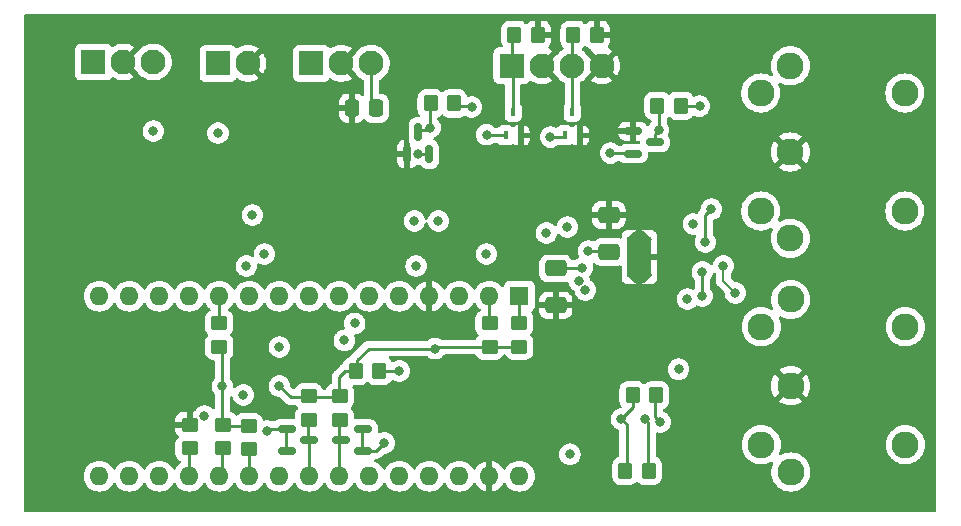
<source format=gbr>
%TF.GenerationSoftware,KiCad,Pcbnew,6.0.11-2627ca5db0~126~ubuntu22.04.1*%
%TF.CreationDate,2023-02-15T01:04:19-05:00*%
%TF.ProjectId,lin-valve-control,6c696e2d-7661-46c7-9665-2d636f6e7472,1.0*%
%TF.SameCoordinates,Original*%
%TF.FileFunction,Copper,L4,Bot*%
%TF.FilePolarity,Positive*%
%FSLAX46Y46*%
G04 Gerber Fmt 4.6, Leading zero omitted, Abs format (unit mm)*
G04 Created by KiCad (PCBNEW 6.0.11-2627ca5db0~126~ubuntu22.04.1) date 2023-02-15 01:04:19*
%MOMM*%
%LPD*%
G01*
G04 APERTURE LIST*
G04 Aperture macros list*
%AMRoundRect*
0 Rectangle with rounded corners*
0 $1 Rounding radius*
0 $2 $3 $4 $5 $6 $7 $8 $9 X,Y pos of 4 corners*
0 Add a 4 corners polygon primitive as box body*
4,1,4,$2,$3,$4,$5,$6,$7,$8,$9,$2,$3,0*
0 Add four circle primitives for the rounded corners*
1,1,$1+$1,$2,$3*
1,1,$1+$1,$4,$5*
1,1,$1+$1,$6,$7*
1,1,$1+$1,$8,$9*
0 Add four rect primitives between the rounded corners*
20,1,$1+$1,$2,$3,$4,$5,0*
20,1,$1+$1,$4,$5,$6,$7,0*
20,1,$1+$1,$6,$7,$8,$9,0*
20,1,$1+$1,$8,$9,$2,$3,0*%
G04 Aperture macros list end*
%TA.AperFunction,SMDPad,CuDef*%
%ADD10RoundRect,0.250000X-0.350000X-0.450000X0.350000X-0.450000X0.350000X0.450000X-0.350000X0.450000X0*%
%TD*%
%TA.AperFunction,SMDPad,CuDef*%
%ADD11RoundRect,0.250000X0.350000X0.450000X-0.350000X0.450000X-0.350000X-0.450000X0.350000X-0.450000X0*%
%TD*%
%TA.AperFunction,SMDPad,CuDef*%
%ADD12RoundRect,0.150000X-0.587500X-0.150000X0.587500X-0.150000X0.587500X0.150000X-0.587500X0.150000X0*%
%TD*%
%TA.AperFunction,SMDPad,CuDef*%
%ADD13RoundRect,0.150000X0.150000X-0.587500X0.150000X0.587500X-0.150000X0.587500X-0.150000X-0.587500X0*%
%TD*%
%TA.AperFunction,SMDPad,CuDef*%
%ADD14R,0.450000X0.700000*%
%TD*%
%TA.AperFunction,ComponentPad*%
%ADD15R,2.100000X2.100000*%
%TD*%
%TA.AperFunction,ComponentPad*%
%ADD16C,2.100000*%
%TD*%
%TA.AperFunction,ComponentPad*%
%ADD17C,2.286000*%
%TD*%
%TA.AperFunction,ComponentPad*%
%ADD18C,0.500000*%
%TD*%
%TA.AperFunction,SMDPad,CuDef*%
%ADD19R,2.000000X3.500000*%
%TD*%
%TA.AperFunction,ComponentPad*%
%ADD20R,1.600000X1.600000*%
%TD*%
%TA.AperFunction,ComponentPad*%
%ADD21O,1.600000X1.600000*%
%TD*%
%TA.AperFunction,SMDPad,CuDef*%
%ADD22RoundRect,0.250000X-0.450000X0.350000X-0.450000X-0.350000X0.450000X-0.350000X0.450000X0.350000X0*%
%TD*%
%TA.AperFunction,SMDPad,CuDef*%
%ADD23RoundRect,0.250000X0.450000X-0.350000X0.450000X0.350000X-0.450000X0.350000X-0.450000X-0.350000X0*%
%TD*%
%TA.AperFunction,SMDPad,CuDef*%
%ADD24RoundRect,0.250000X0.650000X-0.412500X0.650000X0.412500X-0.650000X0.412500X-0.650000X-0.412500X0*%
%TD*%
%TA.AperFunction,SMDPad,CuDef*%
%ADD25RoundRect,0.250000X-0.650000X0.412500X-0.650000X-0.412500X0.650000X-0.412500X0.650000X0.412500X0*%
%TD*%
%TA.AperFunction,SMDPad,CuDef*%
%ADD26RoundRect,0.250000X0.337500X0.475000X-0.337500X0.475000X-0.337500X-0.475000X0.337500X-0.475000X0*%
%TD*%
%TA.AperFunction,SMDPad,CuDef*%
%ADD27RoundRect,0.150000X0.587500X0.150000X-0.587500X0.150000X-0.587500X-0.150000X0.587500X-0.150000X0*%
%TD*%
%TA.AperFunction,ViaPad*%
%ADD28C,0.800000*%
%TD*%
%TA.AperFunction,Conductor*%
%ADD29C,0.250000*%
%TD*%
%TA.AperFunction,Conductor*%
%ADD30C,0.200000*%
%TD*%
G04 APERTURE END LIST*
D10*
%TO.P,R19,1*%
%TO.N,COOLING_FAN*%
X199400000Y-60700000D03*
%TO.P,R19,2*%
%TO.N,GND*%
X201400000Y-60700000D03*
%TD*%
%TO.P,R18,1*%
%TO.N,COOLANT_PUMP*%
X194400000Y-60700000D03*
%TO.P,R18,2*%
%TO.N,GND*%
X196400000Y-60700000D03*
%TD*%
D11*
%TO.P,R17,1*%
%TO.N,+12V*%
X208500000Y-66700000D03*
%TO.P,R17,2*%
%TO.N,Net-(Q4-Pad3)*%
X206500000Y-66700000D03*
%TD*%
%TO.P,R16,1*%
%TO.N,+12V*%
X189300000Y-66500000D03*
%TO.P,R16,2*%
%TO.N,Net-(Q3-Pad3)*%
X187300000Y-66500000D03*
%TD*%
D12*
%TO.P,Q4,1,G*%
%TO.N,Net-(Q4-Pad1)*%
X204425000Y-70750000D03*
%TO.P,Q4,2,S*%
%TO.N,GND*%
X204425000Y-68850000D03*
%TO.P,Q4,3,D*%
%TO.N,Net-(Q4-Pad3)*%
X206300000Y-69800000D03*
%TD*%
D13*
%TO.P,Q3,1,G*%
%TO.N,Net-(Q3-Pad1)*%
X187200000Y-70800000D03*
%TO.P,Q3,2,S*%
%TO.N,GND*%
X185300000Y-70800000D03*
%TO.P,Q3,3,D*%
%TO.N,Net-(Q3-Pad3)*%
X186250000Y-68925000D03*
%TD*%
D14*
%TO.P,D2,1*%
%TO.N,GND*%
X199950000Y-69200000D03*
%TO.P,D2,2*%
%TO.N,+12V*%
X198650000Y-69200000D03*
%TO.P,D2,3*%
%TO.N,COOLING_FAN*%
X199300000Y-67200000D03*
%TD*%
%TO.P,D1,1*%
%TO.N,GND*%
X194950000Y-69200000D03*
%TO.P,D1,2*%
%TO.N,+12V*%
X193650000Y-69200000D03*
%TO.P,D1,3*%
%TO.N,COOLANT_PUMP*%
X194300000Y-67200000D03*
%TD*%
D15*
%TO.P,J1,1,Pin_1*%
%TO.N,COOLANT_PUMP*%
X194185000Y-63300000D03*
D16*
%TO.P,J1,2,Pin_2*%
%TO.N,GND*%
X196725000Y-63300000D03*
%TO.P,J1,3,Pin_3*%
%TO.N,COOLING_FAN*%
X199265000Y-63300000D03*
%TO.P,J1,4,Pin_4*%
%TO.N,GND*%
X201805000Y-63300000D03*
%TD*%
D15*
%TO.P,J2,1,Pin_1*%
%TO.N,COOLANT_NTC*%
X169300000Y-63100000D03*
D16*
%TO.P,J2,2,Pin_2*%
%TO.N,GND*%
X171840000Y-63100000D03*
%TD*%
D17*
%TO.P,J7,1,1*%
%TO.N,VALVE1+*%
X217800000Y-83100080D03*
%TO.P,J7,2,2*%
%TO.N,GND*%
X217800000Y-90400040D03*
%TO.P,J7,3,3*%
%TO.N,VALVE1-*%
X217800000Y-97700000D03*
%TO.P,J7,4,4*%
%TO.N,VALVE1_OPEN*%
X215300640Y-85401320D03*
%TO.P,J7,5,5*%
%TO.N,VALVE1_CLOSED*%
X215300640Y-95398760D03*
%TO.P,J7,6*%
%TO.N,N/C*%
X227500260Y-95398760D03*
%TO.P,J7,7*%
X227500260Y-85401320D03*
%TD*%
D18*
%TO.P,U2,17,GND(PPAD)*%
%TO.N,GND*%
X205728000Y-78002000D03*
X205728000Y-79502000D03*
X205728000Y-81002000D03*
D19*
X204978000Y-79502000D03*
D18*
X204228000Y-79502000D03*
X204228000Y-78002000D03*
X204228000Y-81002000D03*
%TD*%
D15*
%TO.P,J5,1,Pin_1*%
%TO.N,+5V*%
X158750000Y-62992000D03*
D16*
%TO.P,J5,2,Pin_2*%
%TO.N,GND*%
X161290000Y-62992000D03*
%TO.P,J5,3,Pin_3*%
%TO.N,FLOW_PULSE*%
X163830000Y-62992000D03*
%TD*%
D15*
%TO.P,J4,1,Pin_1*%
%TO.N,+12V*%
X177200000Y-63100000D03*
D16*
%TO.P,J4,2,Pin_2*%
%TO.N,GND*%
X179740000Y-63100000D03*
%TO.P,J4,3,Pin_3*%
%TO.N,LIN*%
X182280000Y-63100000D03*
%TD*%
D17*
%TO.P,J6,1,1*%
%TO.N,VALVE2+*%
X217759280Y-63312040D03*
%TO.P,J6,2,2*%
%TO.N,GND*%
X217759280Y-70612000D03*
%TO.P,J6,3,3*%
%TO.N,VALVE2-*%
X217759280Y-77911960D03*
%TO.P,J6,4,4*%
%TO.N,VALVE2_OPEN*%
X215259920Y-65613280D03*
%TO.P,J6,5,5*%
%TO.N,VALVE2_CLOSED*%
X215259920Y-75610720D03*
%TO.P,J6,6*%
%TO.N,N/C*%
X227459540Y-75610720D03*
%TO.P,J6,7*%
X227459540Y-65613280D03*
%TD*%
D20*
%TO.P,U1,1,D1/TX*%
%TO.N,TXD*%
X194818000Y-82814000D03*
D21*
%TO.P,U1,2,D0/RX*%
%TO.N,RXD*%
X192278000Y-82814000D03*
%TO.P,U1,3,~{RESET}*%
%TO.N,unconnected-(U1-Pad3)*%
X189738000Y-82814000D03*
%TO.P,U1,4,GND*%
%TO.N,GND*%
X187198000Y-82814000D03*
%TO.P,U1,5,D2*%
%TO.N,FLOW_PULSE*%
X184658000Y-82814000D03*
%TO.P,U1,6,D3*%
%TO.N,FAN_PWM*%
X182118000Y-82814000D03*
%TO.P,U1,7,D4*%
%TO.N,VALVE_IN1+*%
X179578000Y-82814000D03*
%TO.P,U1,8,D5*%
%TO.N,VALVE_IN1-*%
X177038000Y-82814000D03*
%TO.P,U1,9,D6*%
%TO.N,VALVE1_CLOSED*%
X174498000Y-82814000D03*
%TO.P,U1,10,D7*%
%TO.N,VALVE1_OPEN*%
X171958000Y-82814000D03*
%TO.P,U1,11,D8*%
%TO.N,~{LIN_SLP}*%
X169418000Y-82814000D03*
%TO.P,U1,12,D9*%
%TO.N,VALVE_IN2+*%
X166878000Y-82814000D03*
%TO.P,U1,13,D10*%
%TO.N,VALVE_IN2-*%
X164338000Y-82814000D03*
%TO.P,U1,14,D11*%
%TO.N,VALVE2_CLOSED*%
X161798000Y-82814000D03*
%TO.P,U1,15,D12*%
%TO.N,VALVE2_OPEN*%
X159258000Y-82814000D03*
%TO.P,U1,16,D13*%
%TO.N,unconnected-(U1-Pad16)*%
X159258000Y-98054000D03*
%TO.P,U1,17,3V3*%
%TO.N,+3V3*%
X161798000Y-98054000D03*
%TO.P,U1,18,AREF*%
%TO.N,+5V*%
X164338000Y-98054000D03*
%TO.P,U1,19,A0*%
%TO.N,MOTOR_EN*%
X166878000Y-98054000D03*
%TO.P,U1,20,A1*%
%TO.N,~{LIN_WAKE}*%
X169418000Y-98054000D03*
%TO.P,U1,21,A2*%
%TO.N,~{MOTOR_FAULT}*%
X171958000Y-98054000D03*
%TO.P,U1,22,A3*%
%TO.N,PUMP_EN*%
X174498000Y-98054000D03*
%TO.P,U1,23,A4*%
%TO.N,SDA5V*%
X177038000Y-98054000D03*
%TO.P,U1,24,A5*%
%TO.N,SCL5V*%
X179578000Y-98054000D03*
%TO.P,U1,25,A6*%
%TO.N,unconnected-(U1-Pad25)*%
X182118000Y-98054000D03*
%TO.P,U1,26,A7*%
%TO.N,COOLANT_NTC*%
X184658000Y-98054000D03*
%TO.P,U1,27,+5V*%
%TO.N,+5V*%
X187198000Y-98054000D03*
%TO.P,U1,28,~{RESET}*%
%TO.N,unconnected-(U1-Pad28)*%
X189738000Y-98054000D03*
%TO.P,U1,29,GND*%
%TO.N,GND*%
X192278000Y-98054000D03*
%TO.P,U1,30,VIN*%
%TO.N,+12V*%
X194818000Y-98054000D03*
%TD*%
D10*
%TO.P,R1,1*%
%TO.N,+5V*%
X180967500Y-89154000D03*
%TO.P,R1,2*%
%TO.N,COOLANT_NTC*%
X182967500Y-89154000D03*
%TD*%
D22*
%TO.P,R4,1*%
%TO.N,+5V*%
X177000000Y-91300000D03*
%TO.P,R4,2*%
%TO.N,SDA5V*%
X177000000Y-93300000D03*
%TD*%
D10*
%TO.P,R13,1*%
%TO.N,+3V3*%
X204400000Y-91200000D03*
%TO.P,R13,2*%
%TO.N,SCL3V*%
X206400000Y-91200000D03*
%TD*%
D23*
%TO.P,R3,1*%
%TO.N,MOTOR_EN*%
X166900000Y-95700000D03*
%TO.P,R3,2*%
%TO.N,GND*%
X166900000Y-93700000D03*
%TD*%
D22*
%TO.P,R10,1*%
%TO.N,+5V*%
X169700000Y-93700000D03*
%TO.P,R10,2*%
%TO.N,~{LIN_WAKE}*%
X169700000Y-95700000D03*
%TD*%
D24*
%TO.P,C1,1*%
%TO.N,+12V*%
X202400000Y-79062500D03*
%TO.P,C1,2*%
%TO.N,GND*%
X202400000Y-75937500D03*
%TD*%
D23*
%TO.P,R9,1*%
%TO.N,+5V*%
X169400000Y-87100000D03*
%TO.P,R9,2*%
%TO.N,~{LIN_SLP}*%
X169400000Y-85100000D03*
%TD*%
D25*
%TO.P,C3,1*%
%TO.N,Net-(C3-Pad1)*%
X197900000Y-80475000D03*
%TO.P,C3,2*%
%TO.N,GND*%
X197900000Y-83600000D03*
%TD*%
D10*
%TO.P,R11,1*%
%TO.N,+3V3*%
X203800000Y-97600000D03*
%TO.P,R11,2*%
%TO.N,SDA3V*%
X205800000Y-97600000D03*
%TD*%
D23*
%TO.P,R6,1*%
%TO.N,+5V*%
X194800000Y-87100000D03*
%TO.P,R6,2*%
%TO.N,TXD*%
X194800000Y-85100000D03*
%TD*%
D22*
%TO.P,R7,1*%
%TO.N,+5V*%
X179600000Y-91300000D03*
%TO.P,R7,2*%
%TO.N,SCL5V*%
X179600000Y-93300000D03*
%TD*%
D26*
%TO.P,C2,1*%
%TO.N,LIN*%
X182700000Y-66900000D03*
%TO.P,C2,2*%
%TO.N,GND*%
X180625000Y-66900000D03*
%TD*%
D27*
%TO.P,Q1,1,G*%
%TO.N,SCL3V*%
X181575000Y-94050000D03*
%TO.P,Q1,2,S*%
X181575000Y-95950000D03*
%TO.P,Q1,3,D*%
%TO.N,SCL5V*%
X179700000Y-95000000D03*
%TD*%
D12*
%TO.P,Q2,1,G*%
%TO.N,SDA3V*%
X175125000Y-95950000D03*
%TO.P,Q2,2,S*%
X175125000Y-94050000D03*
%TO.P,Q2,3,D*%
%TO.N,SDA5V*%
X177000000Y-95000000D03*
%TD*%
D22*
%TO.P,R12,1*%
%TO.N,+5V*%
X171900000Y-93800000D03*
%TO.P,R12,2*%
%TO.N,~{MOTOR_FAULT}*%
X171900000Y-95800000D03*
%TD*%
D23*
%TO.P,R2,1*%
%TO.N,+5V*%
X192300000Y-87100000D03*
%TO.P,R2,2*%
%TO.N,RXD*%
X192300000Y-85100000D03*
%TD*%
D28*
%TO.N,GND*%
X201676000Y-73406000D03*
X202946000Y-87630000D03*
X200660000Y-96266000D03*
X195300000Y-72200000D03*
%TO.N,+5V*%
X174498000Y-90424000D03*
X169672000Y-90424000D03*
X187674000Y-87251500D03*
%TO.N,Net-(C3-Pad1)*%
X200152000Y-80427500D03*
%TO.N,RXD*%
X187960000Y-76454000D03*
%TO.N,~{LIN_SLP}*%
X172212000Y-75946000D03*
X185928000Y-76454000D03*
%TO.N,~{LIN_WAKE}*%
X171450000Y-91186000D03*
X192024000Y-79248000D03*
X173228000Y-79248000D03*
%TO.N,VALVE_IN1+*%
X179998000Y-86552000D03*
X200406000Y-82296000D03*
%TO.N,VALVE_IN1-*%
X199898000Y-81534000D03*
%TO.N,VALVE1_CLOSED*%
X174498000Y-87122000D03*
%TO.N,VALVE_IN2+*%
X198882000Y-76962000D03*
%TO.N,VALVE_IN2-*%
X197104000Y-77470000D03*
%TO.N,FLOW_PULSE*%
X163830000Y-68834000D03*
X171704000Y-80264000D03*
%TO.N,~{MOTOR_FAULT}*%
X199100000Y-96200000D03*
X208300000Y-89000000D03*
X209550000Y-76708000D03*
%TO.N,MOTOR_EN*%
X168152299Y-92968299D03*
X209042000Y-83058000D03*
%TO.N,COOLANT_NTC*%
X184658000Y-89154000D03*
X169300000Y-69000000D03*
%TO.N,+12V*%
X210075000Y-66725000D03*
X190775000Y-66800000D03*
X197450000Y-69350000D03*
X200660000Y-78994000D03*
X192050000Y-69150000D03*
%TO.N,VALVE1-*%
X213106000Y-82550000D03*
X212090000Y-80264000D03*
%TO.N,Net-(Q3-Pad3)*%
X187250000Y-68550000D03*
%TO.N,Net-(Q3-Pad1)*%
X180875000Y-85125000D03*
X186200000Y-70800000D03*
%TO.N,+3V3*%
X203454000Y-93218000D03*
%TO.N,SDA3V*%
X173482000Y-94234000D03*
X205486000Y-93218000D03*
%TO.N,SCL3V*%
X206756000Y-93472000D03*
X183388000Y-95250000D03*
%TO.N,Net-(Q4-Pad3)*%
X206600000Y-68750000D03*
%TO.N,Net-(R5-Pad1)*%
X210312000Y-82804000D03*
X210312000Y-80772000D03*
%TO.N,Net-(Q4-Pad1)*%
X202525000Y-70700000D03*
X186075000Y-80250000D03*
%TO.N,Net-(R8-Pad1)*%
X210566000Y-78232000D03*
X211074000Y-75438000D03*
%TD*%
D29*
%TO.N,COOLING_FAN*%
X199400000Y-60700000D02*
X199265000Y-60835000D01*
X199265000Y-60835000D02*
X199265000Y-63300000D01*
X199300000Y-67200000D02*
X199300000Y-63335000D01*
X199300000Y-63335000D02*
X199265000Y-63300000D01*
%TO.N,COOLANT_PUMP*%
X194400000Y-60700000D02*
X194185000Y-60915000D01*
X194185000Y-60915000D02*
X194185000Y-63300000D01*
%TO.N,+5V*%
X192278000Y-87122000D02*
X187803500Y-87122000D01*
X187803500Y-87122000D02*
X187674000Y-87251500D01*
X194818000Y-87090000D02*
X192310000Y-87090000D01*
X169672000Y-93742000D02*
X169672000Y-90424000D01*
X192310000Y-87090000D02*
X192278000Y-87122000D01*
X169672000Y-87360000D02*
X169418000Y-87106000D01*
X179578000Y-91393000D02*
X179578000Y-89662000D01*
X181055000Y-88245000D02*
X182048500Y-87251500D01*
X169672000Y-90424000D02*
X169672000Y-87360000D01*
X180086000Y-89154000D02*
X181055000Y-89154000D01*
X181055000Y-89154000D02*
X181055000Y-88245000D01*
X169730000Y-93800000D02*
X169672000Y-93742000D01*
X179578000Y-89662000D02*
X180086000Y-89154000D01*
X174498000Y-90424000D02*
X175467000Y-91393000D01*
X171900000Y-93800000D02*
X169730000Y-93800000D01*
X182048500Y-87251500D02*
X187674000Y-87251500D01*
X192148500Y-87251500D02*
X192278000Y-87122000D01*
X175467000Y-91393000D02*
X179578000Y-91393000D01*
%TO.N,Net-(C3-Pad1)*%
X197956500Y-80427500D02*
X197866000Y-80518000D01*
X200152000Y-80427500D02*
X197956500Y-80427500D01*
%TO.N,LIN*%
X182637500Y-66900000D02*
X182280000Y-66542500D01*
X182280000Y-66542500D02*
X182280000Y-63100000D01*
%TO.N,TXD*%
X194818000Y-85090000D02*
X194818000Y-82814000D01*
%TO.N,RXD*%
X192278000Y-85122000D02*
X192278000Y-82814000D01*
%TO.N,~{LIN_SLP}*%
X169418000Y-85106000D02*
X169418000Y-82814000D01*
%TO.N,~{LIN_WAKE}*%
X169672000Y-97800000D02*
X169672000Y-95742000D01*
X169418000Y-98054000D02*
X169672000Y-97800000D01*
%TO.N,~{MOTOR_FAULT}*%
X171900000Y-97996000D02*
X171958000Y-98054000D01*
X171900000Y-95800000D02*
X171900000Y-97996000D01*
%TO.N,MOTOR_EN*%
X166878000Y-95790000D02*
X167164000Y-95504000D01*
X166878000Y-98054000D02*
X166878000Y-95790000D01*
%TO.N,COOLANT_NTC*%
X182880000Y-89154000D02*
X184658000Y-89154000D01*
%TO.N,+12V*%
X193575000Y-69175000D02*
X192075000Y-69175000D01*
X208675000Y-66700000D02*
X210050000Y-66700000D01*
X198650000Y-69350000D02*
X197450000Y-69350000D01*
X210050000Y-66700000D02*
X210075000Y-66725000D01*
X202361000Y-78994000D02*
X202438000Y-79071000D01*
X192075000Y-69175000D02*
X192050000Y-69150000D01*
X200660000Y-78994000D02*
X202361000Y-78994000D01*
X190700000Y-66725000D02*
X189250000Y-66725000D01*
X190775000Y-66800000D02*
X190700000Y-66725000D01*
D30*
%TO.N,VALVE1-*%
X212090000Y-81534000D02*
X213106000Y-82550000D01*
X212090000Y-80264000D02*
X212090000Y-81534000D01*
D29*
%TO.N,Net-(Q3-Pad3)*%
X187250000Y-68550000D02*
X187250000Y-66725000D01*
X187012500Y-68787500D02*
X187250000Y-68550000D01*
X186150000Y-68787500D02*
X187012500Y-68787500D01*
%TO.N,Net-(Q3-Pad1)*%
X186962500Y-70800000D02*
X187100000Y-70662500D01*
X186200000Y-70800000D02*
X186962500Y-70800000D01*
%TO.N,+3V3*%
X204470000Y-92202000D02*
X204470000Y-91186000D01*
X203454000Y-93218000D02*
X204470000Y-92202000D01*
X203915000Y-93679000D02*
X203454000Y-93218000D01*
X203915000Y-97536000D02*
X203915000Y-93679000D01*
%TO.N,SDA5V*%
X177038000Y-95074500D02*
X176959500Y-94996000D01*
X176959500Y-93296500D02*
X177038000Y-93218000D01*
X177038000Y-98054000D02*
X177038000Y-95074500D01*
X176959500Y-94996000D02*
X176959500Y-93296500D01*
%TO.N,SCL5V*%
X179578000Y-93218000D02*
X179578000Y-94917500D01*
X179578000Y-98054000D02*
X179578000Y-95074500D01*
X179578000Y-95074500D02*
X179656500Y-94996000D01*
X179578000Y-94917500D02*
X179656500Y-94996000D01*
%TO.N,SDA3V*%
X205740000Y-97536000D02*
X205740000Y-93472000D01*
X205740000Y-93472000D02*
X205486000Y-93218000D01*
X175084500Y-95946000D02*
X175084500Y-94046000D01*
X173670000Y-94046000D02*
X173482000Y-94234000D01*
X175084500Y-94046000D02*
X173670000Y-94046000D01*
%TO.N,SCL3V*%
X182692000Y-95946000D02*
X183388000Y-95250000D01*
X181531500Y-95946000D02*
X181531500Y-94046000D01*
X206756000Y-93472000D02*
X206295000Y-93011000D01*
X206295000Y-93011000D02*
X206295000Y-91186000D01*
X181531500Y-95946000D02*
X182692000Y-95946000D01*
%TO.N,COOLANT_PUMP*%
X194250000Y-63365000D02*
X194185000Y-63300000D01*
X194250000Y-65750000D02*
X194250000Y-67150000D01*
X194250000Y-67150000D02*
X194225000Y-67175000D01*
X194250000Y-65750000D02*
X194250000Y-63365000D01*
%TO.N,Net-(Q4-Pad3)*%
X206287500Y-69675000D02*
X206287500Y-69062500D01*
X206287500Y-69062500D02*
X206600000Y-68750000D01*
X206675000Y-66700000D02*
X206675000Y-68675000D01*
X206675000Y-68675000D02*
X206600000Y-68750000D01*
%TO.N,Net-(R5-Pad1)*%
X210312000Y-80772000D02*
X210312000Y-82804000D01*
%TO.N,Net-(Q4-Pad1)*%
X204337500Y-70700000D02*
X204412500Y-70625000D01*
X202525000Y-70700000D02*
X204337500Y-70700000D01*
%TO.N,Net-(R8-Pad1)*%
X210566000Y-75946000D02*
X210566000Y-78232000D01*
X211074000Y-75438000D02*
X210566000Y-75946000D01*
%TD*%
%TA.AperFunction,Conductor*%
%TO.N,GND*%
G36*
X230065621Y-58948502D02*
G01*
X230112114Y-59002158D01*
X230123500Y-59054500D01*
X230123500Y-100965500D01*
X230103498Y-101033621D01*
X230049842Y-101080114D01*
X229997500Y-101091500D01*
X153034500Y-101091500D01*
X152966379Y-101071498D01*
X152919886Y-101017842D01*
X152908500Y-100965500D01*
X152908500Y-98054000D01*
X157944502Y-98054000D01*
X157964457Y-98282087D01*
X157965881Y-98287400D01*
X157965881Y-98287402D01*
X157986886Y-98365791D01*
X158023716Y-98503243D01*
X158026039Y-98508224D01*
X158026039Y-98508225D01*
X158118151Y-98705762D01*
X158118154Y-98705767D01*
X158120477Y-98710749D01*
X158144053Y-98744419D01*
X158235215Y-98874611D01*
X158251802Y-98898300D01*
X158413700Y-99060198D01*
X158418208Y-99063355D01*
X158418211Y-99063357D01*
X158496389Y-99118098D01*
X158601251Y-99191523D01*
X158606233Y-99193846D01*
X158606238Y-99193849D01*
X158781399Y-99275527D01*
X158808757Y-99288284D01*
X158814065Y-99289706D01*
X158814067Y-99289707D01*
X159024598Y-99346119D01*
X159024600Y-99346119D01*
X159029913Y-99347543D01*
X159258000Y-99367498D01*
X159486087Y-99347543D01*
X159491400Y-99346119D01*
X159491402Y-99346119D01*
X159701933Y-99289707D01*
X159701935Y-99289706D01*
X159707243Y-99288284D01*
X159734601Y-99275527D01*
X159909762Y-99193849D01*
X159909767Y-99193846D01*
X159914749Y-99191523D01*
X160019611Y-99118098D01*
X160097789Y-99063357D01*
X160097792Y-99063355D01*
X160102300Y-99060198D01*
X160264198Y-98898300D01*
X160280786Y-98874611D01*
X160371947Y-98744419D01*
X160395523Y-98710749D01*
X160397846Y-98705767D01*
X160397849Y-98705762D01*
X160413805Y-98671543D01*
X160460722Y-98618258D01*
X160528999Y-98598797D01*
X160596959Y-98619339D01*
X160642195Y-98671543D01*
X160658151Y-98705762D01*
X160658154Y-98705767D01*
X160660477Y-98710749D01*
X160684053Y-98744419D01*
X160775215Y-98874611D01*
X160791802Y-98898300D01*
X160953700Y-99060198D01*
X160958208Y-99063355D01*
X160958211Y-99063357D01*
X161036389Y-99118098D01*
X161141251Y-99191523D01*
X161146233Y-99193846D01*
X161146238Y-99193849D01*
X161321399Y-99275527D01*
X161348757Y-99288284D01*
X161354065Y-99289706D01*
X161354067Y-99289707D01*
X161564598Y-99346119D01*
X161564600Y-99346119D01*
X161569913Y-99347543D01*
X161798000Y-99367498D01*
X162026087Y-99347543D01*
X162031400Y-99346119D01*
X162031402Y-99346119D01*
X162241933Y-99289707D01*
X162241935Y-99289706D01*
X162247243Y-99288284D01*
X162274601Y-99275527D01*
X162449762Y-99193849D01*
X162449767Y-99193846D01*
X162454749Y-99191523D01*
X162559611Y-99118098D01*
X162637789Y-99063357D01*
X162637792Y-99063355D01*
X162642300Y-99060198D01*
X162804198Y-98898300D01*
X162820786Y-98874611D01*
X162911947Y-98744419D01*
X162935523Y-98710749D01*
X162937846Y-98705767D01*
X162937849Y-98705762D01*
X162953805Y-98671543D01*
X163000722Y-98618258D01*
X163068999Y-98598797D01*
X163136959Y-98619339D01*
X163182195Y-98671543D01*
X163198151Y-98705762D01*
X163198154Y-98705767D01*
X163200477Y-98710749D01*
X163224053Y-98744419D01*
X163315215Y-98874611D01*
X163331802Y-98898300D01*
X163493700Y-99060198D01*
X163498208Y-99063355D01*
X163498211Y-99063357D01*
X163576389Y-99118098D01*
X163681251Y-99191523D01*
X163686233Y-99193846D01*
X163686238Y-99193849D01*
X163861399Y-99275527D01*
X163888757Y-99288284D01*
X163894065Y-99289706D01*
X163894067Y-99289707D01*
X164104598Y-99346119D01*
X164104600Y-99346119D01*
X164109913Y-99347543D01*
X164338000Y-99367498D01*
X164566087Y-99347543D01*
X164571400Y-99346119D01*
X164571402Y-99346119D01*
X164781933Y-99289707D01*
X164781935Y-99289706D01*
X164787243Y-99288284D01*
X164814601Y-99275527D01*
X164989762Y-99193849D01*
X164989767Y-99193846D01*
X164994749Y-99191523D01*
X165099611Y-99118098D01*
X165177789Y-99063357D01*
X165177792Y-99063355D01*
X165182300Y-99060198D01*
X165344198Y-98898300D01*
X165360786Y-98874611D01*
X165451947Y-98744419D01*
X165475523Y-98710749D01*
X165477846Y-98705767D01*
X165477849Y-98705762D01*
X165493805Y-98671543D01*
X165540722Y-98618258D01*
X165608999Y-98598797D01*
X165676959Y-98619339D01*
X165722195Y-98671543D01*
X165738151Y-98705762D01*
X165738154Y-98705767D01*
X165740477Y-98710749D01*
X165764053Y-98744419D01*
X165855215Y-98874611D01*
X165871802Y-98898300D01*
X166033700Y-99060198D01*
X166038208Y-99063355D01*
X166038211Y-99063357D01*
X166116389Y-99118098D01*
X166221251Y-99191523D01*
X166226233Y-99193846D01*
X166226238Y-99193849D01*
X166401399Y-99275527D01*
X166428757Y-99288284D01*
X166434065Y-99289706D01*
X166434067Y-99289707D01*
X166644598Y-99346119D01*
X166644600Y-99346119D01*
X166649913Y-99347543D01*
X166878000Y-99367498D01*
X167106087Y-99347543D01*
X167111400Y-99346119D01*
X167111402Y-99346119D01*
X167321933Y-99289707D01*
X167321935Y-99289706D01*
X167327243Y-99288284D01*
X167354601Y-99275527D01*
X167529762Y-99193849D01*
X167529767Y-99193846D01*
X167534749Y-99191523D01*
X167639611Y-99118098D01*
X167717789Y-99063357D01*
X167717792Y-99063355D01*
X167722300Y-99060198D01*
X167884198Y-98898300D01*
X167900786Y-98874611D01*
X167991947Y-98744419D01*
X168015523Y-98710749D01*
X168017846Y-98705767D01*
X168017849Y-98705762D01*
X168033805Y-98671543D01*
X168080722Y-98618258D01*
X168148999Y-98598797D01*
X168216959Y-98619339D01*
X168262195Y-98671543D01*
X168278151Y-98705762D01*
X168278154Y-98705767D01*
X168280477Y-98710749D01*
X168304053Y-98744419D01*
X168395215Y-98874611D01*
X168411802Y-98898300D01*
X168573700Y-99060198D01*
X168578208Y-99063355D01*
X168578211Y-99063357D01*
X168656389Y-99118098D01*
X168761251Y-99191523D01*
X168766233Y-99193846D01*
X168766238Y-99193849D01*
X168941399Y-99275527D01*
X168968757Y-99288284D01*
X168974065Y-99289706D01*
X168974067Y-99289707D01*
X169184598Y-99346119D01*
X169184600Y-99346119D01*
X169189913Y-99347543D01*
X169418000Y-99367498D01*
X169646087Y-99347543D01*
X169651400Y-99346119D01*
X169651402Y-99346119D01*
X169861933Y-99289707D01*
X169861935Y-99289706D01*
X169867243Y-99288284D01*
X169894601Y-99275527D01*
X170069762Y-99193849D01*
X170069767Y-99193846D01*
X170074749Y-99191523D01*
X170179611Y-99118098D01*
X170257789Y-99063357D01*
X170257792Y-99063355D01*
X170262300Y-99060198D01*
X170424198Y-98898300D01*
X170440786Y-98874611D01*
X170531947Y-98744419D01*
X170555523Y-98710749D01*
X170557846Y-98705767D01*
X170557849Y-98705762D01*
X170573805Y-98671543D01*
X170620722Y-98618258D01*
X170688999Y-98598797D01*
X170756959Y-98619339D01*
X170802195Y-98671543D01*
X170818151Y-98705762D01*
X170818154Y-98705767D01*
X170820477Y-98710749D01*
X170844053Y-98744419D01*
X170935215Y-98874611D01*
X170951802Y-98898300D01*
X171113700Y-99060198D01*
X171118208Y-99063355D01*
X171118211Y-99063357D01*
X171196389Y-99118098D01*
X171301251Y-99191523D01*
X171306233Y-99193846D01*
X171306238Y-99193849D01*
X171481399Y-99275527D01*
X171508757Y-99288284D01*
X171514065Y-99289706D01*
X171514067Y-99289707D01*
X171724598Y-99346119D01*
X171724600Y-99346119D01*
X171729913Y-99347543D01*
X171958000Y-99367498D01*
X172186087Y-99347543D01*
X172191400Y-99346119D01*
X172191402Y-99346119D01*
X172401933Y-99289707D01*
X172401935Y-99289706D01*
X172407243Y-99288284D01*
X172434601Y-99275527D01*
X172609762Y-99193849D01*
X172609767Y-99193846D01*
X172614749Y-99191523D01*
X172719611Y-99118098D01*
X172797789Y-99063357D01*
X172797792Y-99063355D01*
X172802300Y-99060198D01*
X172964198Y-98898300D01*
X172980786Y-98874611D01*
X173071947Y-98744419D01*
X173095523Y-98710749D01*
X173097846Y-98705767D01*
X173097849Y-98705762D01*
X173113805Y-98671543D01*
X173160722Y-98618258D01*
X173228999Y-98598797D01*
X173296959Y-98619339D01*
X173342195Y-98671543D01*
X173358151Y-98705762D01*
X173358154Y-98705767D01*
X173360477Y-98710749D01*
X173384053Y-98744419D01*
X173475215Y-98874611D01*
X173491802Y-98898300D01*
X173653700Y-99060198D01*
X173658208Y-99063355D01*
X173658211Y-99063357D01*
X173736389Y-99118098D01*
X173841251Y-99191523D01*
X173846233Y-99193846D01*
X173846238Y-99193849D01*
X174021399Y-99275527D01*
X174048757Y-99288284D01*
X174054065Y-99289706D01*
X174054067Y-99289707D01*
X174264598Y-99346119D01*
X174264600Y-99346119D01*
X174269913Y-99347543D01*
X174498000Y-99367498D01*
X174726087Y-99347543D01*
X174731400Y-99346119D01*
X174731402Y-99346119D01*
X174941933Y-99289707D01*
X174941935Y-99289706D01*
X174947243Y-99288284D01*
X174974601Y-99275527D01*
X175149762Y-99193849D01*
X175149767Y-99193846D01*
X175154749Y-99191523D01*
X175259611Y-99118098D01*
X175337789Y-99063357D01*
X175337792Y-99063355D01*
X175342300Y-99060198D01*
X175504198Y-98898300D01*
X175520786Y-98874611D01*
X175611947Y-98744419D01*
X175635523Y-98710749D01*
X175637846Y-98705767D01*
X175637849Y-98705762D01*
X175653805Y-98671543D01*
X175700722Y-98618258D01*
X175768999Y-98598797D01*
X175836959Y-98619339D01*
X175882195Y-98671543D01*
X175898151Y-98705762D01*
X175898154Y-98705767D01*
X175900477Y-98710749D01*
X175924053Y-98744419D01*
X176015215Y-98874611D01*
X176031802Y-98898300D01*
X176193700Y-99060198D01*
X176198208Y-99063355D01*
X176198211Y-99063357D01*
X176276389Y-99118098D01*
X176381251Y-99191523D01*
X176386233Y-99193846D01*
X176386238Y-99193849D01*
X176561399Y-99275527D01*
X176588757Y-99288284D01*
X176594065Y-99289706D01*
X176594067Y-99289707D01*
X176804598Y-99346119D01*
X176804600Y-99346119D01*
X176809913Y-99347543D01*
X177038000Y-99367498D01*
X177266087Y-99347543D01*
X177271400Y-99346119D01*
X177271402Y-99346119D01*
X177481933Y-99289707D01*
X177481935Y-99289706D01*
X177487243Y-99288284D01*
X177514601Y-99275527D01*
X177689762Y-99193849D01*
X177689767Y-99193846D01*
X177694749Y-99191523D01*
X177799611Y-99118098D01*
X177877789Y-99063357D01*
X177877792Y-99063355D01*
X177882300Y-99060198D01*
X178044198Y-98898300D01*
X178060786Y-98874611D01*
X178151947Y-98744419D01*
X178175523Y-98710749D01*
X178177846Y-98705767D01*
X178177849Y-98705762D01*
X178193805Y-98671543D01*
X178240722Y-98618258D01*
X178308999Y-98598797D01*
X178376959Y-98619339D01*
X178422195Y-98671543D01*
X178438151Y-98705762D01*
X178438154Y-98705767D01*
X178440477Y-98710749D01*
X178464053Y-98744419D01*
X178555215Y-98874611D01*
X178571802Y-98898300D01*
X178733700Y-99060198D01*
X178738208Y-99063355D01*
X178738211Y-99063357D01*
X178816389Y-99118098D01*
X178921251Y-99191523D01*
X178926233Y-99193846D01*
X178926238Y-99193849D01*
X179101399Y-99275527D01*
X179128757Y-99288284D01*
X179134065Y-99289706D01*
X179134067Y-99289707D01*
X179344598Y-99346119D01*
X179344600Y-99346119D01*
X179349913Y-99347543D01*
X179578000Y-99367498D01*
X179806087Y-99347543D01*
X179811400Y-99346119D01*
X179811402Y-99346119D01*
X180021933Y-99289707D01*
X180021935Y-99289706D01*
X180027243Y-99288284D01*
X180054601Y-99275527D01*
X180229762Y-99193849D01*
X180229767Y-99193846D01*
X180234749Y-99191523D01*
X180339611Y-99118098D01*
X180417789Y-99063357D01*
X180417792Y-99063355D01*
X180422300Y-99060198D01*
X180584198Y-98898300D01*
X180600786Y-98874611D01*
X180691947Y-98744419D01*
X180715523Y-98710749D01*
X180717846Y-98705767D01*
X180717849Y-98705762D01*
X180733805Y-98671543D01*
X180780722Y-98618258D01*
X180848999Y-98598797D01*
X180916959Y-98619339D01*
X180962195Y-98671543D01*
X180978151Y-98705762D01*
X180978154Y-98705767D01*
X180980477Y-98710749D01*
X181004053Y-98744419D01*
X181095215Y-98874611D01*
X181111802Y-98898300D01*
X181273700Y-99060198D01*
X181278208Y-99063355D01*
X181278211Y-99063357D01*
X181356389Y-99118098D01*
X181461251Y-99191523D01*
X181466233Y-99193846D01*
X181466238Y-99193849D01*
X181641399Y-99275527D01*
X181668757Y-99288284D01*
X181674065Y-99289706D01*
X181674067Y-99289707D01*
X181884598Y-99346119D01*
X181884600Y-99346119D01*
X181889913Y-99347543D01*
X182118000Y-99367498D01*
X182346087Y-99347543D01*
X182351400Y-99346119D01*
X182351402Y-99346119D01*
X182561933Y-99289707D01*
X182561935Y-99289706D01*
X182567243Y-99288284D01*
X182594601Y-99275527D01*
X182769762Y-99193849D01*
X182769767Y-99193846D01*
X182774749Y-99191523D01*
X182879611Y-99118098D01*
X182957789Y-99063357D01*
X182957792Y-99063355D01*
X182962300Y-99060198D01*
X183124198Y-98898300D01*
X183140786Y-98874611D01*
X183231947Y-98744419D01*
X183255523Y-98710749D01*
X183257846Y-98705767D01*
X183257849Y-98705762D01*
X183273805Y-98671543D01*
X183320722Y-98618258D01*
X183388999Y-98598797D01*
X183456959Y-98619339D01*
X183502195Y-98671543D01*
X183518151Y-98705762D01*
X183518154Y-98705767D01*
X183520477Y-98710749D01*
X183544053Y-98744419D01*
X183635215Y-98874611D01*
X183651802Y-98898300D01*
X183813700Y-99060198D01*
X183818208Y-99063355D01*
X183818211Y-99063357D01*
X183896389Y-99118098D01*
X184001251Y-99191523D01*
X184006233Y-99193846D01*
X184006238Y-99193849D01*
X184181399Y-99275527D01*
X184208757Y-99288284D01*
X184214065Y-99289706D01*
X184214067Y-99289707D01*
X184424598Y-99346119D01*
X184424600Y-99346119D01*
X184429913Y-99347543D01*
X184658000Y-99367498D01*
X184886087Y-99347543D01*
X184891400Y-99346119D01*
X184891402Y-99346119D01*
X185101933Y-99289707D01*
X185101935Y-99289706D01*
X185107243Y-99288284D01*
X185134601Y-99275527D01*
X185309762Y-99193849D01*
X185309767Y-99193846D01*
X185314749Y-99191523D01*
X185419611Y-99118098D01*
X185497789Y-99063357D01*
X185497792Y-99063355D01*
X185502300Y-99060198D01*
X185664198Y-98898300D01*
X185680786Y-98874611D01*
X185771947Y-98744419D01*
X185795523Y-98710749D01*
X185797846Y-98705767D01*
X185797849Y-98705762D01*
X185813805Y-98671543D01*
X185860722Y-98618258D01*
X185928999Y-98598797D01*
X185996959Y-98619339D01*
X186042195Y-98671543D01*
X186058151Y-98705762D01*
X186058154Y-98705767D01*
X186060477Y-98710749D01*
X186084053Y-98744419D01*
X186175215Y-98874611D01*
X186191802Y-98898300D01*
X186353700Y-99060198D01*
X186358208Y-99063355D01*
X186358211Y-99063357D01*
X186436389Y-99118098D01*
X186541251Y-99191523D01*
X186546233Y-99193846D01*
X186546238Y-99193849D01*
X186721399Y-99275527D01*
X186748757Y-99288284D01*
X186754065Y-99289706D01*
X186754067Y-99289707D01*
X186964598Y-99346119D01*
X186964600Y-99346119D01*
X186969913Y-99347543D01*
X187198000Y-99367498D01*
X187426087Y-99347543D01*
X187431400Y-99346119D01*
X187431402Y-99346119D01*
X187641933Y-99289707D01*
X187641935Y-99289706D01*
X187647243Y-99288284D01*
X187674601Y-99275527D01*
X187849762Y-99193849D01*
X187849767Y-99193846D01*
X187854749Y-99191523D01*
X187959611Y-99118098D01*
X188037789Y-99063357D01*
X188037792Y-99063355D01*
X188042300Y-99060198D01*
X188204198Y-98898300D01*
X188220786Y-98874611D01*
X188311947Y-98744419D01*
X188335523Y-98710749D01*
X188337846Y-98705767D01*
X188337849Y-98705762D01*
X188353805Y-98671543D01*
X188400722Y-98618258D01*
X188468999Y-98598797D01*
X188536959Y-98619339D01*
X188582195Y-98671543D01*
X188598151Y-98705762D01*
X188598154Y-98705767D01*
X188600477Y-98710749D01*
X188624053Y-98744419D01*
X188715215Y-98874611D01*
X188731802Y-98898300D01*
X188893700Y-99060198D01*
X188898208Y-99063355D01*
X188898211Y-99063357D01*
X188976389Y-99118098D01*
X189081251Y-99191523D01*
X189086233Y-99193846D01*
X189086238Y-99193849D01*
X189261399Y-99275527D01*
X189288757Y-99288284D01*
X189294065Y-99289706D01*
X189294067Y-99289707D01*
X189504598Y-99346119D01*
X189504600Y-99346119D01*
X189509913Y-99347543D01*
X189738000Y-99367498D01*
X189966087Y-99347543D01*
X189971400Y-99346119D01*
X189971402Y-99346119D01*
X190181933Y-99289707D01*
X190181935Y-99289706D01*
X190187243Y-99288284D01*
X190214601Y-99275527D01*
X190389762Y-99193849D01*
X190389767Y-99193846D01*
X190394749Y-99191523D01*
X190499611Y-99118098D01*
X190577789Y-99063357D01*
X190577792Y-99063355D01*
X190582300Y-99060198D01*
X190744198Y-98898300D01*
X190760786Y-98874611D01*
X190851947Y-98744419D01*
X190875523Y-98710749D01*
X190877846Y-98705767D01*
X190877849Y-98705762D01*
X190894081Y-98670951D01*
X190940998Y-98617666D01*
X191009275Y-98598205D01*
X191077235Y-98618747D01*
X191122471Y-98670951D01*
X191138586Y-98705511D01*
X191144069Y-98715007D01*
X191269028Y-98893467D01*
X191276084Y-98901875D01*
X191430125Y-99055916D01*
X191438533Y-99062972D01*
X191616993Y-99187931D01*
X191626489Y-99193414D01*
X191823947Y-99285490D01*
X191834239Y-99289236D01*
X192006503Y-99335394D01*
X192020599Y-99335058D01*
X192024000Y-99327116D01*
X192024000Y-99321967D01*
X192532000Y-99321967D01*
X192535973Y-99335498D01*
X192544522Y-99336727D01*
X192721761Y-99289236D01*
X192732053Y-99285490D01*
X192929511Y-99193414D01*
X192939007Y-99187931D01*
X193117467Y-99062972D01*
X193125875Y-99055916D01*
X193279916Y-98901875D01*
X193286972Y-98893467D01*
X193411931Y-98715007D01*
X193417414Y-98705511D01*
X193433529Y-98670951D01*
X193480446Y-98617666D01*
X193548723Y-98598205D01*
X193616683Y-98618747D01*
X193661919Y-98670951D01*
X193678151Y-98705762D01*
X193678154Y-98705767D01*
X193680477Y-98710749D01*
X193704053Y-98744419D01*
X193795215Y-98874611D01*
X193811802Y-98898300D01*
X193973700Y-99060198D01*
X193978208Y-99063355D01*
X193978211Y-99063357D01*
X194056389Y-99118098D01*
X194161251Y-99191523D01*
X194166233Y-99193846D01*
X194166238Y-99193849D01*
X194341399Y-99275527D01*
X194368757Y-99288284D01*
X194374065Y-99289706D01*
X194374067Y-99289707D01*
X194584598Y-99346119D01*
X194584600Y-99346119D01*
X194589913Y-99347543D01*
X194818000Y-99367498D01*
X195046087Y-99347543D01*
X195051400Y-99346119D01*
X195051402Y-99346119D01*
X195261933Y-99289707D01*
X195261935Y-99289706D01*
X195267243Y-99288284D01*
X195294601Y-99275527D01*
X195469762Y-99193849D01*
X195469767Y-99193846D01*
X195474749Y-99191523D01*
X195579611Y-99118098D01*
X195657789Y-99063357D01*
X195657792Y-99063355D01*
X195662300Y-99060198D01*
X195824198Y-98898300D01*
X195840786Y-98874611D01*
X195931947Y-98744419D01*
X195955523Y-98710749D01*
X195957846Y-98705767D01*
X195957849Y-98705762D01*
X196049961Y-98508225D01*
X196049961Y-98508224D01*
X196052284Y-98503243D01*
X196089115Y-98365791D01*
X196110119Y-98287402D01*
X196110119Y-98287400D01*
X196111543Y-98282087D01*
X196131498Y-98054000D01*
X196111543Y-97825913D01*
X196088000Y-97738050D01*
X196053707Y-97610067D01*
X196053706Y-97610065D01*
X196052284Y-97604757D01*
X195998148Y-97488661D01*
X195957849Y-97402238D01*
X195957846Y-97402233D01*
X195955523Y-97397251D01*
X195824198Y-97209700D01*
X195662300Y-97047802D01*
X195657792Y-97044645D01*
X195657789Y-97044643D01*
X195573262Y-96985457D01*
X195474749Y-96916477D01*
X195469767Y-96914154D01*
X195469762Y-96914151D01*
X195272225Y-96822039D01*
X195272224Y-96822039D01*
X195267243Y-96819716D01*
X195261935Y-96818294D01*
X195261933Y-96818293D01*
X195051402Y-96761881D01*
X195051400Y-96761881D01*
X195046087Y-96760457D01*
X194818000Y-96740502D01*
X194589913Y-96760457D01*
X194584600Y-96761881D01*
X194584598Y-96761881D01*
X194374067Y-96818293D01*
X194374065Y-96818294D01*
X194368757Y-96819716D01*
X194363776Y-96822039D01*
X194363775Y-96822039D01*
X194166238Y-96914151D01*
X194166233Y-96914154D01*
X194161251Y-96916477D01*
X194062738Y-96985457D01*
X193978211Y-97044643D01*
X193978208Y-97044645D01*
X193973700Y-97047802D01*
X193811802Y-97209700D01*
X193680477Y-97397251D01*
X193678154Y-97402233D01*
X193678151Y-97402238D01*
X193661919Y-97437049D01*
X193615002Y-97490334D01*
X193546725Y-97509795D01*
X193478765Y-97489253D01*
X193433529Y-97437049D01*
X193417414Y-97402489D01*
X193411931Y-97392993D01*
X193286972Y-97214533D01*
X193279916Y-97206125D01*
X193125875Y-97052084D01*
X193117467Y-97045028D01*
X192939007Y-96920069D01*
X192929511Y-96914586D01*
X192732053Y-96822510D01*
X192721761Y-96818764D01*
X192549497Y-96772606D01*
X192535401Y-96772942D01*
X192532000Y-96780884D01*
X192532000Y-99321967D01*
X192024000Y-99321967D01*
X192024000Y-96786033D01*
X192020027Y-96772502D01*
X192011478Y-96771273D01*
X191834239Y-96818764D01*
X191823947Y-96822510D01*
X191626489Y-96914586D01*
X191616993Y-96920069D01*
X191438533Y-97045028D01*
X191430125Y-97052084D01*
X191276084Y-97206125D01*
X191269028Y-97214533D01*
X191144069Y-97392993D01*
X191138586Y-97402489D01*
X191122471Y-97437049D01*
X191075554Y-97490334D01*
X191007277Y-97509795D01*
X190939317Y-97489253D01*
X190894081Y-97437049D01*
X190877849Y-97402238D01*
X190877846Y-97402233D01*
X190875523Y-97397251D01*
X190744198Y-97209700D01*
X190582300Y-97047802D01*
X190577792Y-97044645D01*
X190577789Y-97044643D01*
X190493262Y-96985457D01*
X190394749Y-96916477D01*
X190389767Y-96914154D01*
X190389762Y-96914151D01*
X190192225Y-96822039D01*
X190192224Y-96822039D01*
X190187243Y-96819716D01*
X190181935Y-96818294D01*
X190181933Y-96818293D01*
X189971402Y-96761881D01*
X189971400Y-96761881D01*
X189966087Y-96760457D01*
X189738000Y-96740502D01*
X189509913Y-96760457D01*
X189504600Y-96761881D01*
X189504598Y-96761881D01*
X189294067Y-96818293D01*
X189294065Y-96818294D01*
X189288757Y-96819716D01*
X189283776Y-96822039D01*
X189283775Y-96822039D01*
X189086238Y-96914151D01*
X189086233Y-96914154D01*
X189081251Y-96916477D01*
X188982738Y-96985457D01*
X188898211Y-97044643D01*
X188898208Y-97044645D01*
X188893700Y-97047802D01*
X188731802Y-97209700D01*
X188600477Y-97397251D01*
X188598154Y-97402233D01*
X188598151Y-97402238D01*
X188582195Y-97436457D01*
X188535278Y-97489742D01*
X188467001Y-97509203D01*
X188399041Y-97488661D01*
X188353805Y-97436457D01*
X188337849Y-97402238D01*
X188337846Y-97402233D01*
X188335523Y-97397251D01*
X188204198Y-97209700D01*
X188042300Y-97047802D01*
X188037792Y-97044645D01*
X188037789Y-97044643D01*
X187953262Y-96985457D01*
X187854749Y-96916477D01*
X187849767Y-96914154D01*
X187849762Y-96914151D01*
X187652225Y-96822039D01*
X187652224Y-96822039D01*
X187647243Y-96819716D01*
X187641935Y-96818294D01*
X187641933Y-96818293D01*
X187431402Y-96761881D01*
X187431400Y-96761881D01*
X187426087Y-96760457D01*
X187198000Y-96740502D01*
X186969913Y-96760457D01*
X186964600Y-96761881D01*
X186964598Y-96761881D01*
X186754067Y-96818293D01*
X186754065Y-96818294D01*
X186748757Y-96819716D01*
X186743776Y-96822039D01*
X186743775Y-96822039D01*
X186546238Y-96914151D01*
X186546233Y-96914154D01*
X186541251Y-96916477D01*
X186442738Y-96985457D01*
X186358211Y-97044643D01*
X186358208Y-97044645D01*
X186353700Y-97047802D01*
X186191802Y-97209700D01*
X186060477Y-97397251D01*
X186058154Y-97402233D01*
X186058151Y-97402238D01*
X186042195Y-97436457D01*
X185995278Y-97489742D01*
X185927001Y-97509203D01*
X185859041Y-97488661D01*
X185813805Y-97436457D01*
X185797849Y-97402238D01*
X185797846Y-97402233D01*
X185795523Y-97397251D01*
X185664198Y-97209700D01*
X185502300Y-97047802D01*
X185497792Y-97044645D01*
X185497789Y-97044643D01*
X185413262Y-96985457D01*
X185314749Y-96916477D01*
X185309767Y-96914154D01*
X185309762Y-96914151D01*
X185112225Y-96822039D01*
X185112224Y-96822039D01*
X185107243Y-96819716D01*
X185101935Y-96818294D01*
X185101933Y-96818293D01*
X184891402Y-96761881D01*
X184891400Y-96761881D01*
X184886087Y-96760457D01*
X184658000Y-96740502D01*
X184429913Y-96760457D01*
X184424600Y-96761881D01*
X184424598Y-96761881D01*
X184214067Y-96818293D01*
X184214065Y-96818294D01*
X184208757Y-96819716D01*
X184203776Y-96822039D01*
X184203775Y-96822039D01*
X184006238Y-96914151D01*
X184006233Y-96914154D01*
X184001251Y-96916477D01*
X183902738Y-96985457D01*
X183818211Y-97044643D01*
X183818208Y-97044645D01*
X183813700Y-97047802D01*
X183651802Y-97209700D01*
X183520477Y-97397251D01*
X183518154Y-97402233D01*
X183518151Y-97402238D01*
X183502195Y-97436457D01*
X183455278Y-97489742D01*
X183387001Y-97509203D01*
X183319041Y-97488661D01*
X183273805Y-97436457D01*
X183257849Y-97402238D01*
X183257846Y-97402233D01*
X183255523Y-97397251D01*
X183124198Y-97209700D01*
X182962300Y-97047802D01*
X182957792Y-97044645D01*
X182957789Y-97044643D01*
X182873262Y-96985457D01*
X182774749Y-96916477D01*
X182769767Y-96914154D01*
X182769762Y-96914151D01*
X182599175Y-96834606D01*
X182597382Y-96833770D01*
X182544097Y-96786853D01*
X182524636Y-96718576D01*
X182545178Y-96650616D01*
X182569310Y-96624456D01*
X182569307Y-96624453D01*
X182576138Y-96617622D01*
X182577331Y-96616971D01*
X182581176Y-96613988D01*
X182581657Y-96614608D01*
X182638450Y-96583596D01*
X182661274Y-96580779D01*
X182699986Y-96579562D01*
X182703945Y-96579500D01*
X182731856Y-96579500D01*
X182735791Y-96579003D01*
X182735856Y-96578995D01*
X182747693Y-96578062D01*
X182779951Y-96577048D01*
X182783970Y-96576922D01*
X182791889Y-96576673D01*
X182811343Y-96571021D01*
X182830700Y-96567013D01*
X182842930Y-96565468D01*
X182842931Y-96565468D01*
X182850797Y-96564474D01*
X182858168Y-96561555D01*
X182858170Y-96561555D01*
X182891912Y-96548196D01*
X182903142Y-96544351D01*
X182937983Y-96534229D01*
X182937984Y-96534229D01*
X182945593Y-96532018D01*
X182952412Y-96527985D01*
X182952417Y-96527983D01*
X182963028Y-96521707D01*
X182980776Y-96513012D01*
X182999617Y-96505552D01*
X183007287Y-96499980D01*
X183035387Y-96479564D01*
X183045307Y-96473048D01*
X183076535Y-96454580D01*
X183076538Y-96454578D01*
X183083362Y-96450542D01*
X183097683Y-96436221D01*
X183112717Y-96423380D01*
X183122694Y-96416131D01*
X183129107Y-96411472D01*
X183157298Y-96377395D01*
X183165288Y-96368616D01*
X183333904Y-96200000D01*
X198186496Y-96200000D01*
X198187186Y-96206565D01*
X198204661Y-96372827D01*
X198206458Y-96389928D01*
X198265473Y-96571556D01*
X198268776Y-96577278D01*
X198268777Y-96577279D01*
X198298938Y-96629519D01*
X198360960Y-96736944D01*
X198365378Y-96741851D01*
X198365379Y-96741852D01*
X198455656Y-96842115D01*
X198488747Y-96878866D01*
X198643248Y-96991118D01*
X198649276Y-96993802D01*
X198649278Y-96993803D01*
X198787554Y-97055367D01*
X198817712Y-97068794D01*
X198911113Y-97088647D01*
X198998056Y-97107128D01*
X198998061Y-97107128D01*
X199004513Y-97108500D01*
X199195487Y-97108500D01*
X199201939Y-97107128D01*
X199201944Y-97107128D01*
X199288887Y-97088647D01*
X199382288Y-97068794D01*
X199412446Y-97055367D01*
X199550722Y-96993803D01*
X199550724Y-96993802D01*
X199556752Y-96991118D01*
X199711253Y-96878866D01*
X199744344Y-96842115D01*
X199834621Y-96741852D01*
X199834622Y-96741851D01*
X199839040Y-96736944D01*
X199901062Y-96629519D01*
X199931223Y-96577279D01*
X199931224Y-96577278D01*
X199934527Y-96571556D01*
X199993542Y-96389928D01*
X199995340Y-96372827D01*
X200012814Y-96206565D01*
X200013504Y-96200000D01*
X200005566Y-96124473D01*
X199994232Y-96016635D01*
X199994232Y-96016633D01*
X199993542Y-96010072D01*
X199934527Y-95828444D01*
X199910553Y-95786919D01*
X199878292Y-95731042D01*
X199839040Y-95663056D01*
X199748424Y-95562416D01*
X199715675Y-95526045D01*
X199715674Y-95526044D01*
X199711253Y-95521134D01*
X199556752Y-95408882D01*
X199550724Y-95406198D01*
X199550722Y-95406197D01*
X199388319Y-95333891D01*
X199388318Y-95333891D01*
X199382288Y-95331206D01*
X199288887Y-95311353D01*
X199201944Y-95292872D01*
X199201939Y-95292872D01*
X199195487Y-95291500D01*
X199004513Y-95291500D01*
X198998061Y-95292872D01*
X198998056Y-95292872D01*
X198911113Y-95311353D01*
X198817712Y-95331206D01*
X198811682Y-95333891D01*
X198811681Y-95333891D01*
X198649278Y-95406197D01*
X198649276Y-95406198D01*
X198643248Y-95408882D01*
X198488747Y-95521134D01*
X198484326Y-95526044D01*
X198484325Y-95526045D01*
X198451577Y-95562416D01*
X198360960Y-95663056D01*
X198321708Y-95731042D01*
X198289448Y-95786919D01*
X198265473Y-95828444D01*
X198206458Y-96010072D01*
X198205768Y-96016633D01*
X198205768Y-96016635D01*
X198194434Y-96124473D01*
X198186496Y-96200000D01*
X183333904Y-96200000D01*
X183338499Y-96195405D01*
X183400811Y-96161379D01*
X183427594Y-96158500D01*
X183483487Y-96158500D01*
X183489939Y-96157128D01*
X183489944Y-96157128D01*
X183576887Y-96138647D01*
X183670288Y-96118794D01*
X183682621Y-96113303D01*
X183838722Y-96043803D01*
X183838724Y-96043802D01*
X183844752Y-96041118D01*
X183999253Y-95928866D01*
X184019907Y-95905927D01*
X184122621Y-95791852D01*
X184122622Y-95791851D01*
X184127040Y-95786944D01*
X184185314Y-95686010D01*
X184219223Y-95627279D01*
X184219224Y-95627278D01*
X184222527Y-95621556D01*
X184281542Y-95439928D01*
X184285438Y-95402866D01*
X184300814Y-95256565D01*
X184301504Y-95250000D01*
X184290266Y-95143074D01*
X184282232Y-95066635D01*
X184282232Y-95066633D01*
X184281542Y-95060072D01*
X184222527Y-94878444D01*
X184217929Y-94870479D01*
X184170807Y-94788862D01*
X184127040Y-94713056D01*
X184115293Y-94700009D01*
X184003675Y-94576045D01*
X184003674Y-94576044D01*
X183999253Y-94571134D01*
X183844752Y-94458882D01*
X183838724Y-94456198D01*
X183838722Y-94456197D01*
X183676319Y-94383891D01*
X183676318Y-94383891D01*
X183670288Y-94381206D01*
X183572766Y-94360477D01*
X183489944Y-94342872D01*
X183489939Y-94342872D01*
X183483487Y-94341500D01*
X183292513Y-94341500D01*
X183286061Y-94342872D01*
X183286056Y-94342872D01*
X183203234Y-94360477D01*
X183105712Y-94381206D01*
X183099685Y-94383889D01*
X183099677Y-94383892D01*
X182994582Y-94430683D01*
X182924215Y-94440117D01*
X182859918Y-94410010D01*
X182822105Y-94349921D01*
X182819917Y-94303977D01*
X182818062Y-94303831D01*
X182820807Y-94268958D01*
X182820807Y-94268950D01*
X182821000Y-94266502D01*
X182821000Y-93833498D01*
X182820807Y-93831042D01*
X182818567Y-93802579D01*
X182818566Y-93802574D01*
X182818062Y-93796169D01*
X182771645Y-93636399D01*
X182702927Y-93520203D01*
X182690991Y-93500020D01*
X182690989Y-93500017D01*
X182686953Y-93493193D01*
X182569307Y-93375547D01*
X182562483Y-93371511D01*
X182562480Y-93371509D01*
X182432927Y-93294892D01*
X182432928Y-93294892D01*
X182426101Y-93290855D01*
X182418490Y-93288644D01*
X182418488Y-93288643D01*
X182366269Y-93273472D01*
X182266331Y-93244438D01*
X182259926Y-93243934D01*
X182259921Y-93243933D01*
X182231458Y-93241693D01*
X182231450Y-93241693D01*
X182229002Y-93241500D01*
X180934500Y-93241500D01*
X180866379Y-93221498D01*
X180863348Y-93218000D01*
X202540496Y-93218000D01*
X202541186Y-93224565D01*
X202559583Y-93399600D01*
X202560458Y-93407928D01*
X202619473Y-93589556D01*
X202714960Y-93754944D01*
X202719378Y-93759851D01*
X202719379Y-93759852D01*
X202838325Y-93891955D01*
X202842747Y-93896866D01*
X202921385Y-93954000D01*
X202988551Y-94002799D01*
X202997248Y-94009118D01*
X203003276Y-94011802D01*
X203003278Y-94011803D01*
X203108245Y-94058537D01*
X203171712Y-94086794D01*
X203181693Y-94088915D01*
X203183536Y-94089910D01*
X203184452Y-94090208D01*
X203184398Y-94090376D01*
X203244167Y-94122641D01*
X203278491Y-94184790D01*
X203281500Y-94212163D01*
X203281500Y-96315798D01*
X203261498Y-96383919D01*
X203207842Y-96430412D01*
X203195377Y-96435321D01*
X203133007Y-96456130D01*
X203133005Y-96456131D01*
X203126054Y-96458450D01*
X202975652Y-96551522D01*
X202850695Y-96676697D01*
X202846855Y-96682927D01*
X202846854Y-96682928D01*
X202762104Y-96820418D01*
X202757885Y-96827262D01*
X202746158Y-96862617D01*
X202716350Y-96952488D01*
X202702203Y-96995139D01*
X202691500Y-97099600D01*
X202691500Y-98100400D01*
X202702474Y-98206166D01*
X202704655Y-98212702D01*
X202704655Y-98212704D01*
X202748728Y-98344806D01*
X202758450Y-98373946D01*
X202851522Y-98524348D01*
X202976697Y-98649305D01*
X202982927Y-98653145D01*
X202982928Y-98653146D01*
X203120090Y-98737694D01*
X203127262Y-98742115D01*
X203207005Y-98768564D01*
X203288611Y-98795632D01*
X203288613Y-98795632D01*
X203295139Y-98797797D01*
X203301975Y-98798497D01*
X203301978Y-98798498D01*
X203345031Y-98802909D01*
X203399600Y-98808500D01*
X204200400Y-98808500D01*
X204203646Y-98808163D01*
X204203650Y-98808163D01*
X204299308Y-98798238D01*
X204299312Y-98798237D01*
X204306166Y-98797526D01*
X204312702Y-98795345D01*
X204312704Y-98795345D01*
X204444806Y-98751272D01*
X204473946Y-98741550D01*
X204624348Y-98648478D01*
X204710784Y-98561891D01*
X204773066Y-98527812D01*
X204843886Y-98532815D01*
X204888976Y-98561736D01*
X204976697Y-98649305D01*
X204982927Y-98653145D01*
X204982928Y-98653146D01*
X205120090Y-98737694D01*
X205127262Y-98742115D01*
X205207005Y-98768564D01*
X205288611Y-98795632D01*
X205288613Y-98795632D01*
X205295139Y-98797797D01*
X205301975Y-98798497D01*
X205301978Y-98798498D01*
X205345031Y-98802909D01*
X205399600Y-98808500D01*
X206200400Y-98808500D01*
X206203646Y-98808163D01*
X206203650Y-98808163D01*
X206299308Y-98798238D01*
X206299312Y-98798237D01*
X206306166Y-98797526D01*
X206312702Y-98795345D01*
X206312704Y-98795345D01*
X206444806Y-98751272D01*
X206473946Y-98741550D01*
X206624348Y-98648478D01*
X206749305Y-98523303D01*
X206761670Y-98503243D01*
X206838275Y-98378968D01*
X206838276Y-98378966D01*
X206842115Y-98372738D01*
X206897797Y-98204861D01*
X206908500Y-98100400D01*
X206908500Y-97099600D01*
X206903911Y-97055367D01*
X206898238Y-97000692D01*
X206898237Y-97000688D01*
X206897526Y-96993834D01*
X206888578Y-96967012D01*
X206843868Y-96833002D01*
X206841550Y-96826054D01*
X206748478Y-96675652D01*
X206697085Y-96624348D01*
X206628483Y-96555866D01*
X206623303Y-96550695D01*
X206472738Y-96457885D01*
X206465786Y-96455579D01*
X206459830Y-96453603D01*
X206401471Y-96413172D01*
X206374236Y-96347607D01*
X206373500Y-96334011D01*
X206373500Y-95398760D01*
X213644033Y-95398760D01*
X213664429Y-95657910D01*
X213665583Y-95662717D01*
X213665584Y-95662723D01*
X213687764Y-95755108D01*
X213725113Y-95910680D01*
X213727006Y-95915251D01*
X213727007Y-95915253D01*
X213820483Y-96140923D01*
X213824592Y-96150844D01*
X213960417Y-96372489D01*
X213963634Y-96376256D01*
X213963635Y-96376257D01*
X214059694Y-96488728D01*
X214129242Y-96570158D01*
X214133004Y-96573371D01*
X214313374Y-96727421D01*
X214326911Y-96738983D01*
X214548556Y-96874808D01*
X214553126Y-96876701D01*
X214553128Y-96876702D01*
X214784147Y-96972393D01*
X214788720Y-96974287D01*
X214858827Y-96991118D01*
X215036677Y-97033816D01*
X215036683Y-97033817D01*
X215041490Y-97034971D01*
X215300640Y-97055367D01*
X215559790Y-97034971D01*
X215564597Y-97033817D01*
X215564603Y-97033816D01*
X215742453Y-96991118D01*
X215812560Y-96974287D01*
X215817133Y-96972393D01*
X216048152Y-96876702D01*
X216048154Y-96876701D01*
X216052724Y-96874808D01*
X216126159Y-96829807D01*
X216194691Y-96811268D01*
X216262368Y-96832724D01*
X216307701Y-96887363D01*
X216316298Y-96957837D01*
X216308402Y-96985457D01*
X216261123Y-97099600D01*
X216224473Y-97188080D01*
X216223318Y-97192892D01*
X216172999Y-97402489D01*
X216163789Y-97440850D01*
X216143393Y-97700000D01*
X216163789Y-97959150D01*
X216164943Y-97963957D01*
X216164944Y-97963963D01*
X216196916Y-98097134D01*
X216224473Y-98211920D01*
X216226366Y-98216491D01*
X216226367Y-98216493D01*
X216255739Y-98287402D01*
X216323952Y-98452084D01*
X216459777Y-98673729D01*
X216462994Y-98677496D01*
X216462995Y-98677497D01*
X216518184Y-98742115D01*
X216628602Y-98871398D01*
X216826271Y-99040223D01*
X217047916Y-99176048D01*
X217052486Y-99177941D01*
X217052488Y-99177942D01*
X217076604Y-99187931D01*
X217288080Y-99275527D01*
X217345183Y-99289236D01*
X217536037Y-99335056D01*
X217536043Y-99335057D01*
X217540850Y-99336211D01*
X217800000Y-99356607D01*
X218059150Y-99336211D01*
X218063957Y-99335057D01*
X218063963Y-99335056D01*
X218254817Y-99289236D01*
X218311920Y-99275527D01*
X218523396Y-99187931D01*
X218547512Y-99177942D01*
X218547514Y-99177941D01*
X218552084Y-99176048D01*
X218773729Y-99040223D01*
X218971398Y-98871398D01*
X219081816Y-98742115D01*
X219137005Y-98677497D01*
X219137006Y-98677496D01*
X219140223Y-98673729D01*
X219276048Y-98452084D01*
X219344262Y-98287402D01*
X219373633Y-98216493D01*
X219373634Y-98216491D01*
X219375527Y-98211920D01*
X219403084Y-98097134D01*
X219435056Y-97963963D01*
X219435057Y-97963957D01*
X219436211Y-97959150D01*
X219456607Y-97700000D01*
X219436211Y-97440850D01*
X219427002Y-97402489D01*
X219376682Y-97192892D01*
X219375527Y-97188080D01*
X219340210Y-97102817D01*
X219277942Y-96952488D01*
X219277941Y-96952486D01*
X219276048Y-96947916D01*
X219140223Y-96726271D01*
X219077769Y-96653146D01*
X218974611Y-96532364D01*
X218971398Y-96528602D01*
X218816382Y-96396206D01*
X218777497Y-96362995D01*
X218777496Y-96362994D01*
X218773729Y-96359777D01*
X218552084Y-96223952D01*
X218547514Y-96222059D01*
X218547512Y-96222058D01*
X218316493Y-96126367D01*
X218316491Y-96126366D01*
X218311920Y-96124473D01*
X218198044Y-96097134D01*
X218063963Y-96064944D01*
X218063957Y-96064943D01*
X218059150Y-96063789D01*
X217810977Y-96044257D01*
X217804930Y-96043781D01*
X217800000Y-96043393D01*
X217795070Y-96043781D01*
X217789023Y-96044257D01*
X217540850Y-96063789D01*
X217536043Y-96064943D01*
X217536037Y-96064944D01*
X217401956Y-96097134D01*
X217288080Y-96124473D01*
X217283509Y-96126366D01*
X217283507Y-96126367D01*
X217052488Y-96222058D01*
X217052486Y-96222059D01*
X217047916Y-96223952D01*
X216974481Y-96268953D01*
X216905949Y-96287492D01*
X216838272Y-96266036D01*
X216792939Y-96211397D01*
X216784342Y-96140923D01*
X216792238Y-96113303D01*
X216874273Y-95915253D01*
X216874274Y-95915251D01*
X216876167Y-95910680D01*
X216913516Y-95755108D01*
X216935696Y-95662723D01*
X216935697Y-95662717D01*
X216936851Y-95657910D01*
X216957247Y-95398760D01*
X225843653Y-95398760D01*
X225864049Y-95657910D01*
X225865203Y-95662717D01*
X225865204Y-95662723D01*
X225887384Y-95755108D01*
X225924733Y-95910680D01*
X225926626Y-95915251D01*
X225926627Y-95915253D01*
X226020103Y-96140923D01*
X226024212Y-96150844D01*
X226160037Y-96372489D01*
X226163254Y-96376256D01*
X226163255Y-96376257D01*
X226259314Y-96488728D01*
X226328862Y-96570158D01*
X226332624Y-96573371D01*
X226512994Y-96727421D01*
X226526531Y-96738983D01*
X226748176Y-96874808D01*
X226752746Y-96876701D01*
X226752748Y-96876702D01*
X226983767Y-96972393D01*
X226988340Y-96974287D01*
X227058447Y-96991118D01*
X227236297Y-97033816D01*
X227236303Y-97033817D01*
X227241110Y-97034971D01*
X227500260Y-97055367D01*
X227759410Y-97034971D01*
X227764217Y-97033817D01*
X227764223Y-97033816D01*
X227942073Y-96991118D01*
X228012180Y-96974287D01*
X228016753Y-96972393D01*
X228247772Y-96876702D01*
X228247774Y-96876701D01*
X228252344Y-96874808D01*
X228473989Y-96738983D01*
X228487527Y-96727421D01*
X228667896Y-96573371D01*
X228671658Y-96570158D01*
X228741206Y-96488728D01*
X228837265Y-96376257D01*
X228837266Y-96376256D01*
X228840483Y-96372489D01*
X228976308Y-96150844D01*
X228980418Y-96140923D01*
X229073893Y-95915253D01*
X229073894Y-95915251D01*
X229075787Y-95910680D01*
X229113136Y-95755108D01*
X229135316Y-95662723D01*
X229135317Y-95662717D01*
X229136471Y-95657910D01*
X229156867Y-95398760D01*
X229136471Y-95139610D01*
X229130064Y-95112920D01*
X229076942Y-94891652D01*
X229075787Y-94886840D01*
X229069939Y-94872721D01*
X228978202Y-94651248D01*
X228978201Y-94651246D01*
X228976308Y-94646676D01*
X228840483Y-94425031D01*
X228825058Y-94406970D01*
X228674871Y-94231124D01*
X228671658Y-94227362D01*
X228582093Y-94150866D01*
X228477757Y-94061755D01*
X228477756Y-94061754D01*
X228473989Y-94058537D01*
X228252344Y-93922712D01*
X228247774Y-93920819D01*
X228247772Y-93920818D01*
X228016753Y-93825127D01*
X228016751Y-93825126D01*
X228012180Y-93823233D01*
X227925717Y-93802475D01*
X227764223Y-93763704D01*
X227764217Y-93763703D01*
X227759410Y-93762549D01*
X227500260Y-93742153D01*
X227241110Y-93762549D01*
X227236303Y-93763703D01*
X227236297Y-93763704D01*
X227074803Y-93802475D01*
X226988340Y-93823233D01*
X226983769Y-93825126D01*
X226983767Y-93825127D01*
X226752748Y-93920818D01*
X226752746Y-93920819D01*
X226748176Y-93922712D01*
X226526531Y-94058537D01*
X226522764Y-94061754D01*
X226522763Y-94061755D01*
X226418427Y-94150866D01*
X226328862Y-94227362D01*
X226325649Y-94231124D01*
X226175463Y-94406970D01*
X226160037Y-94425031D01*
X226024212Y-94646676D01*
X226022319Y-94651246D01*
X226022318Y-94651248D01*
X225930581Y-94872721D01*
X225924733Y-94886840D01*
X225923578Y-94891652D01*
X225870457Y-95112920D01*
X225864049Y-95139610D01*
X225843653Y-95398760D01*
X216957247Y-95398760D01*
X216936851Y-95139610D01*
X216930444Y-95112920D01*
X216877322Y-94891652D01*
X216876167Y-94886840D01*
X216870319Y-94872721D01*
X216778582Y-94651248D01*
X216778581Y-94651246D01*
X216776688Y-94646676D01*
X216640863Y-94425031D01*
X216625438Y-94406970D01*
X216475251Y-94231124D01*
X216472038Y-94227362D01*
X216382473Y-94150866D01*
X216278137Y-94061755D01*
X216278136Y-94061754D01*
X216274369Y-94058537D01*
X216052724Y-93922712D01*
X216048154Y-93920819D01*
X216048152Y-93920818D01*
X215817133Y-93825127D01*
X215817131Y-93825126D01*
X215812560Y-93823233D01*
X215726097Y-93802475D01*
X215564603Y-93763704D01*
X215564597Y-93763703D01*
X215559790Y-93762549D01*
X215300640Y-93742153D01*
X215041490Y-93762549D01*
X215036683Y-93763703D01*
X215036677Y-93763704D01*
X214875183Y-93802475D01*
X214788720Y-93823233D01*
X214784149Y-93825126D01*
X214784147Y-93825127D01*
X214553128Y-93920818D01*
X214553126Y-93920819D01*
X214548556Y-93922712D01*
X214326911Y-94058537D01*
X214323144Y-94061754D01*
X214323143Y-94061755D01*
X214218807Y-94150866D01*
X214129242Y-94227362D01*
X214126029Y-94231124D01*
X213975843Y-94406970D01*
X213960417Y-94425031D01*
X213824592Y-94646676D01*
X213822699Y-94651246D01*
X213822698Y-94651248D01*
X213730961Y-94872721D01*
X213725113Y-94886840D01*
X213723958Y-94891652D01*
X213670837Y-95112920D01*
X213664429Y-95139610D01*
X213644033Y-95398760D01*
X206373500Y-95398760D01*
X206373500Y-94475091D01*
X206393502Y-94406970D01*
X206447158Y-94360477D01*
X206517432Y-94350373D01*
X206525697Y-94351844D01*
X206654056Y-94379128D01*
X206654061Y-94379128D01*
X206660513Y-94380500D01*
X206851487Y-94380500D01*
X206857939Y-94379128D01*
X206857944Y-94379128D01*
X206945687Y-94360477D01*
X207038288Y-94340794D01*
X207044319Y-94338109D01*
X207206722Y-94265803D01*
X207206724Y-94265802D01*
X207212752Y-94263118D01*
X207367253Y-94150866D01*
X207403932Y-94110130D01*
X207490621Y-94013852D01*
X207490622Y-94013851D01*
X207495040Y-94008944D01*
X207579433Y-93862772D01*
X207587223Y-93849279D01*
X207587224Y-93849278D01*
X207590527Y-93843556D01*
X207649542Y-93661928D01*
X207658247Y-93579110D01*
X207668814Y-93478565D01*
X207669504Y-93472000D01*
X207662548Y-93405816D01*
X207650232Y-93288635D01*
X207650232Y-93288633D01*
X207649542Y-93282072D01*
X207590527Y-93100444D01*
X207495040Y-92935056D01*
X207441553Y-92875652D01*
X207371675Y-92798045D01*
X207371674Y-92798044D01*
X207367253Y-92793134D01*
X207227818Y-92691828D01*
X207218094Y-92684763D01*
X207218093Y-92684762D01*
X207212752Y-92680882D01*
X207206724Y-92678198D01*
X207206722Y-92678197D01*
X207044319Y-92605891D01*
X207044318Y-92605891D01*
X207038288Y-92603206D01*
X207031832Y-92601834D01*
X207025548Y-92599792D01*
X207026104Y-92598081D01*
X206971373Y-92568533D01*
X206937052Y-92506383D01*
X206941780Y-92435544D01*
X206984057Y-92378507D01*
X207020166Y-92359493D01*
X207073946Y-92341550D01*
X207224348Y-92248478D01*
X207349305Y-92123303D01*
X207362319Y-92102190D01*
X207438275Y-91978968D01*
X207438276Y-91978966D01*
X207442115Y-91972738D01*
X207473692Y-91877535D01*
X207495632Y-91811389D01*
X207495632Y-91811387D01*
X207497797Y-91804861D01*
X207504722Y-91737277D01*
X216828117Y-91737277D01*
X216832439Y-91743456D01*
X217043924Y-91873054D01*
X217052718Y-91877535D01*
X217283662Y-91973195D01*
X217293047Y-91976244D01*
X217536115Y-92034601D01*
X217545862Y-92036144D01*
X217795070Y-92055757D01*
X217804930Y-92055757D01*
X218054138Y-92036144D01*
X218063885Y-92034601D01*
X218306953Y-91976244D01*
X218316338Y-91973195D01*
X218547282Y-91877535D01*
X218556076Y-91873054D01*
X218766128Y-91744334D01*
X218771956Y-91735405D01*
X218765952Y-91725203D01*
X217812811Y-90772061D01*
X217798868Y-90764448D01*
X217797034Y-90764579D01*
X217790420Y-90768830D01*
X216835506Y-91723745D01*
X216828117Y-91737277D01*
X207504722Y-91737277D01*
X207508500Y-91700400D01*
X207508500Y-90699600D01*
X207505779Y-90673377D01*
X207498238Y-90600692D01*
X207498237Y-90600688D01*
X207497526Y-90593834D01*
X207441550Y-90426054D01*
X207428503Y-90404970D01*
X216144283Y-90404970D01*
X216163896Y-90654178D01*
X216165439Y-90663925D01*
X216223796Y-90906993D01*
X216226845Y-90916378D01*
X216322505Y-91147322D01*
X216326986Y-91156116D01*
X216455706Y-91366168D01*
X216464635Y-91371996D01*
X216474837Y-91365992D01*
X217427979Y-90412851D01*
X217434356Y-90401172D01*
X218164408Y-90401172D01*
X218164539Y-90403006D01*
X218168790Y-90409620D01*
X219123705Y-91364534D01*
X219137237Y-91371923D01*
X219143416Y-91367601D01*
X219273014Y-91156116D01*
X219277495Y-91147322D01*
X219373155Y-90916378D01*
X219376204Y-90906993D01*
X219434561Y-90663925D01*
X219436104Y-90654178D01*
X219455717Y-90404970D01*
X219455717Y-90395110D01*
X219436104Y-90145902D01*
X219434561Y-90136155D01*
X219376204Y-89893087D01*
X219373155Y-89883702D01*
X219277495Y-89652758D01*
X219273014Y-89643964D01*
X219144294Y-89433912D01*
X219135365Y-89428084D01*
X219125163Y-89434088D01*
X218172021Y-90387229D01*
X218164408Y-90401172D01*
X217434356Y-90401172D01*
X217435592Y-90398908D01*
X217435461Y-90397074D01*
X217431210Y-90390460D01*
X216476295Y-89435546D01*
X216462763Y-89428157D01*
X216456584Y-89432479D01*
X216326986Y-89643964D01*
X216322505Y-89652758D01*
X216226845Y-89883702D01*
X216223796Y-89893087D01*
X216165439Y-90136155D01*
X216163896Y-90145902D01*
X216144283Y-90395110D01*
X216144283Y-90404970D01*
X207428503Y-90404970D01*
X207348478Y-90275652D01*
X207223303Y-90150695D01*
X207217072Y-90146854D01*
X207078968Y-90061725D01*
X207078966Y-90061724D01*
X207072738Y-90057885D01*
X206992995Y-90031436D01*
X206911389Y-90004368D01*
X206911387Y-90004368D01*
X206904861Y-90002203D01*
X206898025Y-90001503D01*
X206898022Y-90001502D01*
X206854969Y-89997091D01*
X206800400Y-89991500D01*
X205999600Y-89991500D01*
X205996354Y-89991837D01*
X205996350Y-89991837D01*
X205900692Y-90001762D01*
X205900688Y-90001763D01*
X205893834Y-90002474D01*
X205887298Y-90004655D01*
X205887296Y-90004655D01*
X205761210Y-90046721D01*
X205726054Y-90058450D01*
X205575652Y-90151522D01*
X205508359Y-90218933D01*
X205489216Y-90238109D01*
X205426934Y-90272188D01*
X205356114Y-90267185D01*
X205311025Y-90238264D01*
X205228483Y-90155866D01*
X205223303Y-90150695D01*
X205217072Y-90146854D01*
X205078968Y-90061725D01*
X205078966Y-90061724D01*
X205072738Y-90057885D01*
X204992995Y-90031436D01*
X204911389Y-90004368D01*
X204911387Y-90004368D01*
X204904861Y-90002203D01*
X204898025Y-90001503D01*
X204898022Y-90001502D01*
X204854969Y-89997091D01*
X204800400Y-89991500D01*
X203999600Y-89991500D01*
X203996354Y-89991837D01*
X203996350Y-89991837D01*
X203900692Y-90001762D01*
X203900688Y-90001763D01*
X203893834Y-90002474D01*
X203887298Y-90004655D01*
X203887296Y-90004655D01*
X203761210Y-90046721D01*
X203726054Y-90058450D01*
X203575652Y-90151522D01*
X203450695Y-90276697D01*
X203446855Y-90282927D01*
X203446854Y-90282928D01*
X203368760Y-90409620D01*
X203357885Y-90427262D01*
X203302203Y-90595139D01*
X203301503Y-90601975D01*
X203301502Y-90601978D01*
X203299550Y-90621032D01*
X203291500Y-90699600D01*
X203291500Y-91700400D01*
X203291837Y-91703646D01*
X203291837Y-91703650D01*
X203300305Y-91785258D01*
X203302474Y-91806166D01*
X203304655Y-91812702D01*
X203304655Y-91812704D01*
X203340235Y-91919348D01*
X203358450Y-91973946D01*
X203447670Y-92118123D01*
X203448230Y-92119028D01*
X203467068Y-92187480D01*
X203445907Y-92255249D01*
X203391466Y-92300821D01*
X203358580Y-92309500D01*
X203358513Y-92309500D01*
X203171712Y-92349206D01*
X203165682Y-92351891D01*
X203165681Y-92351891D01*
X203003278Y-92424197D01*
X203003276Y-92424198D01*
X202997248Y-92426882D01*
X202842747Y-92539134D01*
X202838326Y-92544044D01*
X202838325Y-92544045D01*
X202757219Y-92634123D01*
X202714960Y-92681056D01*
X202668386Y-92761725D01*
X202645146Y-92801978D01*
X202619473Y-92846444D01*
X202560458Y-93028072D01*
X202559768Y-93034633D01*
X202559768Y-93034635D01*
X202546778Y-93158227D01*
X202540496Y-93218000D01*
X180863348Y-93218000D01*
X180819886Y-93167842D01*
X180808500Y-93115500D01*
X180808500Y-92899600D01*
X180808163Y-92896350D01*
X180798238Y-92800692D01*
X180798237Y-92800688D01*
X180797526Y-92793834D01*
X180787008Y-92762306D01*
X180743868Y-92633002D01*
X180741550Y-92626054D01*
X180648478Y-92475652D01*
X180561891Y-92389216D01*
X180527812Y-92326934D01*
X180532815Y-92256114D01*
X180561736Y-92211025D01*
X180644134Y-92128483D01*
X180649305Y-92123303D01*
X180662319Y-92102190D01*
X180738275Y-91978968D01*
X180738276Y-91978966D01*
X180742115Y-91972738D01*
X180773692Y-91877535D01*
X180795632Y-91811389D01*
X180795632Y-91811387D01*
X180797797Y-91804861D01*
X180808500Y-91700400D01*
X180808500Y-90899600D01*
X180800317Y-90820729D01*
X180798238Y-90800692D01*
X180798237Y-90800688D01*
X180797526Y-90793834D01*
X180741550Y-90626054D01*
X180697457Y-90554801D01*
X180678620Y-90486352D01*
X180699781Y-90418582D01*
X180754222Y-90373011D01*
X180804602Y-90362500D01*
X181367900Y-90362500D01*
X181371146Y-90362163D01*
X181371150Y-90362163D01*
X181466808Y-90352238D01*
X181466812Y-90352237D01*
X181473666Y-90351526D01*
X181480202Y-90349345D01*
X181480204Y-90349345D01*
X181612306Y-90305272D01*
X181641446Y-90295550D01*
X181791848Y-90202478D01*
X181878284Y-90115891D01*
X181940566Y-90081812D01*
X182011386Y-90086815D01*
X182056475Y-90115736D01*
X182088463Y-90147668D01*
X182144197Y-90203305D01*
X182150427Y-90207145D01*
X182150428Y-90207146D01*
X182287590Y-90291694D01*
X182294762Y-90296115D01*
X182354213Y-90315834D01*
X182456111Y-90349632D01*
X182456113Y-90349632D01*
X182462639Y-90351797D01*
X182469475Y-90352497D01*
X182469478Y-90352498D01*
X182502352Y-90355866D01*
X182567100Y-90362500D01*
X183367900Y-90362500D01*
X183371146Y-90362163D01*
X183371150Y-90362163D01*
X183466808Y-90352238D01*
X183466812Y-90352237D01*
X183473666Y-90351526D01*
X183480202Y-90349345D01*
X183480204Y-90349345D01*
X183612306Y-90305272D01*
X183641446Y-90295550D01*
X183791848Y-90202478D01*
X183916805Y-90077303D01*
X183926408Y-90061725D01*
X183942572Y-90035501D01*
X183989730Y-89958997D01*
X184042501Y-89911505D01*
X184112573Y-89900081D01*
X184171051Y-89923178D01*
X184201248Y-89945118D01*
X184207276Y-89947802D01*
X184207278Y-89947803D01*
X184330072Y-90002474D01*
X184375712Y-90022794D01*
X184469113Y-90042647D01*
X184556056Y-90061128D01*
X184556061Y-90061128D01*
X184562513Y-90062500D01*
X184753487Y-90062500D01*
X184759939Y-90061128D01*
X184759944Y-90061128D01*
X184846887Y-90042647D01*
X184940288Y-90022794D01*
X184985928Y-90002474D01*
X185108722Y-89947803D01*
X185108724Y-89947802D01*
X185114752Y-89945118D01*
X185269253Y-89832866D01*
X185293635Y-89805787D01*
X185392621Y-89695852D01*
X185392622Y-89695851D01*
X185397040Y-89690944D01*
X185476201Y-89553834D01*
X185489223Y-89531279D01*
X185489224Y-89531278D01*
X185492527Y-89525556D01*
X185551542Y-89343928D01*
X185552275Y-89336959D01*
X185570814Y-89160565D01*
X185571504Y-89154000D01*
X185561919Y-89062803D01*
X185555318Y-89000000D01*
X207386496Y-89000000D01*
X207387186Y-89006565D01*
X207404971Y-89175777D01*
X207406458Y-89189928D01*
X207465473Y-89371556D01*
X207468776Y-89377278D01*
X207468777Y-89377279D01*
X207498152Y-89428157D01*
X207560960Y-89536944D01*
X207565378Y-89541851D01*
X207565379Y-89541852D01*
X207637486Y-89621935D01*
X207688747Y-89678866D01*
X207843248Y-89791118D01*
X207849276Y-89793802D01*
X207849278Y-89793803D01*
X207926084Y-89827999D01*
X208017712Y-89868794D01*
X208111113Y-89888647D01*
X208198056Y-89907128D01*
X208198061Y-89907128D01*
X208204513Y-89908500D01*
X208395487Y-89908500D01*
X208401939Y-89907128D01*
X208401944Y-89907128D01*
X208488888Y-89888647D01*
X208582288Y-89868794D01*
X208673916Y-89827999D01*
X208750722Y-89793803D01*
X208750724Y-89793802D01*
X208756752Y-89791118D01*
X208911253Y-89678866D01*
X208962514Y-89621935D01*
X209034621Y-89541852D01*
X209034622Y-89541851D01*
X209039040Y-89536944D01*
X209101848Y-89428157D01*
X209131223Y-89377279D01*
X209131224Y-89377278D01*
X209134527Y-89371556D01*
X209193542Y-89189928D01*
X209195030Y-89175777D01*
X209206707Y-89064675D01*
X216828044Y-89064675D01*
X216834048Y-89074877D01*
X217787189Y-90028019D01*
X217801132Y-90035632D01*
X217802966Y-90035501D01*
X217809580Y-90031250D01*
X218764494Y-89076335D01*
X218771883Y-89062803D01*
X218767561Y-89056624D01*
X218556076Y-88927026D01*
X218547282Y-88922545D01*
X218316338Y-88826885D01*
X218306953Y-88823836D01*
X218063885Y-88765479D01*
X218054138Y-88763936D01*
X217804930Y-88744323D01*
X217795070Y-88744323D01*
X217545862Y-88763936D01*
X217536115Y-88765479D01*
X217293047Y-88823836D01*
X217283662Y-88826885D01*
X217052718Y-88922545D01*
X217043924Y-88927026D01*
X216833872Y-89055746D01*
X216828044Y-89064675D01*
X209206707Y-89064675D01*
X209212814Y-89006565D01*
X209213504Y-89000000D01*
X209193542Y-88810072D01*
X209134527Y-88628444D01*
X209125119Y-88612148D01*
X209060581Y-88500366D01*
X209039040Y-88463056D01*
X208975554Y-88392547D01*
X208915675Y-88326045D01*
X208915674Y-88326044D01*
X208911253Y-88321134D01*
X208779648Y-88225517D01*
X208762094Y-88212763D01*
X208762093Y-88212762D01*
X208756752Y-88208882D01*
X208750724Y-88206198D01*
X208750722Y-88206197D01*
X208588319Y-88133891D01*
X208588318Y-88133891D01*
X208582288Y-88131206D01*
X208485834Y-88110704D01*
X208401944Y-88092872D01*
X208401939Y-88092872D01*
X208395487Y-88091500D01*
X208204513Y-88091500D01*
X208198061Y-88092872D01*
X208198056Y-88092872D01*
X208114166Y-88110704D01*
X208017712Y-88131206D01*
X208011682Y-88133891D01*
X208011681Y-88133891D01*
X207849278Y-88206197D01*
X207849276Y-88206198D01*
X207843248Y-88208882D01*
X207837907Y-88212762D01*
X207837906Y-88212763D01*
X207820352Y-88225517D01*
X207688747Y-88321134D01*
X207684326Y-88326044D01*
X207684325Y-88326045D01*
X207624447Y-88392547D01*
X207560960Y-88463056D01*
X207539419Y-88500366D01*
X207474882Y-88612148D01*
X207465473Y-88628444D01*
X207406458Y-88810072D01*
X207386496Y-89000000D01*
X185555318Y-89000000D01*
X185552232Y-88970635D01*
X185552232Y-88970633D01*
X185551542Y-88964072D01*
X185492527Y-88782444D01*
X185481842Y-88763936D01*
X185455314Y-88717990D01*
X185397040Y-88617056D01*
X185380882Y-88599110D01*
X185273675Y-88480045D01*
X185273674Y-88480044D01*
X185269253Y-88475134D01*
X185114752Y-88362882D01*
X185108724Y-88360198D01*
X185108722Y-88360197D01*
X184946319Y-88287891D01*
X184946318Y-88287891D01*
X184940288Y-88285206D01*
X184825035Y-88260708D01*
X184759944Y-88246872D01*
X184759939Y-88246872D01*
X184753487Y-88245500D01*
X184562513Y-88245500D01*
X184556061Y-88246872D01*
X184556056Y-88246872D01*
X184490965Y-88260708D01*
X184375712Y-88285206D01*
X184369682Y-88287891D01*
X184369681Y-88287891D01*
X184207278Y-88360197D01*
X184207276Y-88360198D01*
X184201248Y-88362882D01*
X184195907Y-88366762D01*
X184195906Y-88366763D01*
X184171123Y-88384769D01*
X184104255Y-88408628D01*
X184035103Y-88392547D01*
X183989918Y-88349137D01*
X183967509Y-88312925D01*
X183915978Y-88229652D01*
X183790803Y-88104695D01*
X183791693Y-88103803D01*
X183754941Y-88051966D01*
X183751708Y-87981043D01*
X183787332Y-87919631D01*
X183850503Y-87887228D01*
X183874095Y-87885000D01*
X186965800Y-87885000D01*
X187033921Y-87905002D01*
X187053147Y-87921343D01*
X187053420Y-87921040D01*
X187058332Y-87925463D01*
X187062747Y-87930366D01*
X187083577Y-87945500D01*
X187198681Y-88029128D01*
X187217248Y-88042618D01*
X187223276Y-88045302D01*
X187223278Y-88045303D01*
X187358533Y-88105522D01*
X187391712Y-88120294D01*
X187485113Y-88140147D01*
X187572056Y-88158628D01*
X187572061Y-88158628D01*
X187578513Y-88160000D01*
X187769487Y-88160000D01*
X187775939Y-88158628D01*
X187775944Y-88158628D01*
X187862888Y-88140147D01*
X187956288Y-88120294D01*
X187989467Y-88105522D01*
X188124722Y-88045303D01*
X188124724Y-88045302D01*
X188130752Y-88042618D01*
X188149320Y-88029128D01*
X188242413Y-87961491D01*
X188285253Y-87930366D01*
X188294624Y-87919959D01*
X188379918Y-87825230D01*
X188405165Y-87797190D01*
X188465611Y-87759950D01*
X188498801Y-87755500D01*
X191076833Y-87755500D01*
X191144954Y-87775502D01*
X191183977Y-87815197D01*
X191251522Y-87924348D01*
X191376697Y-88049305D01*
X191382927Y-88053145D01*
X191382928Y-88053146D01*
X191520090Y-88137694D01*
X191527262Y-88142115D01*
X191581184Y-88160000D01*
X191688611Y-88195632D01*
X191688613Y-88195632D01*
X191695139Y-88197797D01*
X191701975Y-88198497D01*
X191701978Y-88198498D01*
X191745031Y-88202909D01*
X191799600Y-88208500D01*
X192800400Y-88208500D01*
X192803646Y-88208163D01*
X192803650Y-88208163D01*
X192899308Y-88198238D01*
X192899312Y-88198237D01*
X192906166Y-88197526D01*
X192912702Y-88195345D01*
X192912704Y-88195345D01*
X193044806Y-88151272D01*
X193073946Y-88141550D01*
X193224348Y-88048478D01*
X193349305Y-87923303D01*
X193355583Y-87913118D01*
X193435553Y-87783384D01*
X193488326Y-87735890D01*
X193542813Y-87723500D01*
X193557031Y-87723500D01*
X193625152Y-87743502D01*
X193664174Y-87783196D01*
X193751522Y-87924348D01*
X193876697Y-88049305D01*
X193882927Y-88053145D01*
X193882928Y-88053146D01*
X194020090Y-88137694D01*
X194027262Y-88142115D01*
X194081184Y-88160000D01*
X194188611Y-88195632D01*
X194188613Y-88195632D01*
X194195139Y-88197797D01*
X194201975Y-88198497D01*
X194201978Y-88198498D01*
X194245031Y-88202909D01*
X194299600Y-88208500D01*
X195300400Y-88208500D01*
X195303646Y-88208163D01*
X195303650Y-88208163D01*
X195399308Y-88198238D01*
X195399312Y-88198237D01*
X195406166Y-88197526D01*
X195412702Y-88195345D01*
X195412704Y-88195345D01*
X195544806Y-88151272D01*
X195573946Y-88141550D01*
X195724348Y-88048478D01*
X195849305Y-87923303D01*
X195855583Y-87913118D01*
X195938275Y-87778968D01*
X195938276Y-87778966D01*
X195942115Y-87772738D01*
X195997797Y-87604861D01*
X196008500Y-87500400D01*
X196008500Y-86699600D01*
X196003281Y-86649300D01*
X195998238Y-86600692D01*
X195998237Y-86600688D01*
X195997526Y-86593834D01*
X195994598Y-86585056D01*
X195943868Y-86433002D01*
X195941550Y-86426054D01*
X195848478Y-86275652D01*
X195761891Y-86189216D01*
X195727812Y-86126934D01*
X195732815Y-86056114D01*
X195761736Y-86011025D01*
X195844134Y-85928483D01*
X195849305Y-85923303D01*
X195920534Y-85807749D01*
X195938275Y-85778968D01*
X195938276Y-85778966D01*
X195942115Y-85772738D01*
X195978864Y-85661944D01*
X195995632Y-85611389D01*
X195995632Y-85611387D01*
X195997797Y-85604861D01*
X196008500Y-85500400D01*
X196008500Y-85401320D01*
X213644033Y-85401320D01*
X213664429Y-85660470D01*
X213665583Y-85665277D01*
X213665584Y-85665283D01*
X213697676Y-85798955D01*
X213725113Y-85913240D01*
X213727006Y-85917811D01*
X213727007Y-85917813D01*
X213820650Y-86143886D01*
X213824592Y-86153404D01*
X213960417Y-86375049D01*
X213963634Y-86378816D01*
X213963635Y-86378817D01*
X214018567Y-86443134D01*
X214129242Y-86572718D01*
X214133004Y-86575931D01*
X214281569Y-86702817D01*
X214326911Y-86741543D01*
X214548556Y-86877368D01*
X214553126Y-86879261D01*
X214553128Y-86879262D01*
X214784147Y-86974953D01*
X214788720Y-86976847D01*
X214875183Y-86997605D01*
X215036677Y-87036376D01*
X215036683Y-87036377D01*
X215041490Y-87037531D01*
X215300640Y-87057927D01*
X215559790Y-87037531D01*
X215564597Y-87036377D01*
X215564603Y-87036376D01*
X215726097Y-86997605D01*
X215812560Y-86976847D01*
X215817133Y-86974953D01*
X216048152Y-86879262D01*
X216048154Y-86879261D01*
X216052724Y-86877368D01*
X216274369Y-86741543D01*
X216319712Y-86702817D01*
X216468276Y-86575931D01*
X216472038Y-86572718D01*
X216582713Y-86443134D01*
X216637645Y-86378817D01*
X216637646Y-86378816D01*
X216640863Y-86375049D01*
X216776688Y-86153404D01*
X216780631Y-86143886D01*
X216874273Y-85917813D01*
X216874274Y-85917811D01*
X216876167Y-85913240D01*
X216903604Y-85798955D01*
X216935696Y-85665283D01*
X216935697Y-85665277D01*
X216936851Y-85660470D01*
X216957247Y-85401320D01*
X225843653Y-85401320D01*
X225864049Y-85660470D01*
X225865203Y-85665277D01*
X225865204Y-85665283D01*
X225897296Y-85798955D01*
X225924733Y-85913240D01*
X225926626Y-85917811D01*
X225926627Y-85917813D01*
X226020270Y-86143886D01*
X226024212Y-86153404D01*
X226160037Y-86375049D01*
X226163254Y-86378816D01*
X226163255Y-86378817D01*
X226218187Y-86443134D01*
X226328862Y-86572718D01*
X226332624Y-86575931D01*
X226481189Y-86702817D01*
X226526531Y-86741543D01*
X226748176Y-86877368D01*
X226752746Y-86879261D01*
X226752748Y-86879262D01*
X226983767Y-86974953D01*
X226988340Y-86976847D01*
X227074803Y-86997605D01*
X227236297Y-87036376D01*
X227236303Y-87036377D01*
X227241110Y-87037531D01*
X227500260Y-87057927D01*
X227759410Y-87037531D01*
X227764217Y-87036377D01*
X227764223Y-87036376D01*
X227925717Y-86997605D01*
X228012180Y-86976847D01*
X228016753Y-86974953D01*
X228247772Y-86879262D01*
X228247774Y-86879261D01*
X228252344Y-86877368D01*
X228473989Y-86741543D01*
X228519332Y-86702817D01*
X228667896Y-86575931D01*
X228671658Y-86572718D01*
X228782333Y-86443134D01*
X228837265Y-86378817D01*
X228837266Y-86378816D01*
X228840483Y-86375049D01*
X228976308Y-86153404D01*
X228980251Y-86143886D01*
X229073893Y-85917813D01*
X229073894Y-85917811D01*
X229075787Y-85913240D01*
X229103224Y-85798955D01*
X229135316Y-85665283D01*
X229135317Y-85665277D01*
X229136471Y-85660470D01*
X229156867Y-85401320D01*
X229136471Y-85142170D01*
X229075787Y-84889400D01*
X229025845Y-84768828D01*
X228978202Y-84653808D01*
X228978201Y-84653806D01*
X228976308Y-84649236D01*
X228840483Y-84427591D01*
X228671658Y-84229922D01*
X228591787Y-84161706D01*
X228477757Y-84064315D01*
X228477756Y-84064314D01*
X228473989Y-84061097D01*
X228252344Y-83925272D01*
X228247774Y-83923379D01*
X228247772Y-83923378D01*
X228016753Y-83827687D01*
X228016751Y-83827686D01*
X228012180Y-83825793D01*
X227925717Y-83805035D01*
X227764223Y-83766264D01*
X227764217Y-83766263D01*
X227759410Y-83765109D01*
X227500260Y-83744713D01*
X227241110Y-83765109D01*
X227236303Y-83766263D01*
X227236297Y-83766264D01*
X227074803Y-83805035D01*
X226988340Y-83825793D01*
X226983769Y-83827686D01*
X226983767Y-83827687D01*
X226752748Y-83923378D01*
X226752746Y-83923379D01*
X226748176Y-83925272D01*
X226526531Y-84061097D01*
X226522764Y-84064314D01*
X226522763Y-84064315D01*
X226408733Y-84161706D01*
X226328862Y-84229922D01*
X226160037Y-84427591D01*
X226024212Y-84649236D01*
X226022319Y-84653806D01*
X226022318Y-84653808D01*
X225974675Y-84768828D01*
X225924733Y-84889400D01*
X225864049Y-85142170D01*
X225843653Y-85401320D01*
X216957247Y-85401320D01*
X216936851Y-85142170D01*
X216876167Y-84889400D01*
X216825726Y-84767623D01*
X216792238Y-84686777D01*
X216784649Y-84616187D01*
X216816428Y-84552700D01*
X216877486Y-84516473D01*
X216948438Y-84519007D01*
X216974480Y-84531126D01*
X217047916Y-84576128D01*
X217052486Y-84578021D01*
X217052488Y-84578022D01*
X217235452Y-84653808D01*
X217288080Y-84675607D01*
X217334607Y-84686777D01*
X217536037Y-84735136D01*
X217536043Y-84735137D01*
X217540850Y-84736291D01*
X217800000Y-84756687D01*
X218059150Y-84736291D01*
X218063957Y-84735137D01*
X218063963Y-84735136D01*
X218265393Y-84686777D01*
X218311920Y-84675607D01*
X218364548Y-84653808D01*
X218547512Y-84578022D01*
X218547514Y-84578021D01*
X218552084Y-84576128D01*
X218773729Y-84440303D01*
X218782278Y-84433002D01*
X218967636Y-84274691D01*
X218971398Y-84271478D01*
X219043425Y-84187145D01*
X219137005Y-84077577D01*
X219137006Y-84077576D01*
X219140223Y-84073809D01*
X219276048Y-83852164D01*
X219291063Y-83815916D01*
X219373633Y-83616573D01*
X219373634Y-83616571D01*
X219375527Y-83612000D01*
X219410635Y-83465762D01*
X219435056Y-83364043D01*
X219435057Y-83364037D01*
X219436211Y-83359230D01*
X219456607Y-83100080D01*
X219436211Y-82840930D01*
X219431061Y-82819475D01*
X219381748Y-82614072D01*
X219375527Y-82588160D01*
X219359690Y-82549925D01*
X219277942Y-82352568D01*
X219277941Y-82352566D01*
X219276048Y-82347996D01*
X219140223Y-82126351D01*
X219128509Y-82112635D01*
X218974611Y-81932444D01*
X218971398Y-81928682D01*
X218834428Y-81811699D01*
X218777497Y-81763075D01*
X218777496Y-81763074D01*
X218773729Y-81759857D01*
X218552084Y-81624032D01*
X218547514Y-81622139D01*
X218547512Y-81622138D01*
X218316493Y-81526447D01*
X218316491Y-81526446D01*
X218311920Y-81524553D01*
X218219270Y-81502310D01*
X218063963Y-81465024D01*
X218063957Y-81465023D01*
X218059150Y-81463869D01*
X217800000Y-81443473D01*
X217540850Y-81463869D01*
X217536043Y-81465023D01*
X217536037Y-81465024D01*
X217380730Y-81502310D01*
X217288080Y-81524553D01*
X217283509Y-81526446D01*
X217283507Y-81526447D01*
X217052488Y-81622138D01*
X217052486Y-81622139D01*
X217047916Y-81624032D01*
X216826271Y-81759857D01*
X216822504Y-81763074D01*
X216822503Y-81763075D01*
X216765572Y-81811699D01*
X216628602Y-81928682D01*
X216625389Y-81932444D01*
X216471492Y-82112635D01*
X216459777Y-82126351D01*
X216323952Y-82347996D01*
X216322059Y-82352566D01*
X216322058Y-82352568D01*
X216240310Y-82549925D01*
X216224473Y-82588160D01*
X216218252Y-82614072D01*
X216168940Y-82819475D01*
X216163789Y-82840930D01*
X216143393Y-83100080D01*
X216163789Y-83359230D01*
X216164943Y-83364037D01*
X216164944Y-83364043D01*
X216189365Y-83465762D01*
X216224473Y-83612000D01*
X216226366Y-83616571D01*
X216226367Y-83616573D01*
X216308402Y-83814623D01*
X216315991Y-83885213D01*
X216284212Y-83948700D01*
X216223154Y-83984927D01*
X216152202Y-83982393D01*
X216126160Y-83970274D01*
X216052724Y-83925272D01*
X216048154Y-83923379D01*
X216048152Y-83923378D01*
X215817133Y-83827687D01*
X215817131Y-83827686D01*
X215812560Y-83825793D01*
X215726097Y-83805035D01*
X215564603Y-83766264D01*
X215564597Y-83766263D01*
X215559790Y-83765109D01*
X215300640Y-83744713D01*
X215041490Y-83765109D01*
X215036683Y-83766263D01*
X215036677Y-83766264D01*
X214875183Y-83805035D01*
X214788720Y-83825793D01*
X214784149Y-83827686D01*
X214784147Y-83827687D01*
X214553128Y-83923378D01*
X214553126Y-83923379D01*
X214548556Y-83925272D01*
X214326911Y-84061097D01*
X214323144Y-84064314D01*
X214323143Y-84064315D01*
X214209113Y-84161706D01*
X214129242Y-84229922D01*
X213960417Y-84427591D01*
X213824592Y-84649236D01*
X213822699Y-84653806D01*
X213822698Y-84653808D01*
X213775055Y-84768828D01*
X213725113Y-84889400D01*
X213664429Y-85142170D01*
X213644033Y-85401320D01*
X196008500Y-85401320D01*
X196008500Y-84699600D01*
X196007170Y-84686777D01*
X195998238Y-84600692D01*
X195998237Y-84600688D01*
X195997526Y-84593834D01*
X195990756Y-84573540D01*
X195943868Y-84433002D01*
X195941550Y-84426054D01*
X195889822Y-84342462D01*
X195852332Y-84281880D01*
X195848478Y-84275652D01*
X195835850Y-84263046D01*
X195801771Y-84200764D01*
X195806774Y-84129943D01*
X195849271Y-84073071D01*
X195859192Y-84066682D01*
X195864705Y-84064615D01*
X195871403Y-84059595D01*
X196492001Y-84059595D01*
X196492338Y-84066114D01*
X196502257Y-84161706D01*
X196505149Y-84175100D01*
X196556588Y-84329284D01*
X196562761Y-84342462D01*
X196648063Y-84480307D01*
X196657099Y-84491708D01*
X196771829Y-84606239D01*
X196783240Y-84615251D01*
X196921243Y-84700316D01*
X196934424Y-84706463D01*
X197088710Y-84757638D01*
X197102086Y-84760505D01*
X197196438Y-84770172D01*
X197202854Y-84770500D01*
X197627885Y-84770500D01*
X197643124Y-84766025D01*
X197644329Y-84764635D01*
X197646000Y-84756952D01*
X197646000Y-84752384D01*
X198154000Y-84752384D01*
X198158475Y-84767623D01*
X198159865Y-84768828D01*
X198167548Y-84770499D01*
X198597095Y-84770499D01*
X198603614Y-84770162D01*
X198699206Y-84760243D01*
X198712600Y-84757351D01*
X198866784Y-84705912D01*
X198879962Y-84699739D01*
X199017807Y-84614437D01*
X199029208Y-84605401D01*
X199143739Y-84490671D01*
X199152751Y-84479260D01*
X199237816Y-84341257D01*
X199243963Y-84328076D01*
X199295138Y-84173790D01*
X199298005Y-84160414D01*
X199307672Y-84066062D01*
X199308000Y-84059646D01*
X199308000Y-83872115D01*
X199303525Y-83856876D01*
X199302135Y-83855671D01*
X199294452Y-83854000D01*
X198172115Y-83854000D01*
X198156876Y-83858475D01*
X198155671Y-83859865D01*
X198154000Y-83867548D01*
X198154000Y-84752384D01*
X197646000Y-84752384D01*
X197646000Y-83872115D01*
X197641525Y-83856876D01*
X197640135Y-83855671D01*
X197632452Y-83854000D01*
X196510116Y-83854000D01*
X196494877Y-83858475D01*
X196493672Y-83859865D01*
X196492001Y-83867548D01*
X196492001Y-84059595D01*
X195871403Y-84059595D01*
X195981261Y-83977261D01*
X196068615Y-83860705D01*
X196119745Y-83724316D01*
X196126500Y-83662134D01*
X196126500Y-83327885D01*
X196492000Y-83327885D01*
X196496475Y-83343124D01*
X196497865Y-83344329D01*
X196505548Y-83346000D01*
X197627885Y-83346000D01*
X197643124Y-83341525D01*
X197644329Y-83340135D01*
X197646000Y-83332452D01*
X197646000Y-83327885D01*
X198154000Y-83327885D01*
X198158475Y-83343124D01*
X198159865Y-83344329D01*
X198167548Y-83346000D01*
X199289884Y-83346000D01*
X199305123Y-83341525D01*
X199306328Y-83340135D01*
X199307999Y-83332452D01*
X199307999Y-83140405D01*
X199307662Y-83133886D01*
X199297743Y-83038294D01*
X199294851Y-83024900D01*
X199243412Y-82870716D01*
X199237239Y-82857538D01*
X199151937Y-82719693D01*
X199142901Y-82708292D01*
X199028171Y-82593761D01*
X199016760Y-82584749D01*
X198878757Y-82499684D01*
X198865576Y-82493537D01*
X198711290Y-82442362D01*
X198697914Y-82439495D01*
X198603562Y-82429828D01*
X198597145Y-82429500D01*
X198172115Y-82429500D01*
X198156876Y-82433975D01*
X198155671Y-82435365D01*
X198154000Y-82443048D01*
X198154000Y-83327885D01*
X197646000Y-83327885D01*
X197646000Y-82447616D01*
X197641525Y-82432377D01*
X197640135Y-82431172D01*
X197632452Y-82429501D01*
X197202905Y-82429501D01*
X197196386Y-82429838D01*
X197100794Y-82439757D01*
X197087400Y-82442649D01*
X196933216Y-82494088D01*
X196920038Y-82500261D01*
X196782193Y-82585563D01*
X196770792Y-82594599D01*
X196656261Y-82709329D01*
X196647249Y-82720740D01*
X196562184Y-82858743D01*
X196556037Y-82871924D01*
X196504862Y-83026210D01*
X196501995Y-83039586D01*
X196492328Y-83133938D01*
X196492000Y-83140355D01*
X196492000Y-83327885D01*
X196126500Y-83327885D01*
X196126500Y-81965866D01*
X196119745Y-81903684D01*
X196068615Y-81767295D01*
X195981261Y-81650739D01*
X195864705Y-81563385D01*
X195728316Y-81512255D01*
X195666134Y-81505500D01*
X193969866Y-81505500D01*
X193907684Y-81512255D01*
X193771295Y-81563385D01*
X193654739Y-81650739D01*
X193567385Y-81767295D01*
X193516255Y-81903684D01*
X193515083Y-81914474D01*
X193514197Y-81916606D01*
X193513575Y-81919222D01*
X193513152Y-81919121D01*
X193487845Y-81980035D01*
X193429483Y-82020463D01*
X193358529Y-82022922D01*
X193297510Y-81986629D01*
X193290511Y-81977969D01*
X193287354Y-81974207D01*
X193284198Y-81969700D01*
X193122300Y-81807802D01*
X193117792Y-81804645D01*
X193117789Y-81804643D01*
X193002516Y-81723928D01*
X192934749Y-81676477D01*
X192929767Y-81674154D01*
X192929762Y-81674151D01*
X192732225Y-81582039D01*
X192732224Y-81582039D01*
X192727243Y-81579716D01*
X192721935Y-81578294D01*
X192721933Y-81578293D01*
X192511402Y-81521881D01*
X192511400Y-81521881D01*
X192506087Y-81520457D01*
X192278000Y-81500502D01*
X192049913Y-81520457D01*
X192044600Y-81521881D01*
X192044598Y-81521881D01*
X191834067Y-81578293D01*
X191834065Y-81578294D01*
X191828757Y-81579716D01*
X191823776Y-81582039D01*
X191823775Y-81582039D01*
X191626238Y-81674151D01*
X191626233Y-81674154D01*
X191621251Y-81676477D01*
X191553484Y-81723928D01*
X191438211Y-81804643D01*
X191438208Y-81804645D01*
X191433700Y-81807802D01*
X191271802Y-81969700D01*
X191268645Y-81974208D01*
X191268643Y-81974211D01*
X191244880Y-82008148D01*
X191140477Y-82157251D01*
X191138154Y-82162233D01*
X191138151Y-82162238D01*
X191122195Y-82196457D01*
X191075278Y-82249742D01*
X191007001Y-82269203D01*
X190939041Y-82248661D01*
X190893805Y-82196457D01*
X190877849Y-82162238D01*
X190877846Y-82162233D01*
X190875523Y-82157251D01*
X190771120Y-82008148D01*
X190747357Y-81974211D01*
X190747355Y-81974208D01*
X190744198Y-81969700D01*
X190582300Y-81807802D01*
X190577792Y-81804645D01*
X190577789Y-81804643D01*
X190462516Y-81723928D01*
X190394749Y-81676477D01*
X190389767Y-81674154D01*
X190389762Y-81674151D01*
X190192225Y-81582039D01*
X190192224Y-81582039D01*
X190187243Y-81579716D01*
X190181935Y-81578294D01*
X190181933Y-81578293D01*
X189971402Y-81521881D01*
X189971400Y-81521881D01*
X189966087Y-81520457D01*
X189738000Y-81500502D01*
X189509913Y-81520457D01*
X189504600Y-81521881D01*
X189504598Y-81521881D01*
X189294067Y-81578293D01*
X189294065Y-81578294D01*
X189288757Y-81579716D01*
X189283776Y-81582039D01*
X189283775Y-81582039D01*
X189086238Y-81674151D01*
X189086233Y-81674154D01*
X189081251Y-81676477D01*
X189013484Y-81723928D01*
X188898211Y-81804643D01*
X188898208Y-81804645D01*
X188893700Y-81807802D01*
X188731802Y-81969700D01*
X188728645Y-81974208D01*
X188728643Y-81974211D01*
X188704880Y-82008148D01*
X188600477Y-82157251D01*
X188598154Y-82162233D01*
X188598151Y-82162238D01*
X188581919Y-82197049D01*
X188535002Y-82250334D01*
X188466725Y-82269795D01*
X188398765Y-82249253D01*
X188353529Y-82197049D01*
X188337414Y-82162489D01*
X188331931Y-82152993D01*
X188206972Y-81974533D01*
X188199916Y-81966125D01*
X188045875Y-81812084D01*
X188037467Y-81805028D01*
X187859007Y-81680069D01*
X187849511Y-81674586D01*
X187652053Y-81582510D01*
X187641761Y-81578764D01*
X187469497Y-81532606D01*
X187455401Y-81532942D01*
X187452000Y-81540884D01*
X187452000Y-84081967D01*
X187455973Y-84095498D01*
X187464522Y-84096727D01*
X187641761Y-84049236D01*
X187652053Y-84045490D01*
X187849511Y-83953414D01*
X187859007Y-83947931D01*
X188037467Y-83822972D01*
X188045875Y-83815916D01*
X188199916Y-83661875D01*
X188206972Y-83653467D01*
X188331931Y-83475007D01*
X188337414Y-83465511D01*
X188353529Y-83430951D01*
X188400446Y-83377666D01*
X188468723Y-83358205D01*
X188536683Y-83378747D01*
X188581919Y-83430951D01*
X188598151Y-83465762D01*
X188598154Y-83465767D01*
X188600477Y-83470749D01*
X188660930Y-83557084D01*
X188718649Y-83639515D01*
X188731802Y-83658300D01*
X188893700Y-83820198D01*
X188898208Y-83823355D01*
X188898211Y-83823357D01*
X188961323Y-83867548D01*
X189081251Y-83951523D01*
X189086233Y-83953846D01*
X189086238Y-83953849D01*
X189225813Y-84018933D01*
X189288757Y-84048284D01*
X189294065Y-84049706D01*
X189294067Y-84049707D01*
X189504598Y-84106119D01*
X189504600Y-84106119D01*
X189509913Y-84107543D01*
X189738000Y-84127498D01*
X189966087Y-84107543D01*
X189971400Y-84106119D01*
X189971402Y-84106119D01*
X190181933Y-84049707D01*
X190181935Y-84049706D01*
X190187243Y-84048284D01*
X190250187Y-84018933D01*
X190389762Y-83953849D01*
X190389767Y-83953846D01*
X190394749Y-83951523D01*
X190514677Y-83867548D01*
X190577789Y-83823357D01*
X190577792Y-83823355D01*
X190582300Y-83820198D01*
X190744198Y-83658300D01*
X190757352Y-83639515D01*
X190815070Y-83557084D01*
X190875523Y-83470749D01*
X190877846Y-83465767D01*
X190877849Y-83465762D01*
X190893805Y-83431543D01*
X190940722Y-83378258D01*
X191008999Y-83358797D01*
X191076959Y-83379339D01*
X191122195Y-83431543D01*
X191138151Y-83465762D01*
X191138154Y-83465767D01*
X191140477Y-83470749D01*
X191200930Y-83557084D01*
X191258649Y-83639515D01*
X191271802Y-83658300D01*
X191433700Y-83820198D01*
X191438210Y-83823356D01*
X191438216Y-83823361D01*
X191500975Y-83867305D01*
X191545304Y-83922762D01*
X191552613Y-83993381D01*
X191520583Y-84056742D01*
X191495008Y-84077662D01*
X191375652Y-84151522D01*
X191250695Y-84276697D01*
X191246855Y-84282927D01*
X191246854Y-84282928D01*
X191215446Y-84333882D01*
X191157885Y-84427262D01*
X191149997Y-84451045D01*
X191108509Y-84576128D01*
X191102203Y-84595139D01*
X191101503Y-84601975D01*
X191101502Y-84601978D01*
X191100226Y-84614437D01*
X191091500Y-84699600D01*
X191091500Y-85500400D01*
X191091837Y-85503646D01*
X191091837Y-85503650D01*
X191096598Y-85549531D01*
X191102474Y-85606166D01*
X191104655Y-85612702D01*
X191104655Y-85612704D01*
X191127719Y-85681834D01*
X191158450Y-85773946D01*
X191251522Y-85924348D01*
X191318400Y-85991109D01*
X191338109Y-86010784D01*
X191372188Y-86073066D01*
X191367185Y-86143886D01*
X191338264Y-86188975D01*
X191328820Y-86198436D01*
X191250695Y-86276697D01*
X191157885Y-86427262D01*
X191155396Y-86425728D01*
X191117296Y-86469019D01*
X191049994Y-86488500D01*
X188210393Y-86488500D01*
X188142466Y-86466430D01*
X188141811Y-86467564D01*
X188136475Y-86464483D01*
X188136333Y-86464437D01*
X188136093Y-86464262D01*
X188136090Y-86464260D01*
X188130752Y-86460382D01*
X188124724Y-86457698D01*
X188124722Y-86457697D01*
X187962319Y-86385391D01*
X187962318Y-86385391D01*
X187956288Y-86382706D01*
X187859213Y-86362072D01*
X187775944Y-86344372D01*
X187775939Y-86344372D01*
X187769487Y-86343000D01*
X187578513Y-86343000D01*
X187572061Y-86344372D01*
X187572056Y-86344372D01*
X187488787Y-86362072D01*
X187391712Y-86382706D01*
X187385682Y-86385391D01*
X187385681Y-86385391D01*
X187223278Y-86457697D01*
X187223276Y-86457698D01*
X187217248Y-86460382D01*
X187211907Y-86464262D01*
X187211906Y-86464263D01*
X187207363Y-86467564D01*
X187062747Y-86572634D01*
X187058332Y-86577537D01*
X187053420Y-86581960D01*
X187052295Y-86580711D01*
X186998986Y-86613551D01*
X186965800Y-86618000D01*
X182127267Y-86618000D01*
X182116084Y-86617473D01*
X182108591Y-86615798D01*
X182100665Y-86616047D01*
X182100664Y-86616047D01*
X182040514Y-86617938D01*
X182036555Y-86618000D01*
X182008644Y-86618000D01*
X182004710Y-86618497D01*
X182004709Y-86618497D01*
X182004644Y-86618505D01*
X181992807Y-86619438D01*
X181960990Y-86620438D01*
X181956529Y-86620578D01*
X181948610Y-86620827D01*
X181930954Y-86625956D01*
X181929158Y-86626478D01*
X181909806Y-86630486D01*
X181902735Y-86631380D01*
X181889703Y-86633026D01*
X181882334Y-86635943D01*
X181882332Y-86635944D01*
X181848597Y-86649300D01*
X181837369Y-86653145D01*
X181794907Y-86665482D01*
X181788085Y-86669516D01*
X181788079Y-86669519D01*
X181777468Y-86675794D01*
X181759718Y-86684490D01*
X181748256Y-86689028D01*
X181748251Y-86689031D01*
X181740883Y-86691948D01*
X181734468Y-86696609D01*
X181705125Y-86717927D01*
X181695207Y-86724443D01*
X181676740Y-86735365D01*
X181657137Y-86746958D01*
X181642813Y-86761282D01*
X181627781Y-86774121D01*
X181611393Y-86786028D01*
X181583212Y-86820093D01*
X181575222Y-86828873D01*
X180662747Y-87741348D01*
X180654461Y-87748888D01*
X180647982Y-87753000D01*
X180642557Y-87758777D01*
X180601357Y-87802651D01*
X180598602Y-87805493D01*
X180578865Y-87825230D01*
X180576385Y-87828427D01*
X180568682Y-87837447D01*
X180538414Y-87869679D01*
X180534595Y-87876625D01*
X180534593Y-87876628D01*
X180528652Y-87887434D01*
X180517803Y-87903950D01*
X180505982Y-87919190D01*
X180446298Y-87961491D01*
X180293554Y-88012450D01*
X180143152Y-88105522D01*
X180018195Y-88230697D01*
X180014355Y-88236927D01*
X180014354Y-88236928D01*
X179936715Y-88362882D01*
X179925385Y-88381262D01*
X179899883Y-88458148D01*
X179885880Y-88500366D01*
X179845449Y-88558726D01*
X179830430Y-88569150D01*
X179814973Y-88578292D01*
X179797221Y-88586990D01*
X179778383Y-88594448D01*
X179771967Y-88599109D01*
X179771966Y-88599110D01*
X179742625Y-88620428D01*
X179732701Y-88626947D01*
X179701460Y-88645422D01*
X179701455Y-88645426D01*
X179694637Y-88649458D01*
X179680313Y-88663782D01*
X179665281Y-88676621D01*
X179648893Y-88688528D01*
X179620712Y-88722593D01*
X179612722Y-88731373D01*
X179185747Y-89158348D01*
X179177461Y-89165888D01*
X179170982Y-89170000D01*
X179165557Y-89175777D01*
X179124357Y-89219651D01*
X179121602Y-89222493D01*
X179101865Y-89242230D01*
X179099385Y-89245427D01*
X179091682Y-89254447D01*
X179061414Y-89286679D01*
X179057595Y-89293625D01*
X179057593Y-89293628D01*
X179051652Y-89304434D01*
X179040801Y-89320953D01*
X179028386Y-89336959D01*
X179025241Y-89344228D01*
X179025238Y-89344232D01*
X179010826Y-89377537D01*
X179005609Y-89388187D01*
X178984305Y-89426940D01*
X178982334Y-89434615D01*
X178982334Y-89434616D01*
X178979267Y-89446562D01*
X178972863Y-89465266D01*
X178964819Y-89483855D01*
X178963580Y-89491678D01*
X178963577Y-89491688D01*
X178957901Y-89527524D01*
X178955495Y-89539144D01*
X178950682Y-89557891D01*
X178944500Y-89581970D01*
X178944500Y-89602224D01*
X178942949Y-89621934D01*
X178939780Y-89641943D01*
X178943872Y-89685226D01*
X178943941Y-89685961D01*
X178944500Y-89697819D01*
X178944500Y-90128143D01*
X178924498Y-90196264D01*
X178870842Y-90242757D01*
X178858382Y-90247665D01*
X178826054Y-90258450D01*
X178675652Y-90351522D01*
X178550695Y-90476697D01*
X178546855Y-90482927D01*
X178546854Y-90482928D01*
X178482521Y-90587296D01*
X178457885Y-90627262D01*
X178448760Y-90654774D01*
X178442659Y-90673167D01*
X178402228Y-90731527D01*
X178336664Y-90758764D01*
X178323066Y-90759500D01*
X178276862Y-90759500D01*
X178208741Y-90739498D01*
X178162248Y-90685842D01*
X178157339Y-90673377D01*
X178143870Y-90633007D01*
X178143868Y-90633002D01*
X178141550Y-90626054D01*
X178048478Y-90475652D01*
X177923303Y-90350695D01*
X177868974Y-90317206D01*
X177778968Y-90261725D01*
X177778966Y-90261724D01*
X177772738Y-90257885D01*
X177612254Y-90204655D01*
X177611389Y-90204368D01*
X177611387Y-90204368D01*
X177604861Y-90202203D01*
X177598025Y-90201503D01*
X177598022Y-90201502D01*
X177554969Y-90197091D01*
X177500400Y-90191500D01*
X176499600Y-90191500D01*
X176496354Y-90191837D01*
X176496350Y-90191837D01*
X176400692Y-90201762D01*
X176400688Y-90201763D01*
X176393834Y-90202474D01*
X176387298Y-90204655D01*
X176387296Y-90204655D01*
X176258377Y-90247666D01*
X176226054Y-90258450D01*
X176075652Y-90351522D01*
X175950695Y-90476697D01*
X175946855Y-90482927D01*
X175946854Y-90482928D01*
X175882521Y-90587296D01*
X175857885Y-90627262D01*
X175855581Y-90634209D01*
X175852487Y-90640844D01*
X175849985Y-90639677D01*
X175816826Y-90687561D01*
X175751268Y-90714811D01*
X175681384Y-90702292D01*
X175648549Y-90678645D01*
X175445122Y-90475218D01*
X175411096Y-90412906D01*
X175408907Y-90399293D01*
X175408852Y-90398763D01*
X175396251Y-90278872D01*
X175392232Y-90240635D01*
X175392232Y-90240633D01*
X175391542Y-90234072D01*
X175332527Y-90052444D01*
X175237040Y-89887056D01*
X175191744Y-89836749D01*
X175113675Y-89750045D01*
X175113674Y-89750044D01*
X175109253Y-89745134D01*
X174970005Y-89643964D01*
X174960094Y-89636763D01*
X174960093Y-89636762D01*
X174954752Y-89632882D01*
X174948724Y-89630198D01*
X174948722Y-89630197D01*
X174786319Y-89557891D01*
X174786318Y-89557891D01*
X174780288Y-89555206D01*
X174667472Y-89531226D01*
X174599944Y-89516872D01*
X174599939Y-89516872D01*
X174593487Y-89515500D01*
X174402513Y-89515500D01*
X174396061Y-89516872D01*
X174396056Y-89516872D01*
X174328528Y-89531226D01*
X174215712Y-89555206D01*
X174209682Y-89557891D01*
X174209681Y-89557891D01*
X174047278Y-89630197D01*
X174047276Y-89630198D01*
X174041248Y-89632882D01*
X174035907Y-89636762D01*
X174035906Y-89636763D01*
X174025995Y-89643964D01*
X173886747Y-89745134D01*
X173882326Y-89750044D01*
X173882325Y-89750045D01*
X173804257Y-89836749D01*
X173758960Y-89887056D01*
X173663473Y-90052444D01*
X173604458Y-90234072D01*
X173603768Y-90240633D01*
X173603768Y-90240635D01*
X173592114Y-90351522D01*
X173584496Y-90424000D01*
X173585186Y-90430565D01*
X173592826Y-90503251D01*
X173604458Y-90613928D01*
X173663473Y-90795556D01*
X173758960Y-90960944D01*
X173763375Y-90965847D01*
X173763379Y-90965852D01*
X173790589Y-90996072D01*
X173886747Y-91102866D01*
X173947935Y-91147322D01*
X174010207Y-91192565D01*
X174041248Y-91215118D01*
X174047276Y-91217802D01*
X174047278Y-91217803D01*
X174155612Y-91266036D01*
X174215712Y-91292794D01*
X174309112Y-91312647D01*
X174396056Y-91331128D01*
X174396061Y-91331128D01*
X174402513Y-91332500D01*
X174458405Y-91332500D01*
X174526526Y-91352502D01*
X174547501Y-91369405D01*
X174875229Y-91697134D01*
X174963353Y-91785258D01*
X174970887Y-91793537D01*
X174975000Y-91800018D01*
X175024651Y-91846643D01*
X175027493Y-91849398D01*
X175047230Y-91869135D01*
X175050427Y-91871615D01*
X175059447Y-91879318D01*
X175091679Y-91909586D01*
X175098625Y-91913405D01*
X175098628Y-91913407D01*
X175109434Y-91919348D01*
X175125953Y-91930199D01*
X175141959Y-91942614D01*
X175149228Y-91945759D01*
X175149232Y-91945762D01*
X175182537Y-91960174D01*
X175193187Y-91965391D01*
X175231940Y-91986695D01*
X175239615Y-91988666D01*
X175239616Y-91988666D01*
X175251562Y-91991733D01*
X175270267Y-91998137D01*
X175288855Y-92006181D01*
X175296678Y-92007420D01*
X175296688Y-92007423D01*
X175332524Y-92013099D01*
X175344144Y-92015505D01*
X175379289Y-92024528D01*
X175386970Y-92026500D01*
X175407224Y-92026500D01*
X175426934Y-92028051D01*
X175446943Y-92031220D01*
X175454835Y-92030474D01*
X175490961Y-92027059D01*
X175502819Y-92026500D01*
X175820770Y-92026500D01*
X175888891Y-92046502D01*
X175927913Y-92086196D01*
X175951522Y-92124348D01*
X176001758Y-92174496D01*
X176038109Y-92210784D01*
X176072188Y-92273066D01*
X176067185Y-92343886D01*
X176038264Y-92388975D01*
X176000857Y-92426447D01*
X175950695Y-92476697D01*
X175946855Y-92482927D01*
X175946854Y-92482928D01*
X175871516Y-92605149D01*
X175857885Y-92627262D01*
X175838813Y-92684763D01*
X175807765Y-92778371D01*
X175802203Y-92795139D01*
X175801503Y-92801975D01*
X175801502Y-92801978D01*
X175798814Y-92828211D01*
X175791500Y-92899600D01*
X175791500Y-93115500D01*
X175771498Y-93183621D01*
X175717842Y-93230114D01*
X175665500Y-93241500D01*
X174470998Y-93241500D01*
X174468550Y-93241693D01*
X174468542Y-93241693D01*
X174440079Y-93243933D01*
X174440074Y-93243934D01*
X174433669Y-93244438D01*
X174333731Y-93273472D01*
X174281512Y-93288643D01*
X174281510Y-93288644D01*
X174273899Y-93290855D01*
X174267072Y-93294892D01*
X174267073Y-93294892D01*
X174137520Y-93371509D01*
X174137517Y-93371511D01*
X174130693Y-93375547D01*
X174125085Y-93381155D01*
X174118825Y-93386011D01*
X174116666Y-93383228D01*
X174068333Y-93409621D01*
X174041550Y-93412500D01*
X173897295Y-93412500D01*
X173846047Y-93401607D01*
X173770324Y-93367893D01*
X173770321Y-93367892D01*
X173764288Y-93365206D01*
X173722660Y-93356358D01*
X173583944Y-93326872D01*
X173583939Y-93326872D01*
X173577487Y-93325500D01*
X173386513Y-93325500D01*
X173380061Y-93326872D01*
X173380056Y-93326872D01*
X173318978Y-93339855D01*
X173236625Y-93357360D01*
X173165835Y-93351958D01*
X173109203Y-93309141D01*
X173090905Y-93273989D01*
X173088340Y-93266299D01*
X173041550Y-93126054D01*
X172948478Y-92975652D01*
X172823303Y-92850695D01*
X172807122Y-92840721D01*
X172678968Y-92761725D01*
X172678966Y-92761724D01*
X172672738Y-92757885D01*
X172512254Y-92704655D01*
X172511389Y-92704368D01*
X172511387Y-92704368D01*
X172504861Y-92702203D01*
X172498025Y-92701503D01*
X172498022Y-92701502D01*
X172454969Y-92697091D01*
X172400400Y-92691500D01*
X171399600Y-92691500D01*
X171396354Y-92691837D01*
X171396350Y-92691837D01*
X171300692Y-92701762D01*
X171300688Y-92701763D01*
X171293834Y-92702474D01*
X171287298Y-92704655D01*
X171287296Y-92704655D01*
X171173520Y-92742614D01*
X171126054Y-92758450D01*
X170975652Y-92851522D01*
X170970479Y-92856704D01*
X170937755Y-92889485D01*
X170875472Y-92923564D01*
X170804652Y-92918561D01*
X170750829Y-92879451D01*
X170748478Y-92875652D01*
X170623303Y-92750695D01*
X170548147Y-92704368D01*
X170478968Y-92661725D01*
X170478966Y-92661724D01*
X170472738Y-92657885D01*
X170401357Y-92634209D01*
X170391833Y-92631050D01*
X170333473Y-92590619D01*
X170306236Y-92525055D01*
X170305500Y-92511457D01*
X170305500Y-91390754D01*
X170325502Y-91322633D01*
X170379158Y-91276140D01*
X170449432Y-91266036D01*
X170514012Y-91295530D01*
X170552396Y-91355256D01*
X170554746Y-91364556D01*
X170555768Y-91369364D01*
X170556458Y-91375928D01*
X170615473Y-91557556D01*
X170710960Y-91722944D01*
X170715378Y-91727851D01*
X170715379Y-91727852D01*
X170834325Y-91859955D01*
X170838747Y-91864866D01*
X170892829Y-91904159D01*
X170973174Y-91962533D01*
X170993248Y-91977118D01*
X170999276Y-91979802D01*
X170999278Y-91979803D01*
X171161681Y-92052109D01*
X171167712Y-92054794D01*
X171261113Y-92074647D01*
X171348056Y-92093128D01*
X171348061Y-92093128D01*
X171354513Y-92094500D01*
X171545487Y-92094500D01*
X171551939Y-92093128D01*
X171551944Y-92093128D01*
X171638887Y-92074647D01*
X171732288Y-92054794D01*
X171738319Y-92052109D01*
X171900722Y-91979803D01*
X171900724Y-91979802D01*
X171906752Y-91977118D01*
X171926827Y-91962533D01*
X172007171Y-91904159D01*
X172061253Y-91864866D01*
X172065675Y-91859955D01*
X172184621Y-91727852D01*
X172184622Y-91727851D01*
X172189040Y-91722944D01*
X172284527Y-91557556D01*
X172343542Y-91375928D01*
X172344587Y-91365992D01*
X172362814Y-91192565D01*
X172363504Y-91186000D01*
X172357253Y-91126524D01*
X172344232Y-91002635D01*
X172344232Y-91002633D01*
X172343542Y-90996072D01*
X172284527Y-90814444D01*
X172189040Y-90649056D01*
X172174590Y-90633007D01*
X172065675Y-90512045D01*
X172065674Y-90512044D01*
X172061253Y-90507134D01*
X171939372Y-90418582D01*
X171912094Y-90398763D01*
X171912093Y-90398762D01*
X171906752Y-90394882D01*
X171900724Y-90392198D01*
X171900722Y-90392197D01*
X171738319Y-90319891D01*
X171738318Y-90319891D01*
X171732288Y-90317206D01*
X171614998Y-90292275D01*
X171551944Y-90278872D01*
X171551939Y-90278872D01*
X171545487Y-90277500D01*
X171354513Y-90277500D01*
X171348061Y-90278872D01*
X171348056Y-90278872D01*
X171285002Y-90292275D01*
X171167712Y-90317206D01*
X171161682Y-90319891D01*
X171161681Y-90319891D01*
X170999278Y-90392197D01*
X170999276Y-90392198D01*
X170993248Y-90394882D01*
X170987907Y-90398762D01*
X170987906Y-90398763D01*
X170960628Y-90418582D01*
X170838747Y-90507134D01*
X170801622Y-90548365D01*
X170741180Y-90585603D01*
X170670197Y-90584252D01*
X170611212Y-90544739D01*
X170582953Y-90479608D01*
X170582679Y-90450885D01*
X170584814Y-90430568D01*
X170584814Y-90430565D01*
X170585504Y-90424000D01*
X170577886Y-90351522D01*
X170566232Y-90240635D01*
X170566232Y-90240633D01*
X170565542Y-90234072D01*
X170506527Y-90052444D01*
X170411040Y-89887056D01*
X170337863Y-89805785D01*
X170307147Y-89741779D01*
X170305500Y-89721476D01*
X170305500Y-88119486D01*
X170325502Y-88051365D01*
X170342327Y-88030468D01*
X170444134Y-87928483D01*
X170449305Y-87923303D01*
X170455583Y-87913118D01*
X170538275Y-87778968D01*
X170538276Y-87778966D01*
X170542115Y-87772738D01*
X170597797Y-87604861D01*
X170608500Y-87500400D01*
X170608500Y-87122000D01*
X173584496Y-87122000D01*
X173604458Y-87311928D01*
X173663473Y-87493556D01*
X173758960Y-87658944D01*
X173886747Y-87800866D01*
X174041248Y-87913118D01*
X174047276Y-87915802D01*
X174047278Y-87915803D01*
X174209681Y-87988109D01*
X174215712Y-87990794D01*
X174306690Y-88010132D01*
X174396056Y-88029128D01*
X174396061Y-88029128D01*
X174402513Y-88030500D01*
X174593487Y-88030500D01*
X174599939Y-88029128D01*
X174599944Y-88029128D01*
X174689310Y-88010132D01*
X174780288Y-87990794D01*
X174786319Y-87988109D01*
X174948722Y-87915803D01*
X174948724Y-87915802D01*
X174954752Y-87913118D01*
X175109253Y-87800866D01*
X175237040Y-87658944D01*
X175332527Y-87493556D01*
X175391542Y-87311928D01*
X175411504Y-87122000D01*
X175402505Y-87036376D01*
X175392232Y-86938635D01*
X175392232Y-86938633D01*
X175391542Y-86932072D01*
X175332527Y-86750444D01*
X175305030Y-86702817D01*
X175266420Y-86635944D01*
X175237040Y-86585056D01*
X175213188Y-86558565D01*
X175207277Y-86552000D01*
X179084496Y-86552000D01*
X179085186Y-86558565D01*
X179099668Y-86696350D01*
X179104458Y-86741928D01*
X179163473Y-86923556D01*
X179258960Y-87088944D01*
X179263378Y-87093851D01*
X179263379Y-87093852D01*
X179288724Y-87122000D01*
X179386747Y-87230866D01*
X179541248Y-87343118D01*
X179547276Y-87345802D01*
X179547278Y-87345803D01*
X179709681Y-87418109D01*
X179715712Y-87420794D01*
X179809112Y-87440647D01*
X179896056Y-87459128D01*
X179896061Y-87459128D01*
X179902513Y-87460500D01*
X180093487Y-87460500D01*
X180099939Y-87459128D01*
X180099944Y-87459128D01*
X180186887Y-87440647D01*
X180280288Y-87420794D01*
X180286319Y-87418109D01*
X180448722Y-87345803D01*
X180448724Y-87345802D01*
X180454752Y-87343118D01*
X180609253Y-87230866D01*
X180707276Y-87122000D01*
X180732621Y-87093852D01*
X180732622Y-87093851D01*
X180737040Y-87088944D01*
X180832527Y-86923556D01*
X180891542Y-86741928D01*
X180896333Y-86696350D01*
X180910814Y-86558565D01*
X180911504Y-86552000D01*
X180904830Y-86488500D01*
X180892232Y-86368635D01*
X180892232Y-86368633D01*
X180891542Y-86362072D01*
X180838373Y-86198436D01*
X180836345Y-86127469D01*
X180873008Y-86066671D01*
X180936720Y-86035345D01*
X180958206Y-86033500D01*
X180970487Y-86033500D01*
X180976939Y-86032128D01*
X180976944Y-86032128D01*
X181076223Y-86011025D01*
X181157288Y-85993794D01*
X181163319Y-85991109D01*
X181325722Y-85918803D01*
X181325724Y-85918802D01*
X181331752Y-85916118D01*
X181342337Y-85908428D01*
X181396259Y-85869251D01*
X181486253Y-85803866D01*
X181520536Y-85765791D01*
X181609621Y-85666852D01*
X181609622Y-85666851D01*
X181614040Y-85661944D01*
X181709527Y-85496556D01*
X181768542Y-85314928D01*
X181788504Y-85125000D01*
X181768542Y-84935072D01*
X181709527Y-84753444D01*
X181682403Y-84706463D01*
X181671037Y-84686777D01*
X181614040Y-84588056D01*
X181605006Y-84578022D01*
X181490675Y-84451045D01*
X181490674Y-84451044D01*
X181486253Y-84446134D01*
X181387157Y-84374136D01*
X181337094Y-84337763D01*
X181337093Y-84337762D01*
X181331752Y-84333882D01*
X181325724Y-84331198D01*
X181325722Y-84331197D01*
X181163319Y-84258891D01*
X181163318Y-84258891D01*
X181157288Y-84256206D01*
X181051331Y-84233684D01*
X180976944Y-84217872D01*
X180976939Y-84217872D01*
X180970487Y-84216500D01*
X180779513Y-84216500D01*
X180773061Y-84217872D01*
X180773056Y-84217872D01*
X180698669Y-84233684D01*
X180592712Y-84256206D01*
X180586682Y-84258891D01*
X180586681Y-84258891D01*
X180424278Y-84331197D01*
X180424276Y-84331198D01*
X180418248Y-84333882D01*
X180412907Y-84337762D01*
X180412906Y-84337763D01*
X180362843Y-84374136D01*
X180263747Y-84446134D01*
X180259326Y-84451044D01*
X180259325Y-84451045D01*
X180144995Y-84578022D01*
X180135960Y-84588056D01*
X180078963Y-84686777D01*
X180067598Y-84706463D01*
X180040473Y-84753444D01*
X179981458Y-84935072D01*
X179961496Y-85125000D01*
X179981458Y-85314928D01*
X179983498Y-85321206D01*
X180034627Y-85478564D01*
X180036655Y-85549531D01*
X179999992Y-85610329D01*
X179936280Y-85641655D01*
X179914794Y-85643500D01*
X179902513Y-85643500D01*
X179896061Y-85644872D01*
X179896056Y-85644872D01*
X179822676Y-85660470D01*
X179715712Y-85683206D01*
X179709682Y-85685891D01*
X179709681Y-85685891D01*
X179547278Y-85758197D01*
X179547276Y-85758198D01*
X179541248Y-85760882D01*
X179535907Y-85764762D01*
X179535906Y-85764763D01*
X179516355Y-85778968D01*
X179386747Y-85873134D01*
X179382326Y-85878044D01*
X179382325Y-85878045D01*
X179336911Y-85928483D01*
X179258960Y-86015056D01*
X179247246Y-86035345D01*
X179179085Y-86153404D01*
X179163473Y-86180444D01*
X179104458Y-86362072D01*
X179103768Y-86368633D01*
X179103768Y-86368635D01*
X179091170Y-86488500D01*
X179084496Y-86552000D01*
X175207277Y-86552000D01*
X175113675Y-86448045D01*
X175113674Y-86448044D01*
X175109253Y-86443134D01*
X174989040Y-86355794D01*
X174960094Y-86334763D01*
X174960093Y-86334762D01*
X174954752Y-86330882D01*
X174948724Y-86328198D01*
X174948722Y-86328197D01*
X174786319Y-86255891D01*
X174786318Y-86255891D01*
X174780288Y-86253206D01*
X174686887Y-86233353D01*
X174599944Y-86214872D01*
X174599939Y-86214872D01*
X174593487Y-86213500D01*
X174402513Y-86213500D01*
X174396061Y-86214872D01*
X174396056Y-86214872D01*
X174309112Y-86233353D01*
X174215712Y-86253206D01*
X174209682Y-86255891D01*
X174209681Y-86255891D01*
X174047278Y-86328197D01*
X174047276Y-86328198D01*
X174041248Y-86330882D01*
X174035907Y-86334762D01*
X174035906Y-86334763D01*
X174006960Y-86355794D01*
X173886747Y-86443134D01*
X173882326Y-86448044D01*
X173882325Y-86448045D01*
X173782813Y-86558565D01*
X173758960Y-86585056D01*
X173729580Y-86635944D01*
X173690971Y-86702817D01*
X173663473Y-86750444D01*
X173604458Y-86932072D01*
X173603768Y-86938633D01*
X173603768Y-86938635D01*
X173593495Y-87036376D01*
X173584496Y-87122000D01*
X170608500Y-87122000D01*
X170608500Y-86699600D01*
X170603281Y-86649300D01*
X170598238Y-86600692D01*
X170598237Y-86600688D01*
X170597526Y-86593834D01*
X170594598Y-86585056D01*
X170543868Y-86433002D01*
X170541550Y-86426054D01*
X170448478Y-86275652D01*
X170361891Y-86189216D01*
X170327812Y-86126934D01*
X170332815Y-86056114D01*
X170361736Y-86011025D01*
X170444134Y-85928483D01*
X170449305Y-85923303D01*
X170520534Y-85807749D01*
X170538275Y-85778968D01*
X170538276Y-85778966D01*
X170542115Y-85772738D01*
X170578864Y-85661944D01*
X170595632Y-85611389D01*
X170595632Y-85611387D01*
X170597797Y-85604861D01*
X170608500Y-85500400D01*
X170608500Y-84699600D01*
X170607170Y-84686777D01*
X170598238Y-84600692D01*
X170598237Y-84600688D01*
X170597526Y-84593834D01*
X170590756Y-84573540D01*
X170543868Y-84433002D01*
X170541550Y-84426054D01*
X170489822Y-84342462D01*
X170452332Y-84281880D01*
X170448478Y-84275652D01*
X170323303Y-84150695D01*
X170270470Y-84118128D01*
X170202973Y-84076522D01*
X170155479Y-84023749D01*
X170144056Y-83953678D01*
X170172330Y-83888554D01*
X170196818Y-83866049D01*
X170257789Y-83823357D01*
X170257792Y-83823355D01*
X170262300Y-83820198D01*
X170424198Y-83658300D01*
X170437352Y-83639515D01*
X170495070Y-83557084D01*
X170555523Y-83470749D01*
X170557846Y-83465767D01*
X170557849Y-83465762D01*
X170573805Y-83431543D01*
X170620722Y-83378258D01*
X170688999Y-83358797D01*
X170756959Y-83379339D01*
X170802195Y-83431543D01*
X170818151Y-83465762D01*
X170818154Y-83465767D01*
X170820477Y-83470749D01*
X170880930Y-83557084D01*
X170938649Y-83639515D01*
X170951802Y-83658300D01*
X171113700Y-83820198D01*
X171118208Y-83823355D01*
X171118211Y-83823357D01*
X171181323Y-83867548D01*
X171301251Y-83951523D01*
X171306233Y-83953846D01*
X171306238Y-83953849D01*
X171445813Y-84018933D01*
X171508757Y-84048284D01*
X171514065Y-84049706D01*
X171514067Y-84049707D01*
X171724598Y-84106119D01*
X171724600Y-84106119D01*
X171729913Y-84107543D01*
X171958000Y-84127498D01*
X172186087Y-84107543D01*
X172191400Y-84106119D01*
X172191402Y-84106119D01*
X172401933Y-84049707D01*
X172401935Y-84049706D01*
X172407243Y-84048284D01*
X172470187Y-84018933D01*
X172609762Y-83953849D01*
X172609767Y-83953846D01*
X172614749Y-83951523D01*
X172734677Y-83867548D01*
X172797789Y-83823357D01*
X172797792Y-83823355D01*
X172802300Y-83820198D01*
X172964198Y-83658300D01*
X172977352Y-83639515D01*
X173035070Y-83557084D01*
X173095523Y-83470749D01*
X173097846Y-83465767D01*
X173097849Y-83465762D01*
X173113805Y-83431543D01*
X173160722Y-83378258D01*
X173228999Y-83358797D01*
X173296959Y-83379339D01*
X173342195Y-83431543D01*
X173358151Y-83465762D01*
X173358154Y-83465767D01*
X173360477Y-83470749D01*
X173420930Y-83557084D01*
X173478649Y-83639515D01*
X173491802Y-83658300D01*
X173653700Y-83820198D01*
X173658208Y-83823355D01*
X173658211Y-83823357D01*
X173721323Y-83867548D01*
X173841251Y-83951523D01*
X173846233Y-83953846D01*
X173846238Y-83953849D01*
X173985813Y-84018933D01*
X174048757Y-84048284D01*
X174054065Y-84049706D01*
X174054067Y-84049707D01*
X174264598Y-84106119D01*
X174264600Y-84106119D01*
X174269913Y-84107543D01*
X174498000Y-84127498D01*
X174726087Y-84107543D01*
X174731400Y-84106119D01*
X174731402Y-84106119D01*
X174941933Y-84049707D01*
X174941935Y-84049706D01*
X174947243Y-84048284D01*
X175010187Y-84018933D01*
X175149762Y-83953849D01*
X175149767Y-83953846D01*
X175154749Y-83951523D01*
X175274677Y-83867548D01*
X175337789Y-83823357D01*
X175337792Y-83823355D01*
X175342300Y-83820198D01*
X175504198Y-83658300D01*
X175517352Y-83639515D01*
X175575070Y-83557084D01*
X175635523Y-83470749D01*
X175637846Y-83465767D01*
X175637849Y-83465762D01*
X175653805Y-83431543D01*
X175700722Y-83378258D01*
X175768999Y-83358797D01*
X175836959Y-83379339D01*
X175882195Y-83431543D01*
X175898151Y-83465762D01*
X175898154Y-83465767D01*
X175900477Y-83470749D01*
X175960930Y-83557084D01*
X176018649Y-83639515D01*
X176031802Y-83658300D01*
X176193700Y-83820198D01*
X176198208Y-83823355D01*
X176198211Y-83823357D01*
X176261323Y-83867548D01*
X176381251Y-83951523D01*
X176386233Y-83953846D01*
X176386238Y-83953849D01*
X176525813Y-84018933D01*
X176588757Y-84048284D01*
X176594065Y-84049706D01*
X176594067Y-84049707D01*
X176804598Y-84106119D01*
X176804600Y-84106119D01*
X176809913Y-84107543D01*
X177038000Y-84127498D01*
X177266087Y-84107543D01*
X177271400Y-84106119D01*
X177271402Y-84106119D01*
X177481933Y-84049707D01*
X177481935Y-84049706D01*
X177487243Y-84048284D01*
X177550187Y-84018933D01*
X177689762Y-83953849D01*
X177689767Y-83953846D01*
X177694749Y-83951523D01*
X177814677Y-83867548D01*
X177877789Y-83823357D01*
X177877792Y-83823355D01*
X177882300Y-83820198D01*
X178044198Y-83658300D01*
X178057352Y-83639515D01*
X178115070Y-83557084D01*
X178175523Y-83470749D01*
X178177846Y-83465767D01*
X178177849Y-83465762D01*
X178193805Y-83431543D01*
X178240722Y-83378258D01*
X178308999Y-83358797D01*
X178376959Y-83379339D01*
X178422195Y-83431543D01*
X178438151Y-83465762D01*
X178438154Y-83465767D01*
X178440477Y-83470749D01*
X178500930Y-83557084D01*
X178558649Y-83639515D01*
X178571802Y-83658300D01*
X178733700Y-83820198D01*
X178738208Y-83823355D01*
X178738211Y-83823357D01*
X178801323Y-83867548D01*
X178921251Y-83951523D01*
X178926233Y-83953846D01*
X178926238Y-83953849D01*
X179065813Y-84018933D01*
X179128757Y-84048284D01*
X179134065Y-84049706D01*
X179134067Y-84049707D01*
X179344598Y-84106119D01*
X179344600Y-84106119D01*
X179349913Y-84107543D01*
X179578000Y-84127498D01*
X179806087Y-84107543D01*
X179811400Y-84106119D01*
X179811402Y-84106119D01*
X180021933Y-84049707D01*
X180021935Y-84049706D01*
X180027243Y-84048284D01*
X180090187Y-84018933D01*
X180229762Y-83953849D01*
X180229767Y-83953846D01*
X180234749Y-83951523D01*
X180354677Y-83867548D01*
X180417789Y-83823357D01*
X180417792Y-83823355D01*
X180422300Y-83820198D01*
X180584198Y-83658300D01*
X180597352Y-83639515D01*
X180655070Y-83557084D01*
X180715523Y-83470749D01*
X180717846Y-83465767D01*
X180717849Y-83465762D01*
X180733805Y-83431543D01*
X180780722Y-83378258D01*
X180848999Y-83358797D01*
X180916959Y-83379339D01*
X180962195Y-83431543D01*
X180978151Y-83465762D01*
X180978154Y-83465767D01*
X180980477Y-83470749D01*
X181040930Y-83557084D01*
X181098649Y-83639515D01*
X181111802Y-83658300D01*
X181273700Y-83820198D01*
X181278208Y-83823355D01*
X181278211Y-83823357D01*
X181341323Y-83867548D01*
X181461251Y-83951523D01*
X181466233Y-83953846D01*
X181466238Y-83953849D01*
X181605813Y-84018933D01*
X181668757Y-84048284D01*
X181674065Y-84049706D01*
X181674067Y-84049707D01*
X181884598Y-84106119D01*
X181884600Y-84106119D01*
X181889913Y-84107543D01*
X182118000Y-84127498D01*
X182346087Y-84107543D01*
X182351400Y-84106119D01*
X182351402Y-84106119D01*
X182561933Y-84049707D01*
X182561935Y-84049706D01*
X182567243Y-84048284D01*
X182630187Y-84018933D01*
X182769762Y-83953849D01*
X182769767Y-83953846D01*
X182774749Y-83951523D01*
X182894677Y-83867548D01*
X182957789Y-83823357D01*
X182957792Y-83823355D01*
X182962300Y-83820198D01*
X183124198Y-83658300D01*
X183137352Y-83639515D01*
X183195070Y-83557084D01*
X183255523Y-83470749D01*
X183257846Y-83465767D01*
X183257849Y-83465762D01*
X183273805Y-83431543D01*
X183320722Y-83378258D01*
X183388999Y-83358797D01*
X183456959Y-83379339D01*
X183502195Y-83431543D01*
X183518151Y-83465762D01*
X183518154Y-83465767D01*
X183520477Y-83470749D01*
X183580930Y-83557084D01*
X183638649Y-83639515D01*
X183651802Y-83658300D01*
X183813700Y-83820198D01*
X183818208Y-83823355D01*
X183818211Y-83823357D01*
X183881323Y-83867548D01*
X184001251Y-83951523D01*
X184006233Y-83953846D01*
X184006238Y-83953849D01*
X184145813Y-84018933D01*
X184208757Y-84048284D01*
X184214065Y-84049706D01*
X184214067Y-84049707D01*
X184424598Y-84106119D01*
X184424600Y-84106119D01*
X184429913Y-84107543D01*
X184658000Y-84127498D01*
X184886087Y-84107543D01*
X184891400Y-84106119D01*
X184891402Y-84106119D01*
X185101933Y-84049707D01*
X185101935Y-84049706D01*
X185107243Y-84048284D01*
X185170187Y-84018933D01*
X185309762Y-83953849D01*
X185309767Y-83953846D01*
X185314749Y-83951523D01*
X185434677Y-83867548D01*
X185497789Y-83823357D01*
X185497792Y-83823355D01*
X185502300Y-83820198D01*
X185664198Y-83658300D01*
X185677352Y-83639515D01*
X185735070Y-83557084D01*
X185795523Y-83470749D01*
X185797846Y-83465767D01*
X185797849Y-83465762D01*
X185814081Y-83430951D01*
X185860998Y-83377666D01*
X185929275Y-83358205D01*
X185997235Y-83378747D01*
X186042471Y-83430951D01*
X186058586Y-83465511D01*
X186064069Y-83475007D01*
X186189028Y-83653467D01*
X186196084Y-83661875D01*
X186350125Y-83815916D01*
X186358533Y-83822972D01*
X186536993Y-83947931D01*
X186546489Y-83953414D01*
X186743947Y-84045490D01*
X186754239Y-84049236D01*
X186926503Y-84095394D01*
X186940599Y-84095058D01*
X186944000Y-84087116D01*
X186944000Y-81546033D01*
X186940027Y-81532502D01*
X186931478Y-81531273D01*
X186754239Y-81578764D01*
X186743947Y-81582510D01*
X186546489Y-81674586D01*
X186536993Y-81680069D01*
X186358533Y-81805028D01*
X186350125Y-81812084D01*
X186196084Y-81966125D01*
X186189028Y-81974533D01*
X186064069Y-82152993D01*
X186058586Y-82162489D01*
X186042471Y-82197049D01*
X185995554Y-82250334D01*
X185927277Y-82269795D01*
X185859317Y-82249253D01*
X185814081Y-82197049D01*
X185797849Y-82162238D01*
X185797846Y-82162233D01*
X185795523Y-82157251D01*
X185691120Y-82008148D01*
X185667357Y-81974211D01*
X185667355Y-81974208D01*
X185664198Y-81969700D01*
X185502300Y-81807802D01*
X185497792Y-81804645D01*
X185497789Y-81804643D01*
X185382516Y-81723928D01*
X185314749Y-81676477D01*
X185309767Y-81674154D01*
X185309762Y-81674151D01*
X185112225Y-81582039D01*
X185112224Y-81582039D01*
X185107243Y-81579716D01*
X185101935Y-81578294D01*
X185101933Y-81578293D01*
X184891402Y-81521881D01*
X184891400Y-81521881D01*
X184886087Y-81520457D01*
X184658000Y-81500502D01*
X184429913Y-81520457D01*
X184424600Y-81521881D01*
X184424598Y-81521881D01*
X184214067Y-81578293D01*
X184214065Y-81578294D01*
X184208757Y-81579716D01*
X184203776Y-81582039D01*
X184203775Y-81582039D01*
X184006238Y-81674151D01*
X184006233Y-81674154D01*
X184001251Y-81676477D01*
X183933484Y-81723928D01*
X183818211Y-81804643D01*
X183818208Y-81804645D01*
X183813700Y-81807802D01*
X183651802Y-81969700D01*
X183648645Y-81974208D01*
X183648643Y-81974211D01*
X183624880Y-82008148D01*
X183520477Y-82157251D01*
X183518154Y-82162233D01*
X183518151Y-82162238D01*
X183502195Y-82196457D01*
X183455278Y-82249742D01*
X183387001Y-82269203D01*
X183319041Y-82248661D01*
X183273805Y-82196457D01*
X183257849Y-82162238D01*
X183257846Y-82162233D01*
X183255523Y-82157251D01*
X183151120Y-82008148D01*
X183127357Y-81974211D01*
X183127355Y-81974208D01*
X183124198Y-81969700D01*
X182962300Y-81807802D01*
X182957792Y-81804645D01*
X182957789Y-81804643D01*
X182842516Y-81723928D01*
X182774749Y-81676477D01*
X182769767Y-81674154D01*
X182769762Y-81674151D01*
X182572225Y-81582039D01*
X182572224Y-81582039D01*
X182567243Y-81579716D01*
X182561935Y-81578294D01*
X182561933Y-81578293D01*
X182351402Y-81521881D01*
X182351400Y-81521881D01*
X182346087Y-81520457D01*
X182118000Y-81500502D01*
X181889913Y-81520457D01*
X181884600Y-81521881D01*
X181884598Y-81521881D01*
X181674067Y-81578293D01*
X181674065Y-81578294D01*
X181668757Y-81579716D01*
X181663776Y-81582039D01*
X181663775Y-81582039D01*
X181466238Y-81674151D01*
X181466233Y-81674154D01*
X181461251Y-81676477D01*
X181393484Y-81723928D01*
X181278211Y-81804643D01*
X181278208Y-81804645D01*
X181273700Y-81807802D01*
X181111802Y-81969700D01*
X181108645Y-81974208D01*
X181108643Y-81974211D01*
X181084880Y-82008148D01*
X180980477Y-82157251D01*
X180978154Y-82162233D01*
X180978151Y-82162238D01*
X180962195Y-82196457D01*
X180915278Y-82249742D01*
X180847001Y-82269203D01*
X180779041Y-82248661D01*
X180733805Y-82196457D01*
X180717849Y-82162238D01*
X180717846Y-82162233D01*
X180715523Y-82157251D01*
X180611120Y-82008148D01*
X180587357Y-81974211D01*
X180587355Y-81974208D01*
X180584198Y-81969700D01*
X180422300Y-81807802D01*
X180417792Y-81804645D01*
X180417789Y-81804643D01*
X180302516Y-81723928D01*
X180234749Y-81676477D01*
X180229767Y-81674154D01*
X180229762Y-81674151D01*
X180032225Y-81582039D01*
X180032224Y-81582039D01*
X180027243Y-81579716D01*
X180021935Y-81578294D01*
X180021933Y-81578293D01*
X179811402Y-81521881D01*
X179811400Y-81521881D01*
X179806087Y-81520457D01*
X179578000Y-81500502D01*
X179349913Y-81520457D01*
X179344600Y-81521881D01*
X179344598Y-81521881D01*
X179134067Y-81578293D01*
X179134065Y-81578294D01*
X179128757Y-81579716D01*
X179123776Y-81582039D01*
X179123775Y-81582039D01*
X178926238Y-81674151D01*
X178926233Y-81674154D01*
X178921251Y-81676477D01*
X178853484Y-81723928D01*
X178738211Y-81804643D01*
X178738208Y-81804645D01*
X178733700Y-81807802D01*
X178571802Y-81969700D01*
X178568645Y-81974208D01*
X178568643Y-81974211D01*
X178544880Y-82008148D01*
X178440477Y-82157251D01*
X178438154Y-82162233D01*
X178438151Y-82162238D01*
X178422195Y-82196457D01*
X178375278Y-82249742D01*
X178307001Y-82269203D01*
X178239041Y-82248661D01*
X178193805Y-82196457D01*
X178177849Y-82162238D01*
X178177846Y-82162233D01*
X178175523Y-82157251D01*
X178071120Y-82008148D01*
X178047357Y-81974211D01*
X178047355Y-81974208D01*
X178044198Y-81969700D01*
X177882300Y-81807802D01*
X177877792Y-81804645D01*
X177877789Y-81804643D01*
X177762516Y-81723928D01*
X177694749Y-81676477D01*
X177689767Y-81674154D01*
X177689762Y-81674151D01*
X177492225Y-81582039D01*
X177492224Y-81582039D01*
X177487243Y-81579716D01*
X177481935Y-81578294D01*
X177481933Y-81578293D01*
X177271402Y-81521881D01*
X177271400Y-81521881D01*
X177266087Y-81520457D01*
X177038000Y-81500502D01*
X176809913Y-81520457D01*
X176804600Y-81521881D01*
X176804598Y-81521881D01*
X176594067Y-81578293D01*
X176594065Y-81578294D01*
X176588757Y-81579716D01*
X176583776Y-81582039D01*
X176583775Y-81582039D01*
X176386238Y-81674151D01*
X176386233Y-81674154D01*
X176381251Y-81676477D01*
X176313484Y-81723928D01*
X176198211Y-81804643D01*
X176198208Y-81804645D01*
X176193700Y-81807802D01*
X176031802Y-81969700D01*
X176028645Y-81974208D01*
X176028643Y-81974211D01*
X176004880Y-82008148D01*
X175900477Y-82157251D01*
X175898154Y-82162233D01*
X175898151Y-82162238D01*
X175882195Y-82196457D01*
X175835278Y-82249742D01*
X175767001Y-82269203D01*
X175699041Y-82248661D01*
X175653805Y-82196457D01*
X175637849Y-82162238D01*
X175637846Y-82162233D01*
X175635523Y-82157251D01*
X175531120Y-82008148D01*
X175507357Y-81974211D01*
X175507355Y-81974208D01*
X175504198Y-81969700D01*
X175342300Y-81807802D01*
X175337792Y-81804645D01*
X175337789Y-81804643D01*
X175222516Y-81723928D01*
X175154749Y-81676477D01*
X175149767Y-81674154D01*
X175149762Y-81674151D01*
X174952225Y-81582039D01*
X174952224Y-81582039D01*
X174947243Y-81579716D01*
X174941935Y-81578294D01*
X174941933Y-81578293D01*
X174731402Y-81521881D01*
X174731400Y-81521881D01*
X174726087Y-81520457D01*
X174498000Y-81500502D01*
X174269913Y-81520457D01*
X174264600Y-81521881D01*
X174264598Y-81521881D01*
X174054067Y-81578293D01*
X174054065Y-81578294D01*
X174048757Y-81579716D01*
X174043776Y-81582039D01*
X174043775Y-81582039D01*
X173846238Y-81674151D01*
X173846233Y-81674154D01*
X173841251Y-81676477D01*
X173773484Y-81723928D01*
X173658211Y-81804643D01*
X173658208Y-81804645D01*
X173653700Y-81807802D01*
X173491802Y-81969700D01*
X173488645Y-81974208D01*
X173488643Y-81974211D01*
X173464880Y-82008148D01*
X173360477Y-82157251D01*
X173358154Y-82162233D01*
X173358151Y-82162238D01*
X173342195Y-82196457D01*
X173295278Y-82249742D01*
X173227001Y-82269203D01*
X173159041Y-82248661D01*
X173113805Y-82196457D01*
X173097849Y-82162238D01*
X173097846Y-82162233D01*
X173095523Y-82157251D01*
X172991120Y-82008148D01*
X172967357Y-81974211D01*
X172967355Y-81974208D01*
X172964198Y-81969700D01*
X172802300Y-81807802D01*
X172797792Y-81804645D01*
X172797789Y-81804643D01*
X172682516Y-81723928D01*
X172614749Y-81676477D01*
X172609767Y-81674154D01*
X172609762Y-81674151D01*
X172412225Y-81582039D01*
X172412224Y-81582039D01*
X172407243Y-81579716D01*
X172401935Y-81578294D01*
X172401933Y-81578293D01*
X172191402Y-81521881D01*
X172191400Y-81521881D01*
X172186087Y-81520457D01*
X171958000Y-81500502D01*
X171729913Y-81520457D01*
X171724600Y-81521881D01*
X171724598Y-81521881D01*
X171514067Y-81578293D01*
X171514065Y-81578294D01*
X171508757Y-81579716D01*
X171503776Y-81582039D01*
X171503775Y-81582039D01*
X171306238Y-81674151D01*
X171306233Y-81674154D01*
X171301251Y-81676477D01*
X171233484Y-81723928D01*
X171118211Y-81804643D01*
X171118208Y-81804645D01*
X171113700Y-81807802D01*
X170951802Y-81969700D01*
X170948645Y-81974208D01*
X170948643Y-81974211D01*
X170924880Y-82008148D01*
X170820477Y-82157251D01*
X170818154Y-82162233D01*
X170818151Y-82162238D01*
X170802195Y-82196457D01*
X170755278Y-82249742D01*
X170687001Y-82269203D01*
X170619041Y-82248661D01*
X170573805Y-82196457D01*
X170557849Y-82162238D01*
X170557846Y-82162233D01*
X170555523Y-82157251D01*
X170451120Y-82008148D01*
X170427357Y-81974211D01*
X170427355Y-81974208D01*
X170424198Y-81969700D01*
X170262300Y-81807802D01*
X170257792Y-81804645D01*
X170257789Y-81804643D01*
X170142516Y-81723928D01*
X170074749Y-81676477D01*
X170069767Y-81674154D01*
X170069762Y-81674151D01*
X169872225Y-81582039D01*
X169872224Y-81582039D01*
X169867243Y-81579716D01*
X169861935Y-81578294D01*
X169861933Y-81578293D01*
X169651402Y-81521881D01*
X169651400Y-81521881D01*
X169646087Y-81520457D01*
X169418000Y-81500502D01*
X169189913Y-81520457D01*
X169184600Y-81521881D01*
X169184598Y-81521881D01*
X168974067Y-81578293D01*
X168974065Y-81578294D01*
X168968757Y-81579716D01*
X168963776Y-81582039D01*
X168963775Y-81582039D01*
X168766238Y-81674151D01*
X168766233Y-81674154D01*
X168761251Y-81676477D01*
X168693484Y-81723928D01*
X168578211Y-81804643D01*
X168578208Y-81804645D01*
X168573700Y-81807802D01*
X168411802Y-81969700D01*
X168408645Y-81974208D01*
X168408643Y-81974211D01*
X168384880Y-82008148D01*
X168280477Y-82157251D01*
X168278154Y-82162233D01*
X168278151Y-82162238D01*
X168262195Y-82196457D01*
X168215278Y-82249742D01*
X168147001Y-82269203D01*
X168079041Y-82248661D01*
X168033805Y-82196457D01*
X168017849Y-82162238D01*
X168017846Y-82162233D01*
X168015523Y-82157251D01*
X167911120Y-82008148D01*
X167887357Y-81974211D01*
X167887355Y-81974208D01*
X167884198Y-81969700D01*
X167722300Y-81807802D01*
X167717792Y-81804645D01*
X167717789Y-81804643D01*
X167602516Y-81723928D01*
X167534749Y-81676477D01*
X167529767Y-81674154D01*
X167529762Y-81674151D01*
X167332225Y-81582039D01*
X167332224Y-81582039D01*
X167327243Y-81579716D01*
X167321935Y-81578294D01*
X167321933Y-81578293D01*
X167111402Y-81521881D01*
X167111400Y-81521881D01*
X167106087Y-81520457D01*
X166878000Y-81500502D01*
X166649913Y-81520457D01*
X166644600Y-81521881D01*
X166644598Y-81521881D01*
X166434067Y-81578293D01*
X166434065Y-81578294D01*
X166428757Y-81579716D01*
X166423776Y-81582039D01*
X166423775Y-81582039D01*
X166226238Y-81674151D01*
X166226233Y-81674154D01*
X166221251Y-81676477D01*
X166153484Y-81723928D01*
X166038211Y-81804643D01*
X166038208Y-81804645D01*
X166033700Y-81807802D01*
X165871802Y-81969700D01*
X165868645Y-81974208D01*
X165868643Y-81974211D01*
X165844880Y-82008148D01*
X165740477Y-82157251D01*
X165738154Y-82162233D01*
X165738151Y-82162238D01*
X165722195Y-82196457D01*
X165675278Y-82249742D01*
X165607001Y-82269203D01*
X165539041Y-82248661D01*
X165493805Y-82196457D01*
X165477849Y-82162238D01*
X165477846Y-82162233D01*
X165475523Y-82157251D01*
X165371120Y-82008148D01*
X165347357Y-81974211D01*
X165347355Y-81974208D01*
X165344198Y-81969700D01*
X165182300Y-81807802D01*
X165177792Y-81804645D01*
X165177789Y-81804643D01*
X165062516Y-81723928D01*
X164994749Y-81676477D01*
X164989767Y-81674154D01*
X164989762Y-81674151D01*
X164792225Y-81582039D01*
X164792224Y-81582039D01*
X164787243Y-81579716D01*
X164781935Y-81578294D01*
X164781933Y-81578293D01*
X164571402Y-81521881D01*
X164571400Y-81521881D01*
X164566087Y-81520457D01*
X164338000Y-81500502D01*
X164109913Y-81520457D01*
X164104600Y-81521881D01*
X164104598Y-81521881D01*
X163894067Y-81578293D01*
X163894065Y-81578294D01*
X163888757Y-81579716D01*
X163883776Y-81582039D01*
X163883775Y-81582039D01*
X163686238Y-81674151D01*
X163686233Y-81674154D01*
X163681251Y-81676477D01*
X163613484Y-81723928D01*
X163498211Y-81804643D01*
X163498208Y-81804645D01*
X163493700Y-81807802D01*
X163331802Y-81969700D01*
X163328645Y-81974208D01*
X163328643Y-81974211D01*
X163304880Y-82008148D01*
X163200477Y-82157251D01*
X163198154Y-82162233D01*
X163198151Y-82162238D01*
X163182195Y-82196457D01*
X163135278Y-82249742D01*
X163067001Y-82269203D01*
X162999041Y-82248661D01*
X162953805Y-82196457D01*
X162937849Y-82162238D01*
X162937846Y-82162233D01*
X162935523Y-82157251D01*
X162831120Y-82008148D01*
X162807357Y-81974211D01*
X162807355Y-81974208D01*
X162804198Y-81969700D01*
X162642300Y-81807802D01*
X162637792Y-81804645D01*
X162637789Y-81804643D01*
X162522516Y-81723928D01*
X162454749Y-81676477D01*
X162449767Y-81674154D01*
X162449762Y-81674151D01*
X162252225Y-81582039D01*
X162252224Y-81582039D01*
X162247243Y-81579716D01*
X162241935Y-81578294D01*
X162241933Y-81578293D01*
X162031402Y-81521881D01*
X162031400Y-81521881D01*
X162026087Y-81520457D01*
X161798000Y-81500502D01*
X161569913Y-81520457D01*
X161564600Y-81521881D01*
X161564598Y-81521881D01*
X161354067Y-81578293D01*
X161354065Y-81578294D01*
X161348757Y-81579716D01*
X161343776Y-81582039D01*
X161343775Y-81582039D01*
X161146238Y-81674151D01*
X161146233Y-81674154D01*
X161141251Y-81676477D01*
X161073484Y-81723928D01*
X160958211Y-81804643D01*
X160958208Y-81804645D01*
X160953700Y-81807802D01*
X160791802Y-81969700D01*
X160788645Y-81974208D01*
X160788643Y-81974211D01*
X160764880Y-82008148D01*
X160660477Y-82157251D01*
X160658154Y-82162233D01*
X160658151Y-82162238D01*
X160642195Y-82196457D01*
X160595278Y-82249742D01*
X160527001Y-82269203D01*
X160459041Y-82248661D01*
X160413805Y-82196457D01*
X160397849Y-82162238D01*
X160397846Y-82162233D01*
X160395523Y-82157251D01*
X160291120Y-82008148D01*
X160267357Y-81974211D01*
X160267355Y-81974208D01*
X160264198Y-81969700D01*
X160102300Y-81807802D01*
X160097792Y-81804645D01*
X160097789Y-81804643D01*
X159982516Y-81723928D01*
X159914749Y-81676477D01*
X159909767Y-81674154D01*
X159909762Y-81674151D01*
X159712225Y-81582039D01*
X159712224Y-81582039D01*
X159707243Y-81579716D01*
X159701935Y-81578294D01*
X159701933Y-81578293D01*
X159491402Y-81521881D01*
X159491400Y-81521881D01*
X159486087Y-81520457D01*
X159258000Y-81500502D01*
X159029913Y-81520457D01*
X159024600Y-81521881D01*
X159024598Y-81521881D01*
X158814067Y-81578293D01*
X158814065Y-81578294D01*
X158808757Y-81579716D01*
X158803776Y-81582039D01*
X158803775Y-81582039D01*
X158606238Y-81674151D01*
X158606233Y-81674154D01*
X158601251Y-81676477D01*
X158533484Y-81723928D01*
X158418211Y-81804643D01*
X158418208Y-81804645D01*
X158413700Y-81807802D01*
X158251802Y-81969700D01*
X158248645Y-81974208D01*
X158248643Y-81974211D01*
X158224880Y-82008148D01*
X158120477Y-82157251D01*
X158118154Y-82162233D01*
X158118151Y-82162238D01*
X158042200Y-82325118D01*
X158023716Y-82364757D01*
X158022294Y-82370065D01*
X158022293Y-82370067D01*
X157980303Y-82526774D01*
X157964457Y-82585913D01*
X157944502Y-82814000D01*
X157964457Y-83042087D01*
X157965881Y-83047400D01*
X157965881Y-83047402D01*
X158021295Y-83254206D01*
X158023716Y-83263243D01*
X158026039Y-83268224D01*
X158026039Y-83268225D01*
X158118151Y-83465762D01*
X158118154Y-83465767D01*
X158120477Y-83470749D01*
X158180930Y-83557084D01*
X158238649Y-83639515D01*
X158251802Y-83658300D01*
X158413700Y-83820198D01*
X158418208Y-83823355D01*
X158418211Y-83823357D01*
X158481323Y-83867548D01*
X158601251Y-83951523D01*
X158606233Y-83953846D01*
X158606238Y-83953849D01*
X158745813Y-84018933D01*
X158808757Y-84048284D01*
X158814065Y-84049706D01*
X158814067Y-84049707D01*
X159024598Y-84106119D01*
X159024600Y-84106119D01*
X159029913Y-84107543D01*
X159258000Y-84127498D01*
X159486087Y-84107543D01*
X159491400Y-84106119D01*
X159491402Y-84106119D01*
X159701933Y-84049707D01*
X159701935Y-84049706D01*
X159707243Y-84048284D01*
X159770187Y-84018933D01*
X159909762Y-83953849D01*
X159909767Y-83953846D01*
X159914749Y-83951523D01*
X160034677Y-83867548D01*
X160097789Y-83823357D01*
X160097792Y-83823355D01*
X160102300Y-83820198D01*
X160264198Y-83658300D01*
X160277352Y-83639515D01*
X160335070Y-83557084D01*
X160395523Y-83470749D01*
X160397846Y-83465767D01*
X160397849Y-83465762D01*
X160413805Y-83431543D01*
X160460722Y-83378258D01*
X160528999Y-83358797D01*
X160596959Y-83379339D01*
X160642195Y-83431543D01*
X160658151Y-83465762D01*
X160658154Y-83465767D01*
X160660477Y-83470749D01*
X160720930Y-83557084D01*
X160778649Y-83639515D01*
X160791802Y-83658300D01*
X160953700Y-83820198D01*
X160958208Y-83823355D01*
X160958211Y-83823357D01*
X161021323Y-83867548D01*
X161141251Y-83951523D01*
X161146233Y-83953846D01*
X161146238Y-83953849D01*
X161285813Y-84018933D01*
X161348757Y-84048284D01*
X161354065Y-84049706D01*
X161354067Y-84049707D01*
X161564598Y-84106119D01*
X161564600Y-84106119D01*
X161569913Y-84107543D01*
X161798000Y-84127498D01*
X162026087Y-84107543D01*
X162031400Y-84106119D01*
X162031402Y-84106119D01*
X162241933Y-84049707D01*
X162241935Y-84049706D01*
X162247243Y-84048284D01*
X162310187Y-84018933D01*
X162449762Y-83953849D01*
X162449767Y-83953846D01*
X162454749Y-83951523D01*
X162574677Y-83867548D01*
X162637789Y-83823357D01*
X162637792Y-83823355D01*
X162642300Y-83820198D01*
X162804198Y-83658300D01*
X162817352Y-83639515D01*
X162875070Y-83557084D01*
X162935523Y-83470749D01*
X162937846Y-83465767D01*
X162937849Y-83465762D01*
X162953805Y-83431543D01*
X163000722Y-83378258D01*
X163068999Y-83358797D01*
X163136959Y-83379339D01*
X163182195Y-83431543D01*
X163198151Y-83465762D01*
X163198154Y-83465767D01*
X163200477Y-83470749D01*
X163260930Y-83557084D01*
X163318649Y-83639515D01*
X163331802Y-83658300D01*
X163493700Y-83820198D01*
X163498208Y-83823355D01*
X163498211Y-83823357D01*
X163561323Y-83867548D01*
X163681251Y-83951523D01*
X163686233Y-83953846D01*
X163686238Y-83953849D01*
X163825813Y-84018933D01*
X163888757Y-84048284D01*
X163894065Y-84049706D01*
X163894067Y-84049707D01*
X164104598Y-84106119D01*
X164104600Y-84106119D01*
X164109913Y-84107543D01*
X164338000Y-84127498D01*
X164566087Y-84107543D01*
X164571400Y-84106119D01*
X164571402Y-84106119D01*
X164781933Y-84049707D01*
X164781935Y-84049706D01*
X164787243Y-84048284D01*
X164850187Y-84018933D01*
X164989762Y-83953849D01*
X164989767Y-83953846D01*
X164994749Y-83951523D01*
X165114677Y-83867548D01*
X165177789Y-83823357D01*
X165177792Y-83823355D01*
X165182300Y-83820198D01*
X165344198Y-83658300D01*
X165357352Y-83639515D01*
X165415070Y-83557084D01*
X165475523Y-83470749D01*
X165477846Y-83465767D01*
X165477849Y-83465762D01*
X165493805Y-83431543D01*
X165540722Y-83378258D01*
X165608999Y-83358797D01*
X165676959Y-83379339D01*
X165722195Y-83431543D01*
X165738151Y-83465762D01*
X165738154Y-83465767D01*
X165740477Y-83470749D01*
X165800930Y-83557084D01*
X165858649Y-83639515D01*
X165871802Y-83658300D01*
X166033700Y-83820198D01*
X166038208Y-83823355D01*
X166038211Y-83823357D01*
X166101323Y-83867548D01*
X166221251Y-83951523D01*
X166226233Y-83953846D01*
X166226238Y-83953849D01*
X166365813Y-84018933D01*
X166428757Y-84048284D01*
X166434065Y-84049706D01*
X166434067Y-84049707D01*
X166644598Y-84106119D01*
X166644600Y-84106119D01*
X166649913Y-84107543D01*
X166878000Y-84127498D01*
X167106087Y-84107543D01*
X167111400Y-84106119D01*
X167111402Y-84106119D01*
X167321933Y-84049707D01*
X167321935Y-84049706D01*
X167327243Y-84048284D01*
X167390187Y-84018933D01*
X167529762Y-83953849D01*
X167529767Y-83953846D01*
X167534749Y-83951523D01*
X167654677Y-83867548D01*
X167717789Y-83823357D01*
X167717792Y-83823355D01*
X167722300Y-83820198D01*
X167884198Y-83658300D01*
X167897352Y-83639515D01*
X167955070Y-83557084D01*
X168015523Y-83470749D01*
X168017846Y-83465767D01*
X168017849Y-83465762D01*
X168033805Y-83431543D01*
X168080722Y-83378258D01*
X168148999Y-83358797D01*
X168216959Y-83379339D01*
X168262195Y-83431543D01*
X168278151Y-83465762D01*
X168278154Y-83465767D01*
X168280477Y-83470749D01*
X168340930Y-83557084D01*
X168398649Y-83639515D01*
X168411802Y-83658300D01*
X168573700Y-83820198D01*
X168578208Y-83823355D01*
X168578211Y-83823357D01*
X168581690Y-83825793D01*
X168618837Y-83851803D01*
X168622210Y-83854165D01*
X168666538Y-83909622D01*
X168673847Y-83980241D01*
X168641816Y-84043602D01*
X168616243Y-84064521D01*
X168475652Y-84151522D01*
X168350695Y-84276697D01*
X168346855Y-84282927D01*
X168346854Y-84282928D01*
X168315446Y-84333882D01*
X168257885Y-84427262D01*
X168249997Y-84451045D01*
X168208509Y-84576128D01*
X168202203Y-84595139D01*
X168201503Y-84601975D01*
X168201502Y-84601978D01*
X168200226Y-84614437D01*
X168191500Y-84699600D01*
X168191500Y-85500400D01*
X168191837Y-85503646D01*
X168191837Y-85503650D01*
X168196598Y-85549531D01*
X168202474Y-85606166D01*
X168204655Y-85612702D01*
X168204655Y-85612704D01*
X168227719Y-85681834D01*
X168258450Y-85773946D01*
X168351522Y-85924348D01*
X168418400Y-85991109D01*
X168438109Y-86010784D01*
X168472188Y-86073066D01*
X168467185Y-86143886D01*
X168438264Y-86188975D01*
X168428820Y-86198436D01*
X168350695Y-86276697D01*
X168346855Y-86282927D01*
X168346854Y-86282928D01*
X168276776Y-86396616D01*
X168257885Y-86427262D01*
X168244035Y-86469019D01*
X168206989Y-86580711D01*
X168202203Y-86595139D01*
X168201503Y-86601975D01*
X168201502Y-86601978D01*
X168199571Y-86620827D01*
X168191500Y-86699600D01*
X168191500Y-87500400D01*
X168202474Y-87606166D01*
X168204655Y-87612702D01*
X168204655Y-87612704D01*
X168241620Y-87723500D01*
X168258450Y-87773946D01*
X168351522Y-87924348D01*
X168476697Y-88049305D01*
X168482927Y-88053145D01*
X168482928Y-88053146D01*
X168620090Y-88137694D01*
X168627262Y-88142115D01*
X168681184Y-88160000D01*
X168788611Y-88195632D01*
X168788613Y-88195632D01*
X168795139Y-88197797D01*
X168801975Y-88198497D01*
X168801978Y-88198498D01*
X168845031Y-88202909D01*
X168899600Y-88208500D01*
X168912500Y-88208500D01*
X168980621Y-88228502D01*
X169027114Y-88282158D01*
X169038500Y-88334500D01*
X169038500Y-89721476D01*
X169018498Y-89789597D01*
X169006142Y-89805779D01*
X168932960Y-89887056D01*
X168837473Y-90052444D01*
X168778458Y-90234072D01*
X168777768Y-90240633D01*
X168777768Y-90240635D01*
X168766114Y-90351522D01*
X168758496Y-90424000D01*
X168759186Y-90430565D01*
X168766826Y-90503251D01*
X168778458Y-90613928D01*
X168837473Y-90795556D01*
X168932960Y-90960944D01*
X169006137Y-91042215D01*
X169036853Y-91106221D01*
X169038500Y-91126524D01*
X169038500Y-92266553D01*
X169018498Y-92334674D01*
X168964842Y-92381167D01*
X168894568Y-92391271D01*
X168829988Y-92361777D01*
X168818870Y-92350870D01*
X168763552Y-92289433D01*
X168655301Y-92210784D01*
X168614393Y-92181062D01*
X168614392Y-92181061D01*
X168609051Y-92177181D01*
X168603023Y-92174497D01*
X168603021Y-92174496D01*
X168440618Y-92102190D01*
X168440617Y-92102190D01*
X168434587Y-92099505D01*
X168341187Y-92079652D01*
X168254243Y-92061171D01*
X168254238Y-92061171D01*
X168247786Y-92059799D01*
X168056812Y-92059799D01*
X168050360Y-92061171D01*
X168050355Y-92061171D01*
X167963412Y-92079652D01*
X167870011Y-92099505D01*
X167863981Y-92102190D01*
X167863980Y-92102190D01*
X167701577Y-92174496D01*
X167701575Y-92174497D01*
X167695547Y-92177181D01*
X167690206Y-92181061D01*
X167690205Y-92181062D01*
X167649297Y-92210784D01*
X167541046Y-92289433D01*
X167536628Y-92294340D01*
X167536624Y-92294344D01*
X167450428Y-92390075D01*
X167413259Y-92431355D01*
X167367012Y-92511457D01*
X167356883Y-92529001D01*
X167305500Y-92577994D01*
X167247764Y-92592000D01*
X167172115Y-92592000D01*
X167156876Y-92596475D01*
X167155671Y-92597865D01*
X167154000Y-92605548D01*
X167154000Y-93828000D01*
X167133998Y-93896121D01*
X167080342Y-93942614D01*
X167028000Y-93954000D01*
X165710116Y-93954000D01*
X165694877Y-93958475D01*
X165693672Y-93959865D01*
X165692001Y-93967548D01*
X165692001Y-94097095D01*
X165692338Y-94103614D01*
X165702257Y-94199206D01*
X165705149Y-94212600D01*
X165756588Y-94366784D01*
X165762761Y-94379962D01*
X165848063Y-94517807D01*
X165857099Y-94529208D01*
X165938462Y-94610430D01*
X165972541Y-94672713D01*
X165967538Y-94743533D01*
X165938617Y-94788620D01*
X165855870Y-94871512D01*
X165855866Y-94871517D01*
X165850695Y-94876697D01*
X165846855Y-94882927D01*
X165846854Y-94882928D01*
X165769249Y-95008827D01*
X165757885Y-95027262D01*
X165744826Y-95066635D01*
X165711936Y-95165796D01*
X165702203Y-95195139D01*
X165701503Y-95201975D01*
X165701502Y-95201978D01*
X165700014Y-95216502D01*
X165691500Y-95299600D01*
X165691500Y-96100400D01*
X165691837Y-96103646D01*
X165691837Y-96103650D01*
X165701567Y-96197421D01*
X165702474Y-96206166D01*
X165704655Y-96212702D01*
X165704655Y-96212704D01*
X165733120Y-96298022D01*
X165758450Y-96373946D01*
X165851522Y-96524348D01*
X165976697Y-96649305D01*
X166127262Y-96742115D01*
X166134209Y-96744419D01*
X166136162Y-96745330D01*
X166189448Y-96792247D01*
X166208909Y-96860524D01*
X166188368Y-96928484D01*
X166155185Y-96962737D01*
X166122738Y-96985457D01*
X166038211Y-97044643D01*
X166038208Y-97044645D01*
X166033700Y-97047802D01*
X165871802Y-97209700D01*
X165740477Y-97397251D01*
X165738154Y-97402233D01*
X165738151Y-97402238D01*
X165722195Y-97436457D01*
X165675278Y-97489742D01*
X165607001Y-97509203D01*
X165539041Y-97488661D01*
X165493805Y-97436457D01*
X165477849Y-97402238D01*
X165477846Y-97402233D01*
X165475523Y-97397251D01*
X165344198Y-97209700D01*
X165182300Y-97047802D01*
X165177792Y-97044645D01*
X165177789Y-97044643D01*
X165093262Y-96985457D01*
X164994749Y-96916477D01*
X164989767Y-96914154D01*
X164989762Y-96914151D01*
X164792225Y-96822039D01*
X164792224Y-96822039D01*
X164787243Y-96819716D01*
X164781935Y-96818294D01*
X164781933Y-96818293D01*
X164571402Y-96761881D01*
X164571400Y-96761881D01*
X164566087Y-96760457D01*
X164338000Y-96740502D01*
X164109913Y-96760457D01*
X164104600Y-96761881D01*
X164104598Y-96761881D01*
X163894067Y-96818293D01*
X163894065Y-96818294D01*
X163888757Y-96819716D01*
X163883776Y-96822039D01*
X163883775Y-96822039D01*
X163686238Y-96914151D01*
X163686233Y-96914154D01*
X163681251Y-96916477D01*
X163582738Y-96985457D01*
X163498211Y-97044643D01*
X163498208Y-97044645D01*
X163493700Y-97047802D01*
X163331802Y-97209700D01*
X163200477Y-97397251D01*
X163198154Y-97402233D01*
X163198151Y-97402238D01*
X163182195Y-97436457D01*
X163135278Y-97489742D01*
X163067001Y-97509203D01*
X162999041Y-97488661D01*
X162953805Y-97436457D01*
X162937849Y-97402238D01*
X162937846Y-97402233D01*
X162935523Y-97397251D01*
X162804198Y-97209700D01*
X162642300Y-97047802D01*
X162637792Y-97044645D01*
X162637789Y-97044643D01*
X162553262Y-96985457D01*
X162454749Y-96916477D01*
X162449767Y-96914154D01*
X162449762Y-96914151D01*
X162252225Y-96822039D01*
X162252224Y-96822039D01*
X162247243Y-96819716D01*
X162241935Y-96818294D01*
X162241933Y-96818293D01*
X162031402Y-96761881D01*
X162031400Y-96761881D01*
X162026087Y-96760457D01*
X161798000Y-96740502D01*
X161569913Y-96760457D01*
X161564600Y-96761881D01*
X161564598Y-96761881D01*
X161354067Y-96818293D01*
X161354065Y-96818294D01*
X161348757Y-96819716D01*
X161343776Y-96822039D01*
X161343775Y-96822039D01*
X161146238Y-96914151D01*
X161146233Y-96914154D01*
X161141251Y-96916477D01*
X161042738Y-96985457D01*
X160958211Y-97044643D01*
X160958208Y-97044645D01*
X160953700Y-97047802D01*
X160791802Y-97209700D01*
X160660477Y-97397251D01*
X160658154Y-97402233D01*
X160658151Y-97402238D01*
X160642195Y-97436457D01*
X160595278Y-97489742D01*
X160527001Y-97509203D01*
X160459041Y-97488661D01*
X160413805Y-97436457D01*
X160397849Y-97402238D01*
X160397846Y-97402233D01*
X160395523Y-97397251D01*
X160264198Y-97209700D01*
X160102300Y-97047802D01*
X160097792Y-97044645D01*
X160097789Y-97044643D01*
X160013262Y-96985457D01*
X159914749Y-96916477D01*
X159909767Y-96914154D01*
X159909762Y-96914151D01*
X159712225Y-96822039D01*
X159712224Y-96822039D01*
X159707243Y-96819716D01*
X159701935Y-96818294D01*
X159701933Y-96818293D01*
X159491402Y-96761881D01*
X159491400Y-96761881D01*
X159486087Y-96760457D01*
X159258000Y-96740502D01*
X159029913Y-96760457D01*
X159024600Y-96761881D01*
X159024598Y-96761881D01*
X158814067Y-96818293D01*
X158814065Y-96818294D01*
X158808757Y-96819716D01*
X158803776Y-96822039D01*
X158803775Y-96822039D01*
X158606238Y-96914151D01*
X158606233Y-96914154D01*
X158601251Y-96916477D01*
X158502738Y-96985457D01*
X158418211Y-97044643D01*
X158418208Y-97044645D01*
X158413700Y-97047802D01*
X158251802Y-97209700D01*
X158120477Y-97397251D01*
X158118154Y-97402233D01*
X158118151Y-97402238D01*
X158077852Y-97488661D01*
X158023716Y-97604757D01*
X158022294Y-97610065D01*
X158022293Y-97610067D01*
X157988000Y-97738050D01*
X157964457Y-97825913D01*
X157944502Y-98054000D01*
X152908500Y-98054000D01*
X152908500Y-93427885D01*
X165692000Y-93427885D01*
X165696475Y-93443124D01*
X165697865Y-93444329D01*
X165705548Y-93446000D01*
X166627885Y-93446000D01*
X166643124Y-93441525D01*
X166644329Y-93440135D01*
X166646000Y-93432452D01*
X166646000Y-92610116D01*
X166641525Y-92594877D01*
X166640135Y-92593672D01*
X166632452Y-92592001D01*
X166402905Y-92592001D01*
X166396386Y-92592338D01*
X166300794Y-92602257D01*
X166287400Y-92605149D01*
X166133216Y-92656588D01*
X166120038Y-92662761D01*
X165982193Y-92748063D01*
X165970792Y-92757099D01*
X165856261Y-92871829D01*
X165847249Y-92883240D01*
X165762184Y-93021243D01*
X165756037Y-93034424D01*
X165704862Y-93188710D01*
X165701995Y-93202086D01*
X165692328Y-93296438D01*
X165692000Y-93302855D01*
X165692000Y-93427885D01*
X152908500Y-93427885D01*
X152908500Y-80264000D01*
X170790496Y-80264000D01*
X170791186Y-80270565D01*
X170808987Y-80439928D01*
X170810458Y-80453928D01*
X170869473Y-80635556D01*
X170964960Y-80800944D01*
X170969378Y-80805851D01*
X170969379Y-80805852D01*
X171088325Y-80937955D01*
X171092747Y-80942866D01*
X171170057Y-80999035D01*
X171222047Y-81036808D01*
X171247248Y-81055118D01*
X171253276Y-81057802D01*
X171253278Y-81057803D01*
X171390267Y-81118794D01*
X171421712Y-81132794D01*
X171515112Y-81152647D01*
X171602056Y-81171128D01*
X171602061Y-81171128D01*
X171608513Y-81172500D01*
X171799487Y-81172500D01*
X171805939Y-81171128D01*
X171805944Y-81171128D01*
X171892888Y-81152647D01*
X171986288Y-81132794D01*
X172017733Y-81118794D01*
X172154722Y-81057803D01*
X172154724Y-81057802D01*
X172160752Y-81055118D01*
X172185954Y-81036808D01*
X172237943Y-80999035D01*
X172315253Y-80942866D01*
X172319675Y-80937955D01*
X172438621Y-80805852D01*
X172438622Y-80805851D01*
X172443040Y-80800944D01*
X172538527Y-80635556D01*
X172597542Y-80453928D01*
X172599014Y-80439928D01*
X172616814Y-80270565D01*
X172617504Y-80264000D01*
X172616033Y-80250000D01*
X185161496Y-80250000D01*
X185162186Y-80256565D01*
X185176707Y-80394721D01*
X185181458Y-80439928D01*
X185240473Y-80621556D01*
X185335960Y-80786944D01*
X185340378Y-80791851D01*
X185340379Y-80791852D01*
X185407721Y-80866643D01*
X185463747Y-80928866D01*
X185540122Y-80984356D01*
X185607609Y-81033388D01*
X185618248Y-81041118D01*
X185624276Y-81043802D01*
X185624278Y-81043803D01*
X185733095Y-81092251D01*
X185792712Y-81118794D01*
X185879639Y-81137271D01*
X185973056Y-81157128D01*
X185973061Y-81157128D01*
X185979513Y-81158500D01*
X186170487Y-81158500D01*
X186176939Y-81157128D01*
X186176944Y-81157128D01*
X186270361Y-81137271D01*
X186357288Y-81118794D01*
X186416905Y-81092251D01*
X186525722Y-81043803D01*
X186525724Y-81043802D01*
X186531752Y-81041118D01*
X186542392Y-81033388D01*
X186609878Y-80984356D01*
X186673819Y-80937900D01*
X196491500Y-80937900D01*
X196491837Y-80941146D01*
X196491837Y-80941150D01*
X196501408Y-81033388D01*
X196502474Y-81043666D01*
X196504655Y-81050202D01*
X196504655Y-81050204D01*
X196532652Y-81134119D01*
X196558450Y-81211446D01*
X196651522Y-81361848D01*
X196776697Y-81486805D01*
X196782927Y-81490645D01*
X196782928Y-81490646D01*
X196909670Y-81568771D01*
X196927262Y-81579615D01*
X196963191Y-81591532D01*
X197088611Y-81633132D01*
X197088613Y-81633132D01*
X197095139Y-81635297D01*
X197101975Y-81635997D01*
X197101978Y-81635998D01*
X197145031Y-81640409D01*
X197199600Y-81646000D01*
X198600400Y-81646000D01*
X198603646Y-81645663D01*
X198603650Y-81645663D01*
X198699308Y-81635738D01*
X198699312Y-81635737D01*
X198706166Y-81635026D01*
X198712708Y-81632843D01*
X198712710Y-81632843D01*
X198836534Y-81591532D01*
X198907484Y-81588947D01*
X198968568Y-81625130D01*
X199000393Y-81688594D01*
X199001721Y-81697884D01*
X199004458Y-81723928D01*
X199063473Y-81905556D01*
X199158960Y-82070944D01*
X199163378Y-82075851D01*
X199163379Y-82075852D01*
X199212653Y-82130576D01*
X199286747Y-82212866D01*
X199357398Y-82264197D01*
X199410207Y-82302565D01*
X199441248Y-82325118D01*
X199444232Y-82326447D01*
X199492370Y-82376935D01*
X199505686Y-82421498D01*
X199512458Y-82485928D01*
X199514498Y-82492205D01*
X199514498Y-82492207D01*
X199543218Y-82580598D01*
X199571473Y-82667556D01*
X199666960Y-82832944D01*
X199671378Y-82837851D01*
X199671379Y-82837852D01*
X199790325Y-82969955D01*
X199794747Y-82974866D01*
X199863613Y-83024900D01*
X199918207Y-83064565D01*
X199949248Y-83087118D01*
X199955276Y-83089802D01*
X199955278Y-83089803D01*
X200068933Y-83140405D01*
X200123712Y-83164794D01*
X200217113Y-83184647D01*
X200304056Y-83203128D01*
X200304061Y-83203128D01*
X200310513Y-83204500D01*
X200501487Y-83204500D01*
X200507939Y-83203128D01*
X200507944Y-83203128D01*
X200594888Y-83184647D01*
X200688288Y-83164794D01*
X200743067Y-83140405D01*
X200856722Y-83089803D01*
X200856724Y-83089802D01*
X200862752Y-83087118D01*
X200893794Y-83064565D01*
X200902830Y-83058000D01*
X208128496Y-83058000D01*
X208129186Y-83064565D01*
X208146863Y-83232749D01*
X208148458Y-83247928D01*
X208207473Y-83429556D01*
X208210776Y-83435278D01*
X208210777Y-83435279D01*
X208235416Y-83477955D01*
X208302960Y-83594944D01*
X208307378Y-83599851D01*
X208307379Y-83599852D01*
X208315362Y-83608718D01*
X208430747Y-83736866D01*
X208469086Y-83764721D01*
X208539550Y-83815916D01*
X208585248Y-83849118D01*
X208591276Y-83851802D01*
X208591278Y-83851803D01*
X208753681Y-83924109D01*
X208759712Y-83926794D01*
X208853112Y-83946647D01*
X208940056Y-83965128D01*
X208940061Y-83965128D01*
X208946513Y-83966500D01*
X209137487Y-83966500D01*
X209143939Y-83965128D01*
X209143944Y-83965128D01*
X209230887Y-83946647D01*
X209324288Y-83926794D01*
X209330319Y-83924109D01*
X209492722Y-83851803D01*
X209492724Y-83851802D01*
X209498752Y-83849118D01*
X209544451Y-83815916D01*
X209614914Y-83764721D01*
X209653253Y-83736866D01*
X209740908Y-83639515D01*
X209801354Y-83602275D01*
X209872337Y-83603627D01*
X209885792Y-83608718D01*
X210023677Y-83670108D01*
X210023685Y-83670111D01*
X210029712Y-83672794D01*
X210123113Y-83692647D01*
X210210056Y-83711128D01*
X210210061Y-83711128D01*
X210216513Y-83712500D01*
X210407487Y-83712500D01*
X210413939Y-83711128D01*
X210413944Y-83711128D01*
X210500887Y-83692647D01*
X210594288Y-83672794D01*
X210610601Y-83665531D01*
X210762722Y-83597803D01*
X210762724Y-83597802D01*
X210768752Y-83595118D01*
X210923253Y-83482866D01*
X210934163Y-83470749D01*
X211046621Y-83345852D01*
X211046622Y-83345851D01*
X211051040Y-83340944D01*
X211146527Y-83175556D01*
X211205542Y-82993928D01*
X211207138Y-82978749D01*
X211224814Y-82810565D01*
X211225504Y-82804000D01*
X211205542Y-82614072D01*
X211146527Y-82432444D01*
X211051040Y-82267056D01*
X210977863Y-82185785D01*
X210947147Y-82121779D01*
X210945500Y-82101476D01*
X210945500Y-81474524D01*
X210965502Y-81406403D01*
X210977858Y-81390221D01*
X211051040Y-81308944D01*
X211146527Y-81143556D01*
X211205542Y-80961928D01*
X211206312Y-80954602D01*
X211206482Y-80954190D01*
X211207606Y-80948900D01*
X211208573Y-80949106D01*
X211233324Y-80888945D01*
X211291545Y-80848315D01*
X211362490Y-80845611D01*
X211425257Y-80883460D01*
X211449137Y-80909980D01*
X211479853Y-80973987D01*
X211481500Y-80994290D01*
X211481500Y-81485864D01*
X211480422Y-81502307D01*
X211476250Y-81534000D01*
X211481500Y-81573880D01*
X211481500Y-81573885D01*
X211489585Y-81635297D01*
X211497162Y-81692851D01*
X211558476Y-81840876D01*
X211563503Y-81847427D01*
X211563504Y-81847429D01*
X211631520Y-81936069D01*
X211631526Y-81936075D01*
X211656013Y-81967987D01*
X211662568Y-81973017D01*
X211681379Y-81987452D01*
X211693770Y-81998319D01*
X212156281Y-82460830D01*
X212190307Y-82523142D01*
X212192841Y-82546716D01*
X212192496Y-82550000D01*
X212193186Y-82556565D01*
X212196847Y-82591393D01*
X212212458Y-82739928D01*
X212271473Y-82921556D01*
X212366960Y-83086944D01*
X212371378Y-83091851D01*
X212371379Y-83091852D01*
X212471572Y-83203128D01*
X212494747Y-83228866D01*
X212649248Y-83341118D01*
X212655276Y-83343802D01*
X212655278Y-83343803D01*
X212735094Y-83379339D01*
X212823712Y-83418794D01*
X212917112Y-83438647D01*
X213004056Y-83457128D01*
X213004061Y-83457128D01*
X213010513Y-83458500D01*
X213201487Y-83458500D01*
X213207939Y-83457128D01*
X213207944Y-83457128D01*
X213294888Y-83438647D01*
X213388288Y-83418794D01*
X213476906Y-83379339D01*
X213556722Y-83343803D01*
X213556724Y-83343802D01*
X213562752Y-83341118D01*
X213717253Y-83228866D01*
X213740428Y-83203128D01*
X213840621Y-83091852D01*
X213840622Y-83091851D01*
X213845040Y-83086944D01*
X213940527Y-82921556D01*
X213999542Y-82739928D01*
X214015154Y-82591393D01*
X214018814Y-82556565D01*
X214019504Y-82550000D01*
X214014044Y-82498050D01*
X214000232Y-82366635D01*
X214000232Y-82366633D01*
X213999542Y-82360072D01*
X213940527Y-82178444D01*
X213931316Y-82162489D01*
X213848341Y-82018774D01*
X213845040Y-82013056D01*
X213798560Y-81961434D01*
X213721675Y-81876045D01*
X213721674Y-81876044D01*
X213717253Y-81871134D01*
X213585904Y-81775703D01*
X213568094Y-81762763D01*
X213568093Y-81762762D01*
X213562752Y-81758882D01*
X213556724Y-81756198D01*
X213556722Y-81756197D01*
X213394319Y-81683891D01*
X213394318Y-81683891D01*
X213388288Y-81681206D01*
X213278732Y-81657919D01*
X213207944Y-81642872D01*
X213207939Y-81642872D01*
X213201487Y-81641500D01*
X213110239Y-81641500D01*
X213042118Y-81621498D01*
X213021144Y-81604595D01*
X212735405Y-81318856D01*
X212701379Y-81256544D01*
X212698500Y-81229761D01*
X212698500Y-80994290D01*
X212718502Y-80926169D01*
X212730864Y-80909980D01*
X212824621Y-80805852D01*
X212824622Y-80805851D01*
X212829040Y-80800944D01*
X212924527Y-80635556D01*
X212983542Y-80453928D01*
X212985014Y-80439928D01*
X213002814Y-80270565D01*
X213003504Y-80264000D01*
X212992918Y-80163275D01*
X212984232Y-80080635D01*
X212984232Y-80080633D01*
X212983542Y-80074072D01*
X212924527Y-79892444D01*
X212829040Y-79727056D01*
X212816435Y-79713056D01*
X212705675Y-79590045D01*
X212705674Y-79590044D01*
X212701253Y-79585134D01*
X212546752Y-79472882D01*
X212540724Y-79470198D01*
X212540722Y-79470197D01*
X212378319Y-79397891D01*
X212378318Y-79397891D01*
X212372288Y-79395206D01*
X212259721Y-79371279D01*
X212191944Y-79356872D01*
X212191939Y-79356872D01*
X212185487Y-79355500D01*
X211994513Y-79355500D01*
X211988061Y-79356872D01*
X211988056Y-79356872D01*
X211920279Y-79371279D01*
X211807712Y-79395206D01*
X211801682Y-79397891D01*
X211801681Y-79397891D01*
X211639278Y-79470197D01*
X211639276Y-79470198D01*
X211633248Y-79472882D01*
X211478747Y-79585134D01*
X211474326Y-79590044D01*
X211474325Y-79590045D01*
X211363566Y-79713056D01*
X211350960Y-79727056D01*
X211255473Y-79892444D01*
X211196458Y-80074072D01*
X211195768Y-80080635D01*
X211195768Y-80080636D01*
X211195688Y-80081398D01*
X211195518Y-80081810D01*
X211194394Y-80087100D01*
X211193427Y-80086894D01*
X211168676Y-80147055D01*
X211110455Y-80187685D01*
X211039510Y-80190389D01*
X210976742Y-80152540D01*
X210972071Y-80147352D01*
X210923253Y-80093134D01*
X210768752Y-79980882D01*
X210762724Y-79978198D01*
X210762722Y-79978197D01*
X210600319Y-79905891D01*
X210600318Y-79905891D01*
X210594288Y-79903206D01*
X210477793Y-79878444D01*
X210413944Y-79864872D01*
X210413939Y-79864872D01*
X210407487Y-79863500D01*
X210216513Y-79863500D01*
X210210061Y-79864872D01*
X210210056Y-79864872D01*
X210146207Y-79878444D01*
X210029712Y-79903206D01*
X210023682Y-79905891D01*
X210023681Y-79905891D01*
X209861278Y-79978197D01*
X209861276Y-79978198D01*
X209855248Y-79980882D01*
X209700747Y-80093134D01*
X209696329Y-80098041D01*
X209696325Y-80098045D01*
X209586208Y-80220343D01*
X209572960Y-80235056D01*
X209560039Y-80257436D01*
X209505822Y-80351343D01*
X209477473Y-80400444D01*
X209418458Y-80582072D01*
X209417768Y-80588633D01*
X209417768Y-80588635D01*
X209413497Y-80629271D01*
X209398496Y-80772000D01*
X209399186Y-80778565D01*
X209416863Y-80946749D01*
X209418458Y-80961928D01*
X209477473Y-81143556D01*
X209572960Y-81308944D01*
X209646137Y-81390215D01*
X209676853Y-81454221D01*
X209678500Y-81474524D01*
X209678500Y-82101476D01*
X209658498Y-82169597D01*
X209646142Y-82185779D01*
X209613090Y-82222487D01*
X209552646Y-82259725D01*
X209481662Y-82258373D01*
X209468208Y-82253282D01*
X209330323Y-82191892D01*
X209330315Y-82191889D01*
X209324288Y-82189206D01*
X209230888Y-82169353D01*
X209143944Y-82150872D01*
X209143939Y-82150872D01*
X209137487Y-82149500D01*
X208946513Y-82149500D01*
X208940061Y-82150872D01*
X208940056Y-82150872D01*
X208853112Y-82169353D01*
X208759712Y-82189206D01*
X208753682Y-82191891D01*
X208753681Y-82191891D01*
X208591278Y-82264197D01*
X208591276Y-82264198D01*
X208585248Y-82266882D01*
X208579907Y-82270762D01*
X208579906Y-82270763D01*
X208545171Y-82296000D01*
X208430747Y-82379134D01*
X208426326Y-82384044D01*
X208426325Y-82384045D01*
X208328937Y-82492206D01*
X208302960Y-82521056D01*
X208207473Y-82686444D01*
X208148458Y-82868072D01*
X208147768Y-82874633D01*
X208147768Y-82874635D01*
X208129610Y-83047402D01*
X208128496Y-83058000D01*
X200902830Y-83058000D01*
X200948387Y-83024900D01*
X201017253Y-82974866D01*
X201021675Y-82969955D01*
X201140621Y-82837852D01*
X201140622Y-82837851D01*
X201145040Y-82832944D01*
X201240527Y-82667556D01*
X201299542Y-82485928D01*
X201305003Y-82433975D01*
X201318814Y-82302565D01*
X201319504Y-82296000D01*
X201314529Y-82248661D01*
X201300232Y-82112635D01*
X201300232Y-82112633D01*
X201299542Y-82106072D01*
X201240527Y-81924444D01*
X201233074Y-81911534D01*
X201175656Y-81812084D01*
X201145040Y-81759056D01*
X201137317Y-81750478D01*
X201021675Y-81622045D01*
X201021674Y-81622044D01*
X201017253Y-81617134D01*
X200862752Y-81504882D01*
X200859768Y-81503553D01*
X200811630Y-81453065D01*
X200798314Y-81408502D01*
X200792232Y-81350636D01*
X200792232Y-81350635D01*
X200791542Y-81344072D01*
X200749765Y-81215497D01*
X200747737Y-81144530D01*
X200775962Y-81092251D01*
X200886621Y-80969352D01*
X200886622Y-80969351D01*
X200891040Y-80964444D01*
X200986527Y-80799056D01*
X201045542Y-80617428D01*
X201065504Y-80427500D01*
X201062059Y-80394721D01*
X201046232Y-80244135D01*
X201046232Y-80244133D01*
X201045542Y-80237572D01*
X201017927Y-80152582D01*
X201015899Y-80081615D01*
X201052562Y-80020817D01*
X201116274Y-79989491D01*
X201186808Y-79997584D01*
X201226778Y-80024473D01*
X201276697Y-80074305D01*
X201282927Y-80078145D01*
X201282928Y-80078146D01*
X201407816Y-80155128D01*
X201427262Y-80167115D01*
X201495791Y-80189845D01*
X201588611Y-80220632D01*
X201588613Y-80220632D01*
X201595139Y-80222797D01*
X201601975Y-80223497D01*
X201601978Y-80223498D01*
X201645031Y-80227909D01*
X201699600Y-80233500D01*
X203100400Y-80233500D01*
X203103646Y-80233163D01*
X203103650Y-80233163D01*
X203199308Y-80223238D01*
X203199312Y-80223237D01*
X203206166Y-80222526D01*
X203212708Y-80220343D01*
X203212710Y-80220343D01*
X203304124Y-80189845D01*
X203375074Y-80187260D01*
X203436158Y-80223443D01*
X203467983Y-80286907D01*
X203470001Y-80309368D01*
X203470001Y-80946040D01*
X203469007Y-80961833D01*
X203466162Y-80984356D01*
X203465966Y-80998362D01*
X203469400Y-81033388D01*
X203470001Y-81045684D01*
X203470001Y-81296669D01*
X203470371Y-81303490D01*
X203475895Y-81354352D01*
X203479521Y-81369604D01*
X203524676Y-81490054D01*
X203533214Y-81505649D01*
X203609715Y-81607724D01*
X203622276Y-81620285D01*
X203724351Y-81696786D01*
X203739946Y-81705324D01*
X203860394Y-81750478D01*
X203875649Y-81754105D01*
X203926514Y-81759631D01*
X203933328Y-81760000D01*
X204168964Y-81760000D01*
X204185628Y-81761107D01*
X204205043Y-81763697D01*
X204219040Y-81763991D01*
X204257187Y-81760519D01*
X204268607Y-81760000D01*
X204705885Y-81760000D01*
X204721124Y-81755525D01*
X204722329Y-81754135D01*
X204724000Y-81746452D01*
X204724000Y-81741884D01*
X205232000Y-81741884D01*
X205236475Y-81757123D01*
X205237865Y-81758328D01*
X205245548Y-81759999D01*
X205668957Y-81759999D01*
X205685622Y-81761106D01*
X205705044Y-81763698D01*
X205719040Y-81763991D01*
X205757195Y-81760518D01*
X205768615Y-81759999D01*
X206022669Y-81759999D01*
X206029490Y-81759629D01*
X206080352Y-81754105D01*
X206095604Y-81750479D01*
X206216054Y-81705324D01*
X206231649Y-81696786D01*
X206333724Y-81620285D01*
X206346285Y-81607724D01*
X206422786Y-81505649D01*
X206431324Y-81490054D01*
X206476478Y-81369606D01*
X206480105Y-81354351D01*
X206485631Y-81303486D01*
X206486000Y-81296672D01*
X206486000Y-81064123D01*
X206487226Y-81046587D01*
X206489948Y-81027222D01*
X206490554Y-81019338D01*
X206490741Y-81005962D01*
X206490354Y-80998062D01*
X206486785Y-80966241D01*
X206486000Y-80952196D01*
X206486000Y-79774115D01*
X206481525Y-79758876D01*
X206480135Y-79757671D01*
X206472452Y-79756000D01*
X205845668Y-79756000D01*
X205820023Y-79763530D01*
X205429601Y-80153952D01*
X205367289Y-80187978D01*
X205296474Y-80182913D01*
X205251411Y-80153952D01*
X205244811Y-80147352D01*
X205234723Y-80141844D01*
X205232000Y-80149146D01*
X205232000Y-80351343D01*
X205235237Y-80362368D01*
X205242330Y-80359129D01*
X205251411Y-80350048D01*
X205313723Y-80316022D01*
X205384538Y-80321087D01*
X205429601Y-80350048D01*
X205992458Y-80912905D01*
X206026484Y-80975217D01*
X206021419Y-81046032D01*
X205992458Y-81091095D01*
X205429601Y-81653952D01*
X205367289Y-81687978D01*
X205296474Y-81682913D01*
X205251411Y-81653952D01*
X205244811Y-81647352D01*
X205234723Y-81641844D01*
X205232000Y-81649146D01*
X205232000Y-81741884D01*
X204724000Y-81741884D01*
X204724000Y-81652657D01*
X204720763Y-81641632D01*
X204713670Y-81644871D01*
X204704589Y-81653952D01*
X204642277Y-81687978D01*
X204571462Y-81682913D01*
X204526399Y-81653952D01*
X203963542Y-81091095D01*
X203929516Y-81028783D01*
X203931351Y-81003132D01*
X204586751Y-81003132D01*
X204586882Y-81004965D01*
X204591133Y-81011580D01*
X204711188Y-81131635D01*
X204721277Y-81137144D01*
X204724000Y-81129843D01*
X204724000Y-81126332D01*
X205232000Y-81126332D01*
X205235237Y-81137357D01*
X205242328Y-81134119D01*
X205361635Y-81014812D01*
X205369249Y-81000868D01*
X205369118Y-80999035D01*
X205364867Y-80992420D01*
X205244812Y-80872365D01*
X205234723Y-80866856D01*
X205232000Y-80874157D01*
X205232000Y-81126332D01*
X204724000Y-81126332D01*
X204724000Y-80877668D01*
X204720763Y-80866643D01*
X204713672Y-80869881D01*
X204594365Y-80989188D01*
X204586751Y-81003132D01*
X203931351Y-81003132D01*
X203934581Y-80957968D01*
X203963542Y-80912905D01*
X204526399Y-80350048D01*
X204588711Y-80316022D01*
X204659526Y-80321087D01*
X204704589Y-80350048D01*
X204711189Y-80356648D01*
X204721277Y-80362156D01*
X204724000Y-80354854D01*
X204724000Y-80152657D01*
X204720763Y-80141632D01*
X204713670Y-80144871D01*
X204704589Y-80153952D01*
X204642277Y-80187978D01*
X204571462Y-80182913D01*
X204526399Y-80153952D01*
X203963542Y-79591095D01*
X203929516Y-79528783D01*
X203931351Y-79503132D01*
X204586751Y-79503132D01*
X204586882Y-79504965D01*
X204591133Y-79511580D01*
X204711188Y-79631635D01*
X204721277Y-79637144D01*
X204724000Y-79629843D01*
X204724000Y-79377668D01*
X204720763Y-79366643D01*
X204713672Y-79369881D01*
X204594365Y-79489188D01*
X204586751Y-79503132D01*
X203931351Y-79503132D01*
X203934581Y-79457968D01*
X203963542Y-79412905D01*
X204526399Y-78850048D01*
X204588711Y-78816022D01*
X204659526Y-78821087D01*
X204704589Y-78850048D01*
X204711189Y-78856648D01*
X204721277Y-78862156D01*
X204724000Y-78854854D01*
X204724000Y-78851343D01*
X205232000Y-78851343D01*
X205235237Y-78862368D01*
X205242330Y-78859129D01*
X205251411Y-78850048D01*
X205313723Y-78816022D01*
X205384538Y-78821087D01*
X205429601Y-78850048D01*
X205814741Y-79235188D01*
X205838203Y-79248000D01*
X206467884Y-79248000D01*
X206483123Y-79243525D01*
X206484328Y-79242135D01*
X206485999Y-79234452D01*
X206485999Y-78064130D01*
X206487225Y-78046593D01*
X206489948Y-78027219D01*
X206490554Y-78019340D01*
X206490741Y-78005962D01*
X206490354Y-77998062D01*
X206486784Y-77966233D01*
X206485999Y-77952188D01*
X206485999Y-77707331D01*
X206485629Y-77700510D01*
X206480105Y-77649648D01*
X206476479Y-77634396D01*
X206431324Y-77513946D01*
X206422786Y-77498351D01*
X206346285Y-77396276D01*
X206333724Y-77383715D01*
X206231649Y-77307214D01*
X206216054Y-77298676D01*
X206095606Y-77253522D01*
X206080351Y-77249895D01*
X206029486Y-77244369D01*
X206022672Y-77244000D01*
X205780875Y-77244000D01*
X205765957Y-77243114D01*
X205740318Y-77240057D01*
X205726320Y-77239959D01*
X205694437Y-77243310D01*
X205681267Y-77244000D01*
X205250115Y-77244000D01*
X205234876Y-77248475D01*
X205233671Y-77249865D01*
X205232000Y-77257548D01*
X205232000Y-77351343D01*
X205235237Y-77362368D01*
X205242330Y-77359129D01*
X205251411Y-77350048D01*
X205313723Y-77316022D01*
X205384538Y-77321087D01*
X205429601Y-77350048D01*
X205992458Y-77912905D01*
X206026484Y-77975217D01*
X206021419Y-78046032D01*
X205992458Y-78091095D01*
X205429601Y-78653952D01*
X205367289Y-78687978D01*
X205296474Y-78682913D01*
X205251411Y-78653952D01*
X205244811Y-78647352D01*
X205234723Y-78641844D01*
X205232000Y-78649146D01*
X205232000Y-78851343D01*
X204724000Y-78851343D01*
X204724000Y-78652657D01*
X204720763Y-78641632D01*
X204713670Y-78644871D01*
X204704589Y-78653952D01*
X204642277Y-78687978D01*
X204571462Y-78682913D01*
X204526399Y-78653952D01*
X203963542Y-78091095D01*
X203929516Y-78028783D01*
X203931351Y-78003132D01*
X204586751Y-78003132D01*
X204586882Y-78004965D01*
X204591133Y-78011580D01*
X204711188Y-78131635D01*
X204721277Y-78137144D01*
X204724000Y-78129843D01*
X204724000Y-78126332D01*
X205232000Y-78126332D01*
X205235237Y-78137357D01*
X205242328Y-78134119D01*
X205361635Y-78014812D01*
X205369249Y-78000868D01*
X205369118Y-77999035D01*
X205364867Y-77992420D01*
X205244812Y-77872365D01*
X205234723Y-77866856D01*
X205232000Y-77874157D01*
X205232000Y-78126332D01*
X204724000Y-78126332D01*
X204724000Y-77877668D01*
X204720763Y-77866643D01*
X204713672Y-77869881D01*
X204594365Y-77989188D01*
X204586751Y-78003132D01*
X203931351Y-78003132D01*
X203934581Y-77957968D01*
X203963542Y-77912905D01*
X204526399Y-77350048D01*
X204588711Y-77316022D01*
X204659526Y-77321087D01*
X204704589Y-77350048D01*
X204711189Y-77356648D01*
X204721277Y-77362156D01*
X204724000Y-77354854D01*
X204724000Y-77262116D01*
X204719525Y-77246877D01*
X204718135Y-77245672D01*
X204710452Y-77244001D01*
X204280883Y-77244001D01*
X204265964Y-77243115D01*
X204240318Y-77240057D01*
X204226321Y-77239959D01*
X204194430Y-77243311D01*
X204181260Y-77244001D01*
X203933331Y-77244001D01*
X203926510Y-77244371D01*
X203875648Y-77249895D01*
X203860396Y-77253521D01*
X203739946Y-77298676D01*
X203724351Y-77307214D01*
X203622276Y-77383715D01*
X203609715Y-77396276D01*
X203533214Y-77498351D01*
X203524676Y-77513946D01*
X203479522Y-77634394D01*
X203475895Y-77649649D01*
X203470369Y-77700514D01*
X203470000Y-77707328D01*
X203470000Y-77815603D01*
X203449998Y-77883724D01*
X203396342Y-77930217D01*
X203326068Y-77940321D01*
X203304333Y-77935196D01*
X203211389Y-77904368D01*
X203211387Y-77904368D01*
X203204861Y-77902203D01*
X203198025Y-77901503D01*
X203198022Y-77901502D01*
X203154969Y-77897091D01*
X203100400Y-77891500D01*
X201699600Y-77891500D01*
X201696354Y-77891837D01*
X201696350Y-77891837D01*
X201600692Y-77901762D01*
X201600688Y-77901763D01*
X201593834Y-77902474D01*
X201587298Y-77904655D01*
X201587296Y-77904655D01*
X201480393Y-77940321D01*
X201426054Y-77958450D01*
X201275652Y-78051522D01*
X201189967Y-78137357D01*
X201183392Y-78143943D01*
X201121110Y-78178022D01*
X201050289Y-78173019D01*
X201042971Y-78170032D01*
X200948323Y-78127892D01*
X200948315Y-78127889D01*
X200942288Y-78125206D01*
X200848887Y-78105353D01*
X200761944Y-78086872D01*
X200761939Y-78086872D01*
X200755487Y-78085500D01*
X200564513Y-78085500D01*
X200558061Y-78086872D01*
X200558056Y-78086872D01*
X200471113Y-78105353D01*
X200377712Y-78125206D01*
X200371682Y-78127891D01*
X200371681Y-78127891D01*
X200209278Y-78200197D01*
X200209276Y-78200198D01*
X200203248Y-78202882D01*
X200197907Y-78206762D01*
X200197906Y-78206763D01*
X200163171Y-78232000D01*
X200048747Y-78315134D01*
X200044326Y-78320044D01*
X200044325Y-78320045D01*
X199946937Y-78428206D01*
X199920960Y-78457056D01*
X199825473Y-78622444D01*
X199766458Y-78804072D01*
X199765768Y-78810633D01*
X199765768Y-78810635D01*
X199747186Y-78987435D01*
X199746496Y-78994000D01*
X199747186Y-79000565D01*
X199761894Y-79140500D01*
X199766458Y-79183928D01*
X199825473Y-79365556D01*
X199828776Y-79371278D01*
X199828777Y-79371279D01*
X199853262Y-79413688D01*
X199870000Y-79482683D01*
X199846780Y-79549775D01*
X199795392Y-79591795D01*
X199701278Y-79633697D01*
X199701276Y-79633698D01*
X199695248Y-79636382D01*
X199540747Y-79748634D01*
X199536332Y-79753537D01*
X199531420Y-79757960D01*
X199530295Y-79756711D01*
X199476986Y-79789551D01*
X199443800Y-79794000D01*
X199346063Y-79794000D01*
X199277942Y-79773998D01*
X199238919Y-79734303D01*
X199234435Y-79727056D01*
X199148478Y-79588152D01*
X199023303Y-79463195D01*
X199016306Y-79458882D01*
X198878968Y-79374225D01*
X198878966Y-79374224D01*
X198872738Y-79370385D01*
X198712254Y-79317155D01*
X198711389Y-79316868D01*
X198711387Y-79316868D01*
X198704861Y-79314703D01*
X198698025Y-79314003D01*
X198698022Y-79314002D01*
X198654969Y-79309591D01*
X198600400Y-79304000D01*
X197199600Y-79304000D01*
X197196354Y-79304337D01*
X197196350Y-79304337D01*
X197100692Y-79314262D01*
X197100688Y-79314263D01*
X197093834Y-79314974D01*
X197087298Y-79317155D01*
X197087296Y-79317155D01*
X196972363Y-79355500D01*
X196926054Y-79370950D01*
X196775652Y-79464022D01*
X196650695Y-79589197D01*
X196646855Y-79595427D01*
X196646854Y-79595428D01*
X196621610Y-79636382D01*
X196557885Y-79739762D01*
X196502203Y-79907639D01*
X196501503Y-79914475D01*
X196501502Y-79914478D01*
X196497091Y-79957531D01*
X196491500Y-80012100D01*
X196491500Y-80937900D01*
X186673819Y-80937900D01*
X186686253Y-80928866D01*
X186742279Y-80866643D01*
X186809621Y-80791852D01*
X186809622Y-80791851D01*
X186814040Y-80786944D01*
X186909527Y-80621556D01*
X186968542Y-80439928D01*
X186973294Y-80394721D01*
X186987814Y-80256565D01*
X186988504Y-80250000D01*
X186986538Y-80231294D01*
X186969232Y-80066635D01*
X186969232Y-80066633D01*
X186968542Y-80060072D01*
X186909527Y-79878444D01*
X186900492Y-79862794D01*
X186852243Y-79779226D01*
X186814040Y-79713056D01*
X186745003Y-79636382D01*
X186690675Y-79576045D01*
X186690674Y-79576044D01*
X186686253Y-79571134D01*
X186587157Y-79499136D01*
X186537094Y-79462763D01*
X186537093Y-79462762D01*
X186531752Y-79458882D01*
X186525724Y-79456198D01*
X186525722Y-79456197D01*
X186363319Y-79383891D01*
X186363318Y-79383891D01*
X186357288Y-79381206D01*
X186254093Y-79359271D01*
X186176944Y-79342872D01*
X186176939Y-79342872D01*
X186170487Y-79341500D01*
X185979513Y-79341500D01*
X185973061Y-79342872D01*
X185973056Y-79342872D01*
X185895907Y-79359271D01*
X185792712Y-79381206D01*
X185786682Y-79383891D01*
X185786681Y-79383891D01*
X185624278Y-79456197D01*
X185624276Y-79456198D01*
X185618248Y-79458882D01*
X185612907Y-79462762D01*
X185612906Y-79462763D01*
X185562843Y-79499136D01*
X185463747Y-79571134D01*
X185459326Y-79576044D01*
X185459325Y-79576045D01*
X185404998Y-79636382D01*
X185335960Y-79713056D01*
X185297757Y-79779226D01*
X185249509Y-79862794D01*
X185240473Y-79878444D01*
X185181458Y-80060072D01*
X185180768Y-80066633D01*
X185180768Y-80066635D01*
X185163462Y-80231294D01*
X185161496Y-80250000D01*
X172616033Y-80250000D01*
X172607972Y-80173309D01*
X172620744Y-80103471D01*
X172669246Y-80051624D01*
X172738079Y-80034230D01*
X172784531Y-80045032D01*
X172892571Y-80093134D01*
X172945712Y-80116794D01*
X173039113Y-80136647D01*
X173126056Y-80155128D01*
X173126061Y-80155128D01*
X173132513Y-80156500D01*
X173323487Y-80156500D01*
X173329939Y-80155128D01*
X173329944Y-80155128D01*
X173416887Y-80136647D01*
X173510288Y-80116794D01*
X173540212Y-80103471D01*
X173678722Y-80041803D01*
X173678724Y-80041802D01*
X173684752Y-80039118D01*
X173839253Y-79926866D01*
X173882852Y-79878444D01*
X173962621Y-79789852D01*
X173962622Y-79789851D01*
X173967040Y-79784944D01*
X174052373Y-79637144D01*
X174059223Y-79625279D01*
X174059224Y-79625278D01*
X174062527Y-79619556D01*
X174121542Y-79437928D01*
X174126177Y-79393834D01*
X174140814Y-79254565D01*
X174140814Y-79254564D01*
X174141504Y-79248000D01*
X191110496Y-79248000D01*
X191111186Y-79254564D01*
X191111186Y-79254565D01*
X191125824Y-79393834D01*
X191130458Y-79437928D01*
X191189473Y-79619556D01*
X191192776Y-79625278D01*
X191192777Y-79625279D01*
X191199627Y-79637144D01*
X191284960Y-79784944D01*
X191289378Y-79789851D01*
X191289379Y-79789852D01*
X191369148Y-79878444D01*
X191412747Y-79926866D01*
X191567248Y-80039118D01*
X191573276Y-80041802D01*
X191573278Y-80041803D01*
X191711788Y-80103471D01*
X191741712Y-80116794D01*
X191835113Y-80136647D01*
X191922056Y-80155128D01*
X191922061Y-80155128D01*
X191928513Y-80156500D01*
X192119487Y-80156500D01*
X192125939Y-80155128D01*
X192125944Y-80155128D01*
X192212887Y-80136647D01*
X192306288Y-80116794D01*
X192336212Y-80103471D01*
X192474722Y-80041803D01*
X192474724Y-80041802D01*
X192480752Y-80039118D01*
X192635253Y-79926866D01*
X192678852Y-79878444D01*
X192758621Y-79789852D01*
X192758622Y-79789851D01*
X192763040Y-79784944D01*
X192848373Y-79637144D01*
X192855223Y-79625279D01*
X192855224Y-79625278D01*
X192858527Y-79619556D01*
X192917542Y-79437928D01*
X192922177Y-79393834D01*
X192936814Y-79254565D01*
X192936814Y-79254564D01*
X192937504Y-79248000D01*
X192930080Y-79177365D01*
X192918232Y-79064635D01*
X192918232Y-79064633D01*
X192917542Y-79058072D01*
X192858527Y-78876444D01*
X192763040Y-78711056D01*
X192742261Y-78687978D01*
X192639675Y-78574045D01*
X192639674Y-78574044D01*
X192635253Y-78569134D01*
X192480752Y-78456882D01*
X192474724Y-78454198D01*
X192474722Y-78454197D01*
X192312319Y-78381891D01*
X192312318Y-78381891D01*
X192306288Y-78379206D01*
X192212888Y-78359353D01*
X192125944Y-78340872D01*
X192125939Y-78340872D01*
X192119487Y-78339500D01*
X191928513Y-78339500D01*
X191922061Y-78340872D01*
X191922056Y-78340872D01*
X191835112Y-78359353D01*
X191741712Y-78379206D01*
X191735682Y-78381891D01*
X191735681Y-78381891D01*
X191573278Y-78454197D01*
X191573276Y-78454198D01*
X191567248Y-78456882D01*
X191412747Y-78569134D01*
X191408326Y-78574044D01*
X191408325Y-78574045D01*
X191305740Y-78687978D01*
X191284960Y-78711056D01*
X191189473Y-78876444D01*
X191130458Y-79058072D01*
X191129768Y-79064633D01*
X191129768Y-79064635D01*
X191117920Y-79177365D01*
X191110496Y-79248000D01*
X174141504Y-79248000D01*
X174134080Y-79177365D01*
X174122232Y-79064635D01*
X174122232Y-79064633D01*
X174121542Y-79058072D01*
X174062527Y-78876444D01*
X173967040Y-78711056D01*
X173946261Y-78687978D01*
X173843675Y-78574045D01*
X173843674Y-78574044D01*
X173839253Y-78569134D01*
X173684752Y-78456882D01*
X173678724Y-78454198D01*
X173678722Y-78454197D01*
X173516319Y-78381891D01*
X173516318Y-78381891D01*
X173510288Y-78379206D01*
X173416888Y-78359353D01*
X173329944Y-78340872D01*
X173329939Y-78340872D01*
X173323487Y-78339500D01*
X173132513Y-78339500D01*
X173126061Y-78340872D01*
X173126056Y-78340872D01*
X173039112Y-78359353D01*
X172945712Y-78379206D01*
X172939682Y-78381891D01*
X172939681Y-78381891D01*
X172777278Y-78454197D01*
X172777276Y-78454198D01*
X172771248Y-78456882D01*
X172616747Y-78569134D01*
X172612326Y-78574044D01*
X172612325Y-78574045D01*
X172509740Y-78687978D01*
X172488960Y-78711056D01*
X172393473Y-78876444D01*
X172334458Y-79058072D01*
X172333768Y-79064633D01*
X172333768Y-79064635D01*
X172321920Y-79177365D01*
X172314496Y-79248000D01*
X172321765Y-79317155D01*
X172324028Y-79338690D01*
X172311256Y-79408529D01*
X172262754Y-79460376D01*
X172193921Y-79477770D01*
X172147469Y-79466968D01*
X171992319Y-79397891D01*
X171992318Y-79397891D01*
X171986288Y-79395206D01*
X171873721Y-79371279D01*
X171805944Y-79356872D01*
X171805939Y-79356872D01*
X171799487Y-79355500D01*
X171608513Y-79355500D01*
X171602061Y-79356872D01*
X171602056Y-79356872D01*
X171534279Y-79371279D01*
X171421712Y-79395206D01*
X171415682Y-79397891D01*
X171415681Y-79397891D01*
X171253278Y-79470197D01*
X171253276Y-79470198D01*
X171247248Y-79472882D01*
X171092747Y-79585134D01*
X171088326Y-79590044D01*
X171088325Y-79590045D01*
X170977566Y-79713056D01*
X170964960Y-79727056D01*
X170869473Y-79892444D01*
X170810458Y-80074072D01*
X170809768Y-80080633D01*
X170809768Y-80080635D01*
X170801082Y-80163275D01*
X170790496Y-80264000D01*
X152908500Y-80264000D01*
X152908500Y-77470000D01*
X196190496Y-77470000D01*
X196191186Y-77476565D01*
X196209378Y-77649649D01*
X196210458Y-77659928D01*
X196269473Y-77841556D01*
X196364960Y-78006944D01*
X196369378Y-78011851D01*
X196369379Y-78011852D01*
X196405098Y-78051522D01*
X196492747Y-78148866D01*
X196525991Y-78173019D01*
X196616207Y-78238565D01*
X196647248Y-78261118D01*
X196653276Y-78263802D01*
X196653278Y-78263803D01*
X196793097Y-78326054D01*
X196821712Y-78338794D01*
X196915112Y-78358647D01*
X197002056Y-78377128D01*
X197002061Y-78377128D01*
X197008513Y-78378500D01*
X197199487Y-78378500D01*
X197205939Y-78377128D01*
X197205944Y-78377128D01*
X197292888Y-78358647D01*
X197386288Y-78338794D01*
X197414903Y-78326054D01*
X197554722Y-78263803D01*
X197554724Y-78263802D01*
X197560752Y-78261118D01*
X197591794Y-78238565D01*
X197682009Y-78173019D01*
X197715253Y-78148866D01*
X197802902Y-78051522D01*
X197838621Y-78011852D01*
X197838622Y-78011851D01*
X197843040Y-78006944D01*
X197938527Y-77841556D01*
X197997542Y-77659928D01*
X197998312Y-77652602D01*
X197998482Y-77652190D01*
X197999606Y-77646900D01*
X198000573Y-77647106D01*
X198025324Y-77586945D01*
X198083545Y-77546315D01*
X198154490Y-77543611D01*
X198217257Y-77581460D01*
X198270747Y-77640866D01*
X198425248Y-77753118D01*
X198431276Y-77755802D01*
X198431278Y-77755803D01*
X198540742Y-77804539D01*
X198599712Y-77830794D01*
X198693112Y-77850647D01*
X198780056Y-77869128D01*
X198780061Y-77869128D01*
X198786513Y-77870500D01*
X198977487Y-77870500D01*
X198983939Y-77869128D01*
X198983944Y-77869128D01*
X199070888Y-77850647D01*
X199164288Y-77830794D01*
X199223258Y-77804539D01*
X199332722Y-77755803D01*
X199332724Y-77755802D01*
X199338752Y-77753118D01*
X199493253Y-77640866D01*
X199499079Y-77634396D01*
X199616621Y-77503852D01*
X199616622Y-77503851D01*
X199621040Y-77498944D01*
X199700608Y-77361128D01*
X199713223Y-77339279D01*
X199713224Y-77339278D01*
X199716527Y-77333556D01*
X199775542Y-77151928D01*
X199777138Y-77136749D01*
X199794814Y-76968565D01*
X199795504Y-76962000D01*
X199787483Y-76885685D01*
X199776232Y-76778635D01*
X199776232Y-76778633D01*
X199775542Y-76772072D01*
X199716527Y-76590444D01*
X199710627Y-76580224D01*
X199637751Y-76454000D01*
X199621040Y-76425056D01*
X199595864Y-76397095D01*
X200992001Y-76397095D01*
X200992338Y-76403614D01*
X201002257Y-76499206D01*
X201005149Y-76512600D01*
X201056588Y-76666784D01*
X201062761Y-76679962D01*
X201148063Y-76817807D01*
X201157099Y-76829208D01*
X201271829Y-76943739D01*
X201283240Y-76952751D01*
X201421243Y-77037816D01*
X201434424Y-77043963D01*
X201588710Y-77095138D01*
X201602086Y-77098005D01*
X201696438Y-77107672D01*
X201702854Y-77108000D01*
X202127885Y-77108000D01*
X202143124Y-77103525D01*
X202144329Y-77102135D01*
X202146000Y-77094452D01*
X202146000Y-77089884D01*
X202654000Y-77089884D01*
X202658475Y-77105123D01*
X202659865Y-77106328D01*
X202667548Y-77107999D01*
X203097095Y-77107999D01*
X203103614Y-77107662D01*
X203199206Y-77097743D01*
X203212600Y-77094851D01*
X203366784Y-77043412D01*
X203379962Y-77037239D01*
X203517807Y-76951937D01*
X203529208Y-76942901D01*
X203643739Y-76828171D01*
X203652751Y-76816760D01*
X203719791Y-76708000D01*
X208636496Y-76708000D01*
X208637186Y-76714565D01*
X208651894Y-76854500D01*
X208656458Y-76897928D01*
X208715473Y-77079556D01*
X208718776Y-77085278D01*
X208718777Y-77085279D01*
X208767574Y-77169797D01*
X208810960Y-77244944D01*
X208815378Y-77249851D01*
X208815379Y-77249852D01*
X208915572Y-77361128D01*
X208938747Y-77386866D01*
X208963503Y-77404852D01*
X209062207Y-77476565D01*
X209093248Y-77499118D01*
X209099276Y-77501802D01*
X209099278Y-77501803D01*
X209207035Y-77549779D01*
X209267712Y-77576794D01*
X209361113Y-77596647D01*
X209448056Y-77615128D01*
X209448061Y-77615128D01*
X209454513Y-77616500D01*
X209645487Y-77616500D01*
X209645487Y-77616965D01*
X209711300Y-77629002D01*
X209763146Y-77677504D01*
X209780540Y-77746337D01*
X209763750Y-77804538D01*
X209731473Y-77860444D01*
X209672458Y-78042072D01*
X209671768Y-78048633D01*
X209671768Y-78048635D01*
X209653186Y-78225435D01*
X209652496Y-78232000D01*
X209653186Y-78238565D01*
X209667894Y-78378500D01*
X209672458Y-78421928D01*
X209731473Y-78603556D01*
X209734776Y-78609278D01*
X209734777Y-78609279D01*
X209760569Y-78653952D01*
X209826960Y-78768944D01*
X209831378Y-78773851D01*
X209831379Y-78773852D01*
X209935470Y-78889457D01*
X209954747Y-78910866D01*
X210053843Y-78982864D01*
X210078207Y-79000565D01*
X210109248Y-79023118D01*
X210115276Y-79025802D01*
X210115278Y-79025803D01*
X210251766Y-79086571D01*
X210283712Y-79100794D01*
X210377113Y-79120647D01*
X210464056Y-79139128D01*
X210464061Y-79139128D01*
X210470513Y-79140500D01*
X210661487Y-79140500D01*
X210667939Y-79139128D01*
X210667944Y-79139128D01*
X210754887Y-79120647D01*
X210848288Y-79100794D01*
X210880234Y-79086571D01*
X211016722Y-79025803D01*
X211016724Y-79025802D01*
X211022752Y-79023118D01*
X211053794Y-79000565D01*
X211078157Y-78982864D01*
X211177253Y-78910866D01*
X211196530Y-78889457D01*
X211300621Y-78773852D01*
X211300622Y-78773851D01*
X211305040Y-78768944D01*
X211371431Y-78653952D01*
X211397223Y-78609279D01*
X211397224Y-78609278D01*
X211400527Y-78603556D01*
X211459542Y-78421928D01*
X211464107Y-78378500D01*
X211478814Y-78238565D01*
X211479504Y-78232000D01*
X211478814Y-78225435D01*
X211460232Y-78048635D01*
X211460232Y-78048633D01*
X211459542Y-78042072D01*
X211400527Y-77860444D01*
X211305040Y-77695056D01*
X211231863Y-77613785D01*
X211201147Y-77549779D01*
X211199500Y-77529476D01*
X211199500Y-76442153D01*
X211219502Y-76374032D01*
X211273158Y-76327539D01*
X211299302Y-76318907D01*
X211305658Y-76317556D01*
X211356288Y-76306794D01*
X211452244Y-76264072D01*
X211524722Y-76231803D01*
X211524724Y-76231802D01*
X211530752Y-76229118D01*
X211557596Y-76209615D01*
X211617422Y-76166148D01*
X211685253Y-76116866D01*
X211764247Y-76029134D01*
X211808621Y-75979852D01*
X211808622Y-75979851D01*
X211813040Y-75974944D01*
X211908527Y-75809556D01*
X211967542Y-75627928D01*
X211968275Y-75620959D01*
X211969351Y-75610720D01*
X213603313Y-75610720D01*
X213623709Y-75869870D01*
X213624863Y-75874677D01*
X213624864Y-75874683D01*
X213634995Y-75916882D01*
X213684393Y-76122640D01*
X213686286Y-76127211D01*
X213686287Y-76127213D01*
X213779763Y-76352883D01*
X213783872Y-76362804D01*
X213919697Y-76584449D01*
X213922914Y-76588216D01*
X213922915Y-76588217D01*
X214000350Y-76678882D01*
X214088522Y-76782118D01*
X214092284Y-76785331D01*
X214212950Y-76888389D01*
X214286191Y-76950943D01*
X214507836Y-77086768D01*
X214512406Y-77088661D01*
X214512408Y-77088662D01*
X214695372Y-77164448D01*
X214748000Y-77186247D01*
X214794527Y-77197417D01*
X214995957Y-77245776D01*
X214995963Y-77245777D01*
X215000770Y-77246931D01*
X215259920Y-77267327D01*
X215519070Y-77246931D01*
X215523877Y-77245777D01*
X215523883Y-77245776D01*
X215725313Y-77197417D01*
X215771840Y-77186247D01*
X215824468Y-77164448D01*
X216007432Y-77088662D01*
X216007434Y-77088661D01*
X216012004Y-77086768D01*
X216085439Y-77041767D01*
X216153971Y-77023228D01*
X216221648Y-77044684D01*
X216266981Y-77099323D01*
X216275578Y-77169797D01*
X216267682Y-77197417D01*
X216199303Y-77362500D01*
X216183753Y-77400040D01*
X216182598Y-77404852D01*
X216124488Y-77646900D01*
X216123069Y-77652810D01*
X216102673Y-77911960D01*
X216123069Y-78171110D01*
X216124223Y-78175917D01*
X216124224Y-78175923D01*
X216131628Y-78206763D01*
X216183753Y-78423880D01*
X216185646Y-78428451D01*
X216185647Y-78428453D01*
X216273949Y-78641632D01*
X216283232Y-78664044D01*
X216419057Y-78885689D01*
X216422274Y-78889456D01*
X216422275Y-78889457D01*
X216505956Y-78987435D01*
X216587882Y-79083358D01*
X216591644Y-79086571D01*
X216764791Y-79234452D01*
X216785551Y-79252183D01*
X217007196Y-79388008D01*
X217011766Y-79389901D01*
X217011768Y-79389902D01*
X217223901Y-79477770D01*
X217247360Y-79487487D01*
X217312527Y-79503132D01*
X217495317Y-79547016D01*
X217495323Y-79547017D01*
X217500130Y-79548171D01*
X217759280Y-79568567D01*
X218018430Y-79548171D01*
X218023237Y-79547017D01*
X218023243Y-79547016D01*
X218206033Y-79503132D01*
X218271200Y-79487487D01*
X218294659Y-79477770D01*
X218506792Y-79389902D01*
X218506794Y-79389901D01*
X218511364Y-79388008D01*
X218733009Y-79252183D01*
X218753770Y-79234452D01*
X218926916Y-79086571D01*
X218930678Y-79083358D01*
X219012604Y-78987435D01*
X219096285Y-78889457D01*
X219096286Y-78889456D01*
X219099503Y-78885689D01*
X219235328Y-78664044D01*
X219244612Y-78641632D01*
X219332913Y-78428453D01*
X219332914Y-78428451D01*
X219334807Y-78423880D01*
X219386932Y-78206763D01*
X219394336Y-78175923D01*
X219394337Y-78175917D01*
X219395491Y-78171110D01*
X219415887Y-77911960D01*
X219395491Y-77652810D01*
X219394073Y-77646900D01*
X219335962Y-77404852D01*
X219334807Y-77400040D01*
X219327316Y-77381955D01*
X219237222Y-77164448D01*
X219237221Y-77164446D01*
X219235328Y-77159876D01*
X219099503Y-76938231D01*
X218973871Y-76791134D01*
X218933891Y-76744324D01*
X218930678Y-76740562D01*
X218767513Y-76601206D01*
X218736777Y-76574955D01*
X218736776Y-76574954D01*
X218733009Y-76571737D01*
X218511364Y-76435912D01*
X218506794Y-76434019D01*
X218506792Y-76434018D01*
X218275773Y-76338327D01*
X218275771Y-76338326D01*
X218271200Y-76336433D01*
X218184737Y-76315675D01*
X218023243Y-76276904D01*
X218023237Y-76276903D01*
X218018430Y-76275749D01*
X217759280Y-76255353D01*
X217500130Y-76275749D01*
X217495323Y-76276903D01*
X217495317Y-76276904D01*
X217333823Y-76315675D01*
X217247360Y-76336433D01*
X217242789Y-76338326D01*
X217242787Y-76338327D01*
X217011768Y-76434018D01*
X217011766Y-76434019D01*
X217007196Y-76435912D01*
X216933761Y-76480913D01*
X216865229Y-76499452D01*
X216797552Y-76477996D01*
X216752219Y-76423357D01*
X216743622Y-76352883D01*
X216751518Y-76325263D01*
X216833553Y-76127213D01*
X216833554Y-76127211D01*
X216835447Y-76122640D01*
X216884845Y-75916882D01*
X216894976Y-75874683D01*
X216894977Y-75874677D01*
X216896131Y-75869870D01*
X216916527Y-75610720D01*
X225802933Y-75610720D01*
X225823329Y-75869870D01*
X225824483Y-75874677D01*
X225824484Y-75874683D01*
X225834615Y-75916882D01*
X225884013Y-76122640D01*
X225885906Y-76127211D01*
X225885907Y-76127213D01*
X225979383Y-76352883D01*
X225983492Y-76362804D01*
X226119317Y-76584449D01*
X226122534Y-76588216D01*
X226122535Y-76588217D01*
X226199970Y-76678882D01*
X226288142Y-76782118D01*
X226291904Y-76785331D01*
X226412570Y-76888389D01*
X226485811Y-76950943D01*
X226707456Y-77086768D01*
X226712026Y-77088661D01*
X226712028Y-77088662D01*
X226894992Y-77164448D01*
X226947620Y-77186247D01*
X226994147Y-77197417D01*
X227195577Y-77245776D01*
X227195583Y-77245777D01*
X227200390Y-77246931D01*
X227459540Y-77267327D01*
X227718690Y-77246931D01*
X227723497Y-77245777D01*
X227723503Y-77245776D01*
X227924933Y-77197417D01*
X227971460Y-77186247D01*
X228024088Y-77164448D01*
X228207052Y-77088662D01*
X228207054Y-77088661D01*
X228211624Y-77086768D01*
X228433269Y-76950943D01*
X228506511Y-76888389D01*
X228627176Y-76785331D01*
X228630938Y-76782118D01*
X228719110Y-76678882D01*
X228796545Y-76588217D01*
X228796546Y-76588216D01*
X228799763Y-76584449D01*
X228935588Y-76362804D01*
X228939698Y-76352883D01*
X229033173Y-76127213D01*
X229033174Y-76127211D01*
X229035067Y-76122640D01*
X229084465Y-75916882D01*
X229094596Y-75874683D01*
X229094597Y-75874677D01*
X229095751Y-75869870D01*
X229116147Y-75610720D01*
X229095751Y-75351570D01*
X229069397Y-75241794D01*
X229036222Y-75103612D01*
X229035067Y-75098800D01*
X229027235Y-75079891D01*
X228937482Y-74863208D01*
X228937481Y-74863206D01*
X228935588Y-74858636D01*
X228799763Y-74636991D01*
X228744163Y-74571891D01*
X228634151Y-74443084D01*
X228630938Y-74439322D01*
X228433269Y-74270497D01*
X228211624Y-74134672D01*
X228207054Y-74132779D01*
X228207052Y-74132778D01*
X227976033Y-74037087D01*
X227976031Y-74037086D01*
X227971460Y-74035193D01*
X227884997Y-74014435D01*
X227723503Y-73975664D01*
X227723497Y-73975663D01*
X227718690Y-73974509D01*
X227459540Y-73954113D01*
X227200390Y-73974509D01*
X227195583Y-73975663D01*
X227195577Y-73975664D01*
X227034083Y-74014435D01*
X226947620Y-74035193D01*
X226943049Y-74037086D01*
X226943047Y-74037087D01*
X226712028Y-74132778D01*
X226712026Y-74132779D01*
X226707456Y-74134672D01*
X226485811Y-74270497D01*
X226288142Y-74439322D01*
X226284929Y-74443084D01*
X226174918Y-74571891D01*
X226119317Y-74636991D01*
X225983492Y-74858636D01*
X225981599Y-74863206D01*
X225981598Y-74863208D01*
X225891845Y-75079891D01*
X225884013Y-75098800D01*
X225882858Y-75103612D01*
X225849684Y-75241794D01*
X225823329Y-75351570D01*
X225802933Y-75610720D01*
X216916527Y-75610720D01*
X216896131Y-75351570D01*
X216869777Y-75241794D01*
X216836602Y-75103612D01*
X216835447Y-75098800D01*
X216827615Y-75079891D01*
X216737862Y-74863208D01*
X216737861Y-74863206D01*
X216735968Y-74858636D01*
X216600143Y-74636991D01*
X216544543Y-74571891D01*
X216434531Y-74443084D01*
X216431318Y-74439322D01*
X216233649Y-74270497D01*
X216012004Y-74134672D01*
X216007434Y-74132779D01*
X216007432Y-74132778D01*
X215776413Y-74037087D01*
X215776411Y-74037086D01*
X215771840Y-74035193D01*
X215685377Y-74014435D01*
X215523883Y-73975664D01*
X215523877Y-73975663D01*
X215519070Y-73974509D01*
X215259920Y-73954113D01*
X215000770Y-73974509D01*
X214995963Y-73975663D01*
X214995957Y-73975664D01*
X214834463Y-74014435D01*
X214748000Y-74035193D01*
X214743429Y-74037086D01*
X214743427Y-74037087D01*
X214512408Y-74132778D01*
X214512406Y-74132779D01*
X214507836Y-74134672D01*
X214286191Y-74270497D01*
X214088522Y-74439322D01*
X214085309Y-74443084D01*
X213975298Y-74571891D01*
X213919697Y-74636991D01*
X213783872Y-74858636D01*
X213781979Y-74863206D01*
X213781978Y-74863208D01*
X213692225Y-75079891D01*
X213684393Y-75098800D01*
X213683238Y-75103612D01*
X213650064Y-75241794D01*
X213623709Y-75351570D01*
X213603313Y-75610720D01*
X211969351Y-75610720D01*
X211986814Y-75444565D01*
X211987504Y-75438000D01*
X211970062Y-75272045D01*
X211968232Y-75254635D01*
X211968232Y-75254633D01*
X211967542Y-75248072D01*
X211908527Y-75066444D01*
X211903791Y-75058240D01*
X211816341Y-74906774D01*
X211813040Y-74901056D01*
X211755530Y-74837184D01*
X211689675Y-74764045D01*
X211689674Y-74764044D01*
X211685253Y-74759134D01*
X211530752Y-74646882D01*
X211524724Y-74644198D01*
X211524722Y-74644197D01*
X211362319Y-74571891D01*
X211362318Y-74571891D01*
X211356288Y-74569206D01*
X211262887Y-74549353D01*
X211175944Y-74530872D01*
X211175939Y-74530872D01*
X211169487Y-74529500D01*
X210978513Y-74529500D01*
X210972061Y-74530872D01*
X210972056Y-74530872D01*
X210885113Y-74549353D01*
X210791712Y-74569206D01*
X210785682Y-74571891D01*
X210785681Y-74571891D01*
X210623278Y-74644197D01*
X210623276Y-74644198D01*
X210617248Y-74646882D01*
X210462747Y-74759134D01*
X210458326Y-74764044D01*
X210458325Y-74764045D01*
X210392471Y-74837184D01*
X210334960Y-74901056D01*
X210331659Y-74906774D01*
X210244210Y-75058240D01*
X210239473Y-75066444D01*
X210180458Y-75248072D01*
X210179768Y-75254633D01*
X210179768Y-75254635D01*
X210177938Y-75272045D01*
X210163539Y-75409056D01*
X210163226Y-75412030D01*
X210136213Y-75477687D01*
X210129773Y-75485105D01*
X210114385Y-75501491D01*
X210112355Y-75503653D01*
X210109602Y-75506493D01*
X210089865Y-75526230D01*
X210087385Y-75529427D01*
X210079682Y-75538447D01*
X210049414Y-75570679D01*
X210045595Y-75577625D01*
X210045593Y-75577628D01*
X210039652Y-75588434D01*
X210028801Y-75604953D01*
X210016386Y-75620959D01*
X210013241Y-75628228D01*
X210013238Y-75628232D01*
X209998826Y-75661537D01*
X209993609Y-75672187D01*
X209972305Y-75710940D01*
X209970334Y-75718615D01*
X209970334Y-75718616D01*
X209967267Y-75730562D01*
X209960864Y-75749264D01*
X209955350Y-75762007D01*
X209909941Y-75816582D01*
X209842234Y-75837944D01*
X209813518Y-75835216D01*
X209729648Y-75817389D01*
X209651944Y-75800872D01*
X209651939Y-75800872D01*
X209645487Y-75799500D01*
X209454513Y-75799500D01*
X209448061Y-75800872D01*
X209448056Y-75800872D01*
X209380279Y-75815279D01*
X209267712Y-75839206D01*
X209261682Y-75841891D01*
X209261681Y-75841891D01*
X209099278Y-75914197D01*
X209099276Y-75914198D01*
X209093248Y-75916882D01*
X209087907Y-75920762D01*
X209087906Y-75920763D01*
X209053171Y-75946000D01*
X208938747Y-76029134D01*
X208934326Y-76034044D01*
X208934325Y-76034045D01*
X208836937Y-76142206D01*
X208810960Y-76171056D01*
X208791335Y-76205048D01*
X208749849Y-76276904D01*
X208715473Y-76336444D01*
X208656458Y-76518072D01*
X208655768Y-76524633D01*
X208655768Y-76524635D01*
X208639556Y-76678882D01*
X208636496Y-76708000D01*
X203719791Y-76708000D01*
X203737816Y-76678757D01*
X203743963Y-76665576D01*
X203795138Y-76511290D01*
X203798005Y-76497914D01*
X203807672Y-76403562D01*
X203808000Y-76397146D01*
X203808000Y-76209615D01*
X203803525Y-76194376D01*
X203802135Y-76193171D01*
X203794452Y-76191500D01*
X202672115Y-76191500D01*
X202656876Y-76195975D01*
X202655671Y-76197365D01*
X202654000Y-76205048D01*
X202654000Y-77089884D01*
X202146000Y-77089884D01*
X202146000Y-76209615D01*
X202141525Y-76194376D01*
X202140135Y-76193171D01*
X202132452Y-76191500D01*
X201010116Y-76191500D01*
X200994877Y-76195975D01*
X200993672Y-76197365D01*
X200992001Y-76205048D01*
X200992001Y-76397095D01*
X199595864Y-76397095D01*
X199560872Y-76358232D01*
X199497675Y-76288045D01*
X199497674Y-76288044D01*
X199493253Y-76283134D01*
X199375203Y-76197365D01*
X199344094Y-76174763D01*
X199344093Y-76174762D01*
X199338752Y-76170882D01*
X199332724Y-76168198D01*
X199332722Y-76168197D01*
X199170319Y-76095891D01*
X199170318Y-76095891D01*
X199164288Y-76093206D01*
X199070887Y-76073353D01*
X198983944Y-76054872D01*
X198983939Y-76054872D01*
X198977487Y-76053500D01*
X198786513Y-76053500D01*
X198780061Y-76054872D01*
X198780056Y-76054872D01*
X198693113Y-76073353D01*
X198599712Y-76093206D01*
X198593682Y-76095891D01*
X198593681Y-76095891D01*
X198431278Y-76168197D01*
X198431276Y-76168198D01*
X198425248Y-76170882D01*
X198419907Y-76174762D01*
X198419906Y-76174763D01*
X198388797Y-76197365D01*
X198270747Y-76283134D01*
X198266326Y-76288044D01*
X198266325Y-76288045D01*
X198203129Y-76358232D01*
X198142960Y-76425056D01*
X198126249Y-76454000D01*
X198053374Y-76580224D01*
X198047473Y-76590444D01*
X197988458Y-76772072D01*
X197987768Y-76778635D01*
X197987768Y-76778636D01*
X197987688Y-76779398D01*
X197987518Y-76779810D01*
X197986394Y-76785100D01*
X197985427Y-76784894D01*
X197960676Y-76845055D01*
X197902455Y-76885685D01*
X197831510Y-76888389D01*
X197768742Y-76850540D01*
X197715253Y-76791134D01*
X197600829Y-76708000D01*
X197566094Y-76682763D01*
X197566093Y-76682762D01*
X197560752Y-76678882D01*
X197554724Y-76676198D01*
X197554722Y-76676197D01*
X197392319Y-76603891D01*
X197392318Y-76603891D01*
X197386288Y-76601206D01*
X197287576Y-76580224D01*
X197205944Y-76562872D01*
X197205939Y-76562872D01*
X197199487Y-76561500D01*
X197008513Y-76561500D01*
X197002061Y-76562872D01*
X197002056Y-76562872D01*
X196920424Y-76580224D01*
X196821712Y-76601206D01*
X196815682Y-76603891D01*
X196815681Y-76603891D01*
X196653278Y-76676197D01*
X196653276Y-76676198D01*
X196647248Y-76678882D01*
X196641907Y-76682762D01*
X196641906Y-76682763D01*
X196607171Y-76708000D01*
X196492747Y-76791134D01*
X196488329Y-76796041D01*
X196488325Y-76796045D01*
X196390937Y-76904206D01*
X196364960Y-76933056D01*
X196348249Y-76962000D01*
X196275121Y-77088662D01*
X196269473Y-77098444D01*
X196210458Y-77280072D01*
X196209768Y-77286633D01*
X196209768Y-77286635D01*
X196198330Y-77395467D01*
X196190496Y-77470000D01*
X152908500Y-77470000D01*
X152908500Y-75946000D01*
X171298496Y-75946000D01*
X171299186Y-75952565D01*
X171316863Y-76120749D01*
X171318458Y-76135928D01*
X171377473Y-76317556D01*
X171380776Y-76323278D01*
X171380777Y-76323279D01*
X171403597Y-76362804D01*
X171472960Y-76482944D01*
X171477378Y-76487851D01*
X171477379Y-76487852D01*
X171575412Y-76596729D01*
X171600747Y-76624866D01*
X171658442Y-76666784D01*
X171724207Y-76714565D01*
X171755248Y-76737118D01*
X171761276Y-76739802D01*
X171761278Y-76739803D01*
X171923681Y-76812109D01*
X171929712Y-76814794D01*
X172023112Y-76834647D01*
X172110056Y-76853128D01*
X172110061Y-76853128D01*
X172116513Y-76854500D01*
X172307487Y-76854500D01*
X172313939Y-76853128D01*
X172313944Y-76853128D01*
X172400888Y-76834647D01*
X172494288Y-76814794D01*
X172500319Y-76812109D01*
X172662722Y-76739803D01*
X172662724Y-76739802D01*
X172668752Y-76737118D01*
X172699794Y-76714565D01*
X172765558Y-76666784D01*
X172823253Y-76624866D01*
X172848588Y-76596729D01*
X172946621Y-76487852D01*
X172946622Y-76487851D01*
X172951040Y-76482944D01*
X172967751Y-76454000D01*
X185014496Y-76454000D01*
X185015186Y-76460565D01*
X185032863Y-76628749D01*
X185034458Y-76643928D01*
X185093473Y-76825556D01*
X185096776Y-76831278D01*
X185096777Y-76831279D01*
X185109392Y-76853128D01*
X185188960Y-76990944D01*
X185193378Y-76995851D01*
X185193379Y-76995852D01*
X185312325Y-77127955D01*
X185316747Y-77132866D01*
X185471248Y-77245118D01*
X185477276Y-77247802D01*
X185477278Y-77247803D01*
X185639681Y-77320109D01*
X185645712Y-77322794D01*
X185739112Y-77342647D01*
X185826056Y-77361128D01*
X185826061Y-77361128D01*
X185832513Y-77362500D01*
X186023487Y-77362500D01*
X186029939Y-77361128D01*
X186029944Y-77361128D01*
X186116888Y-77342647D01*
X186210288Y-77322794D01*
X186216319Y-77320109D01*
X186378722Y-77247803D01*
X186378724Y-77247802D01*
X186384752Y-77245118D01*
X186539253Y-77132866D01*
X186543675Y-77127955D01*
X186662621Y-76995852D01*
X186662622Y-76995851D01*
X186667040Y-76990944D01*
X186746608Y-76853128D01*
X186759223Y-76831279D01*
X186759224Y-76831278D01*
X186762527Y-76825556D01*
X186821542Y-76643928D01*
X186821682Y-76642599D01*
X186854482Y-76581844D01*
X186916632Y-76547523D01*
X186987471Y-76552252D01*
X187044508Y-76594528D01*
X187066276Y-76642192D01*
X187066458Y-76643928D01*
X187125473Y-76825556D01*
X187128776Y-76831278D01*
X187128777Y-76831279D01*
X187141392Y-76853128D01*
X187220960Y-76990944D01*
X187225378Y-76995851D01*
X187225379Y-76995852D01*
X187344325Y-77127955D01*
X187348747Y-77132866D01*
X187503248Y-77245118D01*
X187509276Y-77247802D01*
X187509278Y-77247803D01*
X187671681Y-77320109D01*
X187677712Y-77322794D01*
X187771112Y-77342647D01*
X187858056Y-77361128D01*
X187858061Y-77361128D01*
X187864513Y-77362500D01*
X188055487Y-77362500D01*
X188061939Y-77361128D01*
X188061944Y-77361128D01*
X188148888Y-77342647D01*
X188242288Y-77322794D01*
X188248319Y-77320109D01*
X188410722Y-77247803D01*
X188410724Y-77247802D01*
X188416752Y-77245118D01*
X188571253Y-
... [78473 chars truncated]
</source>
